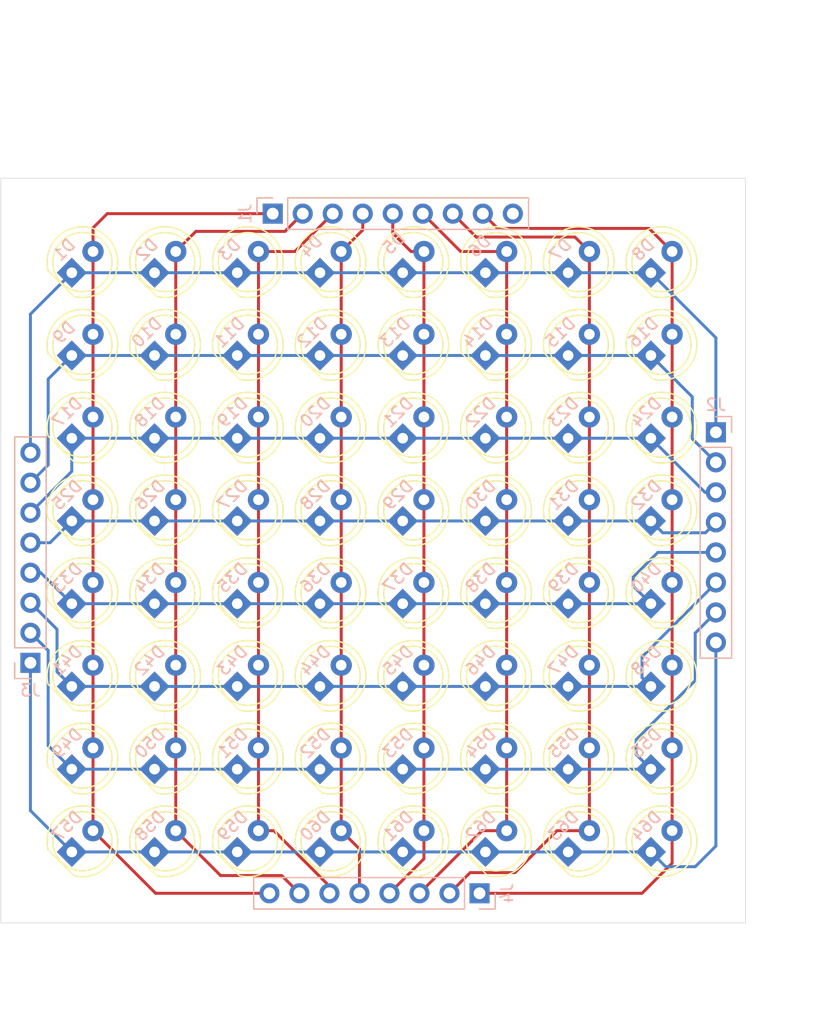
<source format=kicad_pcb>
(kicad_pcb (version 20171130) (host pcbnew "(5.1.6)-1")

  (general
    (thickness 1.6)
    (drawings 7)
    (tracks 110)
    (zones 0)
    (modules 68)
    (nets 17)
  )

  (page A4)
  (layers
    (0 F.Cu signal)
    (31 B.Cu signal)
    (32 B.Adhes user)
    (33 F.Adhes user)
    (34 B.Paste user)
    (35 F.Paste user hide)
    (36 B.SilkS user)
    (37 F.SilkS user)
    (38 B.Mask user)
    (39 F.Mask user)
    (40 Dwgs.User user)
    (41 Cmts.User user)
    (42 Eco1.User user)
    (43 Eco2.User user)
    (44 Edge.Cuts user)
    (45 Margin user)
    (46 B.CrtYd user hide)
    (47 F.CrtYd user hide)
    (48 B.Fab user hide)
    (49 F.Fab user hide)
  )

  (setup
    (last_trace_width 0.25)
    (user_trace_width 0.127)
    (user_trace_width 0.1778)
    (user_trace_width 0.254)
    (user_trace_width 0.3048)
    (user_trace_width 0.381)
    (user_trace_width 0.508)
    (user_trace_width 0.635)
    (trace_clearance 0.2)
    (zone_clearance 0.508)
    (zone_45_only no)
    (trace_min 0.127)
    (via_size 0.8)
    (via_drill 0.4)
    (via_min_size 0.4)
    (via_min_drill 0.3)
    (uvia_size 0.3)
    (uvia_drill 0.1)
    (uvias_allowed no)
    (uvia_min_size 0.2)
    (uvia_min_drill 0.1)
    (edge_width 0.05)
    (segment_width 0.2)
    (pcb_text_width 0.3)
    (pcb_text_size 1.5 1.5)
    (mod_edge_width 0.12)
    (mod_text_size 1 1)
    (mod_text_width 0.15)
    (pad_size 1.524 1.524)
    (pad_drill 0.762)
    (pad_to_mask_clearance 0.05)
    (aux_axis_origin 0 0)
    (visible_elements 7FFFFFFF)
    (pcbplotparams
      (layerselection 0x010f0_ffffffff)
      (usegerberextensions false)
      (usegerberattributes true)
      (usegerberadvancedattributes true)
      (creategerberjobfile true)
      (excludeedgelayer true)
      (linewidth 0.100000)
      (plotframeref false)
      (viasonmask false)
      (mode 1)
      (useauxorigin false)
      (hpglpennumber 1)
      (hpglpenspeed 20)
      (hpglpendiameter 15.000000)
      (psnegative false)
      (psa4output false)
      (plotreference true)
      (plotvalue true)
      (plotinvisibletext false)
      (padsonsilk false)
      (subtractmaskfromsilk false)
      (outputformat 1)
      (mirror false)
      (drillshape 0)
      (scaleselection 1)
      (outputdirectory "Output/"))
  )

  (net 0 "")
  (net 1 /R0)
  (net 2 /C0)
  (net 3 /C1)
  (net 4 /C2)
  (net 5 /C3)
  (net 6 /C4)
  (net 7 /C5)
  (net 8 /C6)
  (net 9 /C7)
  (net 10 /R1)
  (net 11 /R2)
  (net 12 /R3)
  (net 13 /R4)
  (net 14 /R5)
  (net 15 /R6)
  (net 16 /R7)

  (net_class Default "This is the default net class."
    (clearance 0.2)
    (trace_width 0.25)
    (via_dia 0.8)
    (via_drill 0.4)
    (uvia_dia 0.3)
    (uvia_drill 0.1)
    (add_net /C0)
    (add_net /C1)
    (add_net /C2)
    (add_net /C3)
    (add_net /C4)
    (add_net /C5)
    (add_net /C6)
    (add_net /C7)
    (add_net /R0)
    (add_net /R1)
    (add_net /R2)
    (add_net /R3)
    (add_net /R4)
    (add_net /R5)
    (add_net /R6)
    (add_net /R7)
  )

  (module Connector_PinHeader_2.54mm:PinHeader_1x09_P2.54mm_Vertical (layer B.Cu) (tedit 59FED5CC) (tstamp 5ECBA2CA)
    (at 121 77 270)
    (descr "Through hole straight pin header, 1x09, 2.54mm pitch, single row")
    (tags "Through hole pin header THT 1x09 2.54mm single row")
    (path /5F8618D6)
    (fp_text reference J1 (at 0 2.33 270) (layer B.SilkS)
      (effects (font (size 1 1) (thickness 0.15)) (justify mirror))
    )
    (fp_text value Conn_01x09 (at 0 -22.65 270) (layer B.Fab)
      (effects (font (size 1 1) (thickness 0.15)) (justify mirror))
    )
    (fp_line (start -0.635 1.27) (end 1.27 1.27) (layer B.Fab) (width 0.1))
    (fp_line (start 1.27 1.27) (end 1.27 -21.59) (layer B.Fab) (width 0.1))
    (fp_line (start 1.27 -21.59) (end -1.27 -21.59) (layer B.Fab) (width 0.1))
    (fp_line (start -1.27 -21.59) (end -1.27 0.635) (layer B.Fab) (width 0.1))
    (fp_line (start -1.27 0.635) (end -0.635 1.27) (layer B.Fab) (width 0.1))
    (fp_line (start -1.33 -21.65) (end 1.33 -21.65) (layer B.SilkS) (width 0.12))
    (fp_line (start -1.33 -1.27) (end -1.33 -21.65) (layer B.SilkS) (width 0.12))
    (fp_line (start 1.33 -1.27) (end 1.33 -21.65) (layer B.SilkS) (width 0.12))
    (fp_line (start -1.33 -1.27) (end 1.33 -1.27) (layer B.SilkS) (width 0.12))
    (fp_line (start -1.33 0) (end -1.33 1.33) (layer B.SilkS) (width 0.12))
    (fp_line (start -1.33 1.33) (end 0 1.33) (layer B.SilkS) (width 0.12))
    (fp_line (start -1.8 1.8) (end -1.8 -22.1) (layer B.CrtYd) (width 0.05))
    (fp_line (start -1.8 -22.1) (end 1.8 -22.1) (layer B.CrtYd) (width 0.05))
    (fp_line (start 1.8 -22.1) (end 1.8 1.8) (layer B.CrtYd) (width 0.05))
    (fp_line (start 1.8 1.8) (end -1.8 1.8) (layer B.CrtYd) (width 0.05))
    (fp_text user %R (at 0 -10.16) (layer B.Fab)
      (effects (font (size 1 1) (thickness 0.15)) (justify mirror))
    )
    (pad 9 thru_hole oval (at 0 -20.32 270) (size 1.7 1.7) (drill 1) (layers *.Cu *.Mask))
    (pad 8 thru_hole oval (at 0 -17.78 270) (size 1.7 1.7) (drill 1) (layers *.Cu *.Mask)
      (net 9 /C7))
    (pad 7 thru_hole oval (at 0 -15.24 270) (size 1.7 1.7) (drill 1) (layers *.Cu *.Mask)
      (net 8 /C6))
    (pad 6 thru_hole oval (at 0 -12.7 270) (size 1.7 1.7) (drill 1) (layers *.Cu *.Mask)
      (net 7 /C5))
    (pad 5 thru_hole oval (at 0 -10.16 270) (size 1.7 1.7) (drill 1) (layers *.Cu *.Mask)
      (net 6 /C4))
    (pad 4 thru_hole oval (at 0 -7.62 270) (size 1.7 1.7) (drill 1) (layers *.Cu *.Mask)
      (net 5 /C3))
    (pad 3 thru_hole oval (at 0 -5.08 270) (size 1.7 1.7) (drill 1) (layers *.Cu *.Mask)
      (net 4 /C2))
    (pad 2 thru_hole oval (at 0 -2.54 270) (size 1.7 1.7) (drill 1) (layers *.Cu *.Mask)
      (net 3 /C1))
    (pad 1 thru_hole rect (at 0 0 270) (size 1.7 1.7) (drill 1) (layers *.Cu *.Mask)
      (net 2 /C0))
    (model ${KISYS3DMOD}/Connector_PinHeader_2.54mm.3dshapes/PinHeader_1x09_P2.54mm_Vertical.wrl
      (at (xyz 0 0 0))
      (scale (xyz 1 1 1))
      (rotate (xyz 0 0 0))
    )
  )

  (module LED_THT:LED_D5.0mm (layer F.Cu) (tedit 5995936A) (tstamp 5ECB6AA9)
    (at 104 82 45)
    (descr "LED, diameter 5.0mm, 2 pins, http://cdn-reichelt.de/documents/datenblatt/A500/LL-504BC2E-009.pdf")
    (tags "LED diameter 5.0mm 2 pins")
    (path /5ED001E7)
    (fp_text reference D1 (at 0.916446 -1.838679 45) (layer B.SilkS)
      (effects (font (size 1 1) (thickness 0.15)) (justify mirror))
    )
    (fp_text value LED (at 1.27 3.96 45) (layer F.Fab)
      (effects (font (size 1 1) (thickness 0.15)))
    )
    (fp_line (start 4.5 -3.25) (end -1.95 -3.25) (layer F.CrtYd) (width 0.05))
    (fp_line (start 4.5 3.25) (end 4.5 -3.25) (layer F.CrtYd) (width 0.05))
    (fp_line (start -1.95 3.25) (end 4.5 3.25) (layer F.CrtYd) (width 0.05))
    (fp_line (start -1.95 -3.25) (end -1.95 3.25) (layer F.CrtYd) (width 0.05))
    (fp_line (start -1.29 -1.545) (end -1.29 1.545) (layer F.SilkS) (width 0.12))
    (fp_line (start -1.23 -1.469694) (end -1.23 1.469694) (layer F.Fab) (width 0.1))
    (fp_circle (center 1.27 0) (end 3.77 0) (layer F.SilkS) (width 0.12))
    (fp_circle (center 1.27 0) (end 3.77 0) (layer F.Fab) (width 0.1))
    (fp_arc (start 1.27 0) (end -1.23 -1.469694) (angle 299.1) (layer F.Fab) (width 0.1))
    (fp_arc (start 1.27 0) (end -1.29 -1.54483) (angle 148.9) (layer F.SilkS) (width 0.12))
    (fp_arc (start 1.27 0) (end -1.29 1.54483) (angle -148.9) (layer F.SilkS) (width 0.12))
    (fp_text user %R (at 1.25 0 45) (layer F.Fab)
      (effects (font (size 0.8 0.8) (thickness 0.2)))
    )
    (pad 1 thru_hole rect (at 0 0 45) (size 1.8 1.8) (drill 0.9) (layers *.Cu *.Mask)
      (net 1 /R0))
    (pad 2 thru_hole circle (at 2.54 0 45) (size 1.8 1.8) (drill 0.9) (layers *.Cu *.Mask)
      (net 2 /C0))
    (model ${KISYS3DMOD}/LED_THT.3dshapes/LED_D5.0mm.wrl
      (at (xyz 0 0 0))
      (scale (xyz 1 1 1))
      (rotate (xyz 0 0 0))
    )
  )

  (module LED_THT:LED_D5.0mm (layer F.Cu) (tedit 5995936A) (tstamp 5ECB6ABB)
    (at 111 82 45)
    (descr "LED, diameter 5.0mm, 2 pins, http://cdn-reichelt.de/documents/datenblatt/A500/LL-504BC2E-009.pdf")
    (tags "LED diameter 5.0mm 2 pins")
    (path /5ED001F1)
    (fp_text reference D2 (at 0.916446 -1.838679 45) (layer B.SilkS)
      (effects (font (size 1 1) (thickness 0.15)) (justify mirror))
    )
    (fp_text value LED (at 1.27 3.96 45) (layer F.Fab)
      (effects (font (size 1 1) (thickness 0.15)))
    )
    (fp_circle (center 1.27 0) (end 3.77 0) (layer F.Fab) (width 0.1))
    (fp_circle (center 1.27 0) (end 3.77 0) (layer F.SilkS) (width 0.12))
    (fp_line (start -1.23 -1.469694) (end -1.23 1.469694) (layer F.Fab) (width 0.1))
    (fp_line (start -1.29 -1.545) (end -1.29 1.545) (layer F.SilkS) (width 0.12))
    (fp_line (start -1.95 -3.25) (end -1.95 3.25) (layer F.CrtYd) (width 0.05))
    (fp_line (start -1.95 3.25) (end 4.5 3.25) (layer F.CrtYd) (width 0.05))
    (fp_line (start 4.5 3.25) (end 4.5 -3.25) (layer F.CrtYd) (width 0.05))
    (fp_line (start 4.5 -3.25) (end -1.95 -3.25) (layer F.CrtYd) (width 0.05))
    (fp_text user %R (at 1.25 0 45) (layer F.Fab)
      (effects (font (size 0.8 0.8) (thickness 0.2)))
    )
    (fp_arc (start 1.27 0) (end -1.29 1.54483) (angle -148.9) (layer F.SilkS) (width 0.12))
    (fp_arc (start 1.27 0) (end -1.29 -1.54483) (angle 148.9) (layer F.SilkS) (width 0.12))
    (fp_arc (start 1.27 0) (end -1.23 -1.469694) (angle 299.1) (layer F.Fab) (width 0.1))
    (pad 2 thru_hole circle (at 2.54 0 45) (size 1.8 1.8) (drill 0.9) (layers *.Cu *.Mask)
      (net 3 /C1))
    (pad 1 thru_hole rect (at 0 0 45) (size 1.8 1.8) (drill 0.9) (layers *.Cu *.Mask)
      (net 1 /R0))
    (model ${KISYS3DMOD}/LED_THT.3dshapes/LED_D5.0mm.wrl
      (at (xyz 0 0 0))
      (scale (xyz 1 1 1))
      (rotate (xyz 0 0 0))
    )
  )

  (module LED_THT:LED_D5.0mm (layer F.Cu) (tedit 5995936A) (tstamp 5ECB6ACD)
    (at 118 82 45)
    (descr "LED, diameter 5.0mm, 2 pins, http://cdn-reichelt.de/documents/datenblatt/A500/LL-504BC2E-009.pdf")
    (tags "LED diameter 5.0mm 2 pins")
    (path /5ED001FB)
    (fp_text reference D3 (at 0.916446 -1.838679 45) (layer B.SilkS)
      (effects (font (size 1 1) (thickness 0.15)) (justify mirror))
    )
    (fp_text value LED (at 1.27 3.96 45) (layer F.Fab)
      (effects (font (size 1 1) (thickness 0.15)))
    )
    (fp_line (start 4.5 -3.25) (end -1.95 -3.25) (layer F.CrtYd) (width 0.05))
    (fp_line (start 4.5 3.25) (end 4.5 -3.25) (layer F.CrtYd) (width 0.05))
    (fp_line (start -1.95 3.25) (end 4.5 3.25) (layer F.CrtYd) (width 0.05))
    (fp_line (start -1.95 -3.25) (end -1.95 3.25) (layer F.CrtYd) (width 0.05))
    (fp_line (start -1.29 -1.545) (end -1.29 1.545) (layer F.SilkS) (width 0.12))
    (fp_line (start -1.23 -1.469694) (end -1.23 1.469694) (layer F.Fab) (width 0.1))
    (fp_circle (center 1.27 0) (end 3.77 0) (layer F.SilkS) (width 0.12))
    (fp_circle (center 1.27 0) (end 3.77 0) (layer F.Fab) (width 0.1))
    (fp_arc (start 1.27 0) (end -1.23 -1.469694) (angle 299.1) (layer F.Fab) (width 0.1))
    (fp_arc (start 1.27 0) (end -1.29 -1.54483) (angle 148.9) (layer F.SilkS) (width 0.12))
    (fp_arc (start 1.27 0) (end -1.29 1.54483) (angle -148.9) (layer F.SilkS) (width 0.12))
    (fp_text user %R (at 1.25 0 45) (layer F.Fab)
      (effects (font (size 0.8 0.8) (thickness 0.2)))
    )
    (pad 1 thru_hole rect (at 0 0 45) (size 1.8 1.8) (drill 0.9) (layers *.Cu *.Mask)
      (net 1 /R0))
    (pad 2 thru_hole circle (at 2.54 0 45) (size 1.8 1.8) (drill 0.9) (layers *.Cu *.Mask)
      (net 4 /C2))
    (model ${KISYS3DMOD}/LED_THT.3dshapes/LED_D5.0mm.wrl
      (at (xyz 0 0 0))
      (scale (xyz 1 1 1))
      (rotate (xyz 0 0 0))
    )
  )

  (module LED_THT:LED_D5.0mm (layer F.Cu) (tedit 5995936A) (tstamp 5ECB6ADF)
    (at 125 82 45)
    (descr "LED, diameter 5.0mm, 2 pins, http://cdn-reichelt.de/documents/datenblatt/A500/LL-504BC2E-009.pdf")
    (tags "LED diameter 5.0mm 2 pins")
    (path /5ED00205)
    (fp_text reference D4 (at 1.06066 -2.12132 45) (layer B.SilkS)
      (effects (font (size 1 1) (thickness 0.15)) (justify mirror))
    )
    (fp_text value LED (at 1.27 3.96 45) (layer F.Fab)
      (effects (font (size 1 1) (thickness 0.15)))
    )
    (fp_circle (center 1.27 0) (end 3.77 0) (layer F.Fab) (width 0.1))
    (fp_circle (center 1.27 0) (end 3.77 0) (layer F.SilkS) (width 0.12))
    (fp_line (start -1.23 -1.469694) (end -1.23 1.469694) (layer F.Fab) (width 0.1))
    (fp_line (start -1.29 -1.545) (end -1.29 1.545) (layer F.SilkS) (width 0.12))
    (fp_line (start -1.95 -3.25) (end -1.95 3.25) (layer F.CrtYd) (width 0.05))
    (fp_line (start -1.95 3.25) (end 4.5 3.25) (layer F.CrtYd) (width 0.05))
    (fp_line (start 4.5 3.25) (end 4.5 -3.25) (layer F.CrtYd) (width 0.05))
    (fp_line (start 4.5 -3.25) (end -1.95 -3.25) (layer F.CrtYd) (width 0.05))
    (fp_text user %R (at 1.25 0 45) (layer F.Fab)
      (effects (font (size 0.8 0.8) (thickness 0.2)))
    )
    (fp_arc (start 1.27 0) (end -1.29 1.54483) (angle -148.9) (layer F.SilkS) (width 0.12))
    (fp_arc (start 1.27 0) (end -1.29 -1.54483) (angle 148.9) (layer F.SilkS) (width 0.12))
    (fp_arc (start 1.27 0) (end -1.23 -1.469694) (angle 299.1) (layer F.Fab) (width 0.1))
    (pad 2 thru_hole circle (at 2.54 0 45) (size 1.8 1.8) (drill 0.9) (layers *.Cu *.Mask)
      (net 5 /C3))
    (pad 1 thru_hole rect (at 0 0 45) (size 1.8 1.8) (drill 0.9) (layers *.Cu *.Mask)
      (net 1 /R0))
    (model ${KISYS3DMOD}/LED_THT.3dshapes/LED_D5.0mm.wrl
      (at (xyz 0 0 0))
      (scale (xyz 1 1 1))
      (rotate (xyz 0 0 0))
    )
  )

  (module LED_THT:LED_D5.0mm (layer F.Cu) (tedit 5995936A) (tstamp 5ECB6AF1)
    (at 132 82 45)
    (descr "LED, diameter 5.0mm, 2 pins, http://cdn-reichelt.de/documents/datenblatt/A500/LL-504BC2E-009.pdf")
    (tags "LED diameter 5.0mm 2 pins")
    (path /5ECF8F22)
    (fp_text reference D5 (at 1.237437 -2.298097 45) (layer B.SilkS)
      (effects (font (size 1 1) (thickness 0.15)) (justify mirror))
    )
    (fp_text value LED (at 1.27 3.96 45) (layer F.Fab)
      (effects (font (size 1 1) (thickness 0.15)))
    )
    (fp_circle (center 1.27 0) (end 3.77 0) (layer F.Fab) (width 0.1))
    (fp_circle (center 1.27 0) (end 3.77 0) (layer F.SilkS) (width 0.12))
    (fp_line (start -1.23 -1.469694) (end -1.23 1.469694) (layer F.Fab) (width 0.1))
    (fp_line (start -1.29 -1.545) (end -1.29 1.545) (layer F.SilkS) (width 0.12))
    (fp_line (start -1.95 -3.25) (end -1.95 3.25) (layer F.CrtYd) (width 0.05))
    (fp_line (start -1.95 3.25) (end 4.5 3.25) (layer F.CrtYd) (width 0.05))
    (fp_line (start 4.5 3.25) (end 4.5 -3.25) (layer F.CrtYd) (width 0.05))
    (fp_line (start 4.5 -3.25) (end -1.95 -3.25) (layer F.CrtYd) (width 0.05))
    (fp_text user %R (at 1.25 0 45) (layer F.Fab)
      (effects (font (size 0.8 0.8) (thickness 0.2)))
    )
    (fp_arc (start 1.27 0) (end -1.29 1.54483) (angle -148.9) (layer F.SilkS) (width 0.12))
    (fp_arc (start 1.27 0) (end -1.29 -1.54483) (angle 148.9) (layer F.SilkS) (width 0.12))
    (fp_arc (start 1.27 0) (end -1.23 -1.469694) (angle 299.1) (layer F.Fab) (width 0.1))
    (pad 2 thru_hole circle (at 2.54 0 45) (size 1.8 1.8) (drill 0.9) (layers *.Cu *.Mask)
      (net 6 /C4))
    (pad 1 thru_hole rect (at 0 0 45) (size 1.8 1.8) (drill 0.9) (layers *.Cu *.Mask)
      (net 1 /R0))
    (model ${KISYS3DMOD}/LED_THT.3dshapes/LED_D5.0mm.wrl
      (at (xyz 0 0 0))
      (scale (xyz 1 1 1))
      (rotate (xyz 0 0 0))
    )
  )

  (module LED_THT:LED_D5.0mm (layer F.Cu) (tedit 5995936A) (tstamp 5ECB6B03)
    (at 139 82 45)
    (descr "LED, diameter 5.0mm, 2 pins, http://cdn-reichelt.de/documents/datenblatt/A500/LL-504BC2E-009.pdf")
    (tags "LED diameter 5.0mm 2 pins")
    (path /5ECFAEA5)
    (fp_text reference D6 (at 1.237437 -1.944544 45) (layer B.SilkS)
      (effects (font (size 1 1) (thickness 0.15)) (justify mirror))
    )
    (fp_text value LED (at 1.27 3.96 45) (layer F.Fab)
      (effects (font (size 1 1) (thickness 0.15)))
    )
    (fp_line (start 4.5 -3.25) (end -1.95 -3.25) (layer F.CrtYd) (width 0.05))
    (fp_line (start 4.5 3.25) (end 4.5 -3.25) (layer F.CrtYd) (width 0.05))
    (fp_line (start -1.95 3.25) (end 4.5 3.25) (layer F.CrtYd) (width 0.05))
    (fp_line (start -1.95 -3.25) (end -1.95 3.25) (layer F.CrtYd) (width 0.05))
    (fp_line (start -1.29 -1.545) (end -1.29 1.545) (layer F.SilkS) (width 0.12))
    (fp_line (start -1.23 -1.469694) (end -1.23 1.469694) (layer F.Fab) (width 0.1))
    (fp_circle (center 1.27 0) (end 3.77 0) (layer F.SilkS) (width 0.12))
    (fp_circle (center 1.27 0) (end 3.77 0) (layer F.Fab) (width 0.1))
    (fp_arc (start 1.27 0) (end -1.23 -1.469694) (angle 299.1) (layer F.Fab) (width 0.1))
    (fp_arc (start 1.27 0) (end -1.29 -1.54483) (angle 148.9) (layer F.SilkS) (width 0.12))
    (fp_arc (start 1.27 0) (end -1.29 1.54483) (angle -148.9) (layer F.SilkS) (width 0.12))
    (fp_text user %R (at 1.25 0 45) (layer F.Fab)
      (effects (font (size 0.8 0.8) (thickness 0.2)))
    )
    (pad 1 thru_hole rect (at 0 0 45) (size 1.8 1.8) (drill 0.9) (layers *.Cu *.Mask)
      (net 1 /R0))
    (pad 2 thru_hole circle (at 2.54 0 45) (size 1.8 1.8) (drill 0.9) (layers *.Cu *.Mask)
      (net 7 /C5))
    (model ${KISYS3DMOD}/LED_THT.3dshapes/LED_D5.0mm.wrl
      (at (xyz 0 0 0))
      (scale (xyz 1 1 1))
      (rotate (xyz 0 0 0))
    )
  )

  (module LED_THT:LED_D5.0mm (layer F.Cu) (tedit 5995936A) (tstamp 5ECB6B15)
    (at 146 82 45)
    (descr "LED, diameter 5.0mm, 2 pins, http://cdn-reichelt.de/documents/datenblatt/A500/LL-504BC2E-009.pdf")
    (tags "LED diameter 5.0mm 2 pins")
    (path /5ECFDB41)
    (fp_text reference D7 (at 0.916446 -1.838679 45) (layer B.SilkS)
      (effects (font (size 1 1) (thickness 0.15)) (justify mirror))
    )
    (fp_text value LED (at 1.27 3.96 45) (layer F.Fab)
      (effects (font (size 1 1) (thickness 0.15)))
    )
    (fp_line (start 4.5 -3.25) (end -1.95 -3.25) (layer F.CrtYd) (width 0.05))
    (fp_line (start 4.5 3.25) (end 4.5 -3.25) (layer F.CrtYd) (width 0.05))
    (fp_line (start -1.95 3.25) (end 4.5 3.25) (layer F.CrtYd) (width 0.05))
    (fp_line (start -1.95 -3.25) (end -1.95 3.25) (layer F.CrtYd) (width 0.05))
    (fp_line (start -1.29 -1.545) (end -1.29 1.545) (layer F.SilkS) (width 0.12))
    (fp_line (start -1.23 -1.469694) (end -1.23 1.469694) (layer F.Fab) (width 0.1))
    (fp_circle (center 1.27 0) (end 3.77 0) (layer F.SilkS) (width 0.12))
    (fp_circle (center 1.27 0) (end 3.77 0) (layer F.Fab) (width 0.1))
    (fp_arc (start 1.27 0) (end -1.23 -1.469694) (angle 299.1) (layer F.Fab) (width 0.1))
    (fp_arc (start 1.27 0) (end -1.29 -1.54483) (angle 148.9) (layer F.SilkS) (width 0.12))
    (fp_arc (start 1.27 0) (end -1.29 1.54483) (angle -148.9) (layer F.SilkS) (width 0.12))
    (fp_text user %R (at 1.25 0 45) (layer F.Fab)
      (effects (font (size 0.8 0.8) (thickness 0.2)))
    )
    (pad 1 thru_hole rect (at 0 0 45) (size 1.8 1.8) (drill 0.9) (layers *.Cu *.Mask)
      (net 1 /R0))
    (pad 2 thru_hole circle (at 2.54 0 45) (size 1.8 1.8) (drill 0.9) (layers *.Cu *.Mask)
      (net 8 /C6))
    (model ${KISYS3DMOD}/LED_THT.3dshapes/LED_D5.0mm.wrl
      (at (xyz 0 0 0))
      (scale (xyz 1 1 1))
      (rotate (xyz 0 0 0))
    )
  )

  (module LED_THT:LED_D5.0mm (layer F.Cu) (tedit 5995936A) (tstamp 5ECB6B27)
    (at 153 82 45)
    (descr "LED, diameter 5.0mm, 2 pins, http://cdn-reichelt.de/documents/datenblatt/A500/LL-504BC2E-009.pdf")
    (tags "LED diameter 5.0mm 2 pins")
    (path /5ECFDB4B)
    (fp_text reference D8 (at 0.916446 -1.838679 45) (layer B.SilkS)
      (effects (font (size 1 1) (thickness 0.15)) (justify mirror))
    )
    (fp_text value LED (at 1.27 3.96 45) (layer F.Fab)
      (effects (font (size 1 1) (thickness 0.15)))
    )
    (fp_circle (center 1.27 0) (end 3.77 0) (layer F.Fab) (width 0.1))
    (fp_circle (center 1.27 0) (end 3.77 0) (layer F.SilkS) (width 0.12))
    (fp_line (start -1.23 -1.469694) (end -1.23 1.469694) (layer F.Fab) (width 0.1))
    (fp_line (start -1.29 -1.545) (end -1.29 1.545) (layer F.SilkS) (width 0.12))
    (fp_line (start -1.95 -3.25) (end -1.95 3.25) (layer F.CrtYd) (width 0.05))
    (fp_line (start -1.95 3.25) (end 4.5 3.25) (layer F.CrtYd) (width 0.05))
    (fp_line (start 4.5 3.25) (end 4.5 -3.25) (layer F.CrtYd) (width 0.05))
    (fp_line (start 4.5 -3.25) (end -1.95 -3.25) (layer F.CrtYd) (width 0.05))
    (fp_text user %R (at 1.25 0 45) (layer F.Fab)
      (effects (font (size 0.8 0.8) (thickness 0.2)))
    )
    (fp_arc (start 1.27 0) (end -1.29 1.54483) (angle -148.9) (layer F.SilkS) (width 0.12))
    (fp_arc (start 1.27 0) (end -1.29 -1.54483) (angle 148.9) (layer F.SilkS) (width 0.12))
    (fp_arc (start 1.27 0) (end -1.23 -1.469694) (angle 299.1) (layer F.Fab) (width 0.1))
    (pad 2 thru_hole circle (at 2.54 0 45) (size 1.8 1.8) (drill 0.9) (layers *.Cu *.Mask)
      (net 9 /C7))
    (pad 1 thru_hole rect (at 0 0 45) (size 1.8 1.8) (drill 0.9) (layers *.Cu *.Mask)
      (net 1 /R0))
    (model ${KISYS3DMOD}/LED_THT.3dshapes/LED_D5.0mm.wrl
      (at (xyz 0 0 0))
      (scale (xyz 1 1 1))
      (rotate (xyz 0 0 0))
    )
  )

  (module LED_THT:LED_D5.0mm (layer F.Cu) (tedit 5995936A) (tstamp 5ECB6B39)
    (at 104 89 45)
    (descr "LED, diameter 5.0mm, 2 pins, http://cdn-reichelt.de/documents/datenblatt/A500/LL-504BC2E-009.pdf")
    (tags "LED diameter 5.0mm 2 pins")
    (path /5ED28CE9)
    (fp_text reference D9 (at 0.916446 -1.838679 45) (layer B.SilkS)
      (effects (font (size 1 1) (thickness 0.15)) (justify mirror))
    )
    (fp_text value LED (at 1.27 3.96 45) (layer F.Fab)
      (effects (font (size 1 1) (thickness 0.15)))
    )
    (fp_line (start 4.5 -3.25) (end -1.95 -3.25) (layer F.CrtYd) (width 0.05))
    (fp_line (start 4.5 3.25) (end 4.5 -3.25) (layer F.CrtYd) (width 0.05))
    (fp_line (start -1.95 3.25) (end 4.5 3.25) (layer F.CrtYd) (width 0.05))
    (fp_line (start -1.95 -3.25) (end -1.95 3.25) (layer F.CrtYd) (width 0.05))
    (fp_line (start -1.29 -1.545) (end -1.29 1.545) (layer F.SilkS) (width 0.12))
    (fp_line (start -1.23 -1.469694) (end -1.23 1.469694) (layer F.Fab) (width 0.1))
    (fp_circle (center 1.27 0) (end 3.77 0) (layer F.SilkS) (width 0.12))
    (fp_circle (center 1.27 0) (end 3.77 0) (layer F.Fab) (width 0.1))
    (fp_arc (start 1.27 0) (end -1.23 -1.469694) (angle 299.1) (layer F.Fab) (width 0.1))
    (fp_arc (start 1.27 0) (end -1.29 -1.54483) (angle 148.9) (layer F.SilkS) (width 0.12))
    (fp_arc (start 1.27 0) (end -1.29 1.54483) (angle -148.9) (layer F.SilkS) (width 0.12))
    (fp_text user %R (at 1.25 0 45) (layer F.Fab)
      (effects (font (size 0.8 0.8) (thickness 0.2)))
    )
    (pad 1 thru_hole rect (at 0 0 45) (size 1.8 1.8) (drill 0.9) (layers *.Cu *.Mask)
      (net 10 /R1))
    (pad 2 thru_hole circle (at 2.54 0 45) (size 1.8 1.8) (drill 0.9) (layers *.Cu *.Mask)
      (net 2 /C0))
    (model ${KISYS3DMOD}/LED_THT.3dshapes/LED_D5.0mm.wrl
      (at (xyz 0 0 0))
      (scale (xyz 1 1 1))
      (rotate (xyz 0 0 0))
    )
  )

  (module LED_THT:LED_D5.0mm (layer F.Cu) (tedit 5995936A) (tstamp 5ECB6B4B)
    (at 111 89 45)
    (descr "LED, diameter 5.0mm, 2 pins, http://cdn-reichelt.de/documents/datenblatt/A500/LL-504BC2E-009.pdf")
    (tags "LED diameter 5.0mm 2 pins")
    (path /5ED28CF3)
    (fp_text reference D10 (at 0.916446 -1.838679 45) (layer B.SilkS)
      (effects (font (size 1 1) (thickness 0.15)) (justify mirror))
    )
    (fp_text value LED (at 1.27 3.96 45) (layer F.Fab)
      (effects (font (size 1 1) (thickness 0.15)))
    )
    (fp_circle (center 1.27 0) (end 3.77 0) (layer F.Fab) (width 0.1))
    (fp_circle (center 1.27 0) (end 3.77 0) (layer F.SilkS) (width 0.12))
    (fp_line (start -1.23 -1.469694) (end -1.23 1.469694) (layer F.Fab) (width 0.1))
    (fp_line (start -1.29 -1.545) (end -1.29 1.545) (layer F.SilkS) (width 0.12))
    (fp_line (start -1.95 -3.25) (end -1.95 3.25) (layer F.CrtYd) (width 0.05))
    (fp_line (start -1.95 3.25) (end 4.5 3.25) (layer F.CrtYd) (width 0.05))
    (fp_line (start 4.5 3.25) (end 4.5 -3.25) (layer F.CrtYd) (width 0.05))
    (fp_line (start 4.5 -3.25) (end -1.95 -3.25) (layer F.CrtYd) (width 0.05))
    (fp_text user %R (at 1.25 0 45) (layer F.Fab)
      (effects (font (size 0.8 0.8) (thickness 0.2)))
    )
    (fp_arc (start 1.27 0) (end -1.29 1.54483) (angle -148.9) (layer F.SilkS) (width 0.12))
    (fp_arc (start 1.27 0) (end -1.29 -1.54483) (angle 148.9) (layer F.SilkS) (width 0.12))
    (fp_arc (start 1.27 0) (end -1.23 -1.469694) (angle 299.1) (layer F.Fab) (width 0.1))
    (pad 2 thru_hole circle (at 2.54 0 45) (size 1.8 1.8) (drill 0.9) (layers *.Cu *.Mask)
      (net 3 /C1))
    (pad 1 thru_hole rect (at 0 0 45) (size 1.8 1.8) (drill 0.9) (layers *.Cu *.Mask)
      (net 10 /R1))
    (model ${KISYS3DMOD}/LED_THT.3dshapes/LED_D5.0mm.wrl
      (at (xyz 0 0 0))
      (scale (xyz 1 1 1))
      (rotate (xyz 0 0 0))
    )
  )

  (module LED_THT:LED_D5.0mm (layer F.Cu) (tedit 5995936A) (tstamp 5ECB6B5D)
    (at 118 89 45)
    (descr "LED, diameter 5.0mm, 2 pins, http://cdn-reichelt.de/documents/datenblatt/A500/LL-504BC2E-009.pdf")
    (tags "LED diameter 5.0mm 2 pins")
    (path /5ED28CFD)
    (fp_text reference D11 (at 0.916446 -1.838679 45) (layer B.SilkS)
      (effects (font (size 1 1) (thickness 0.15)) (justify mirror))
    )
    (fp_text value LED (at 1.27 3.96 45) (layer F.Fab)
      (effects (font (size 1 1) (thickness 0.15)))
    )
    (fp_line (start 4.5 -3.25) (end -1.95 -3.25) (layer F.CrtYd) (width 0.05))
    (fp_line (start 4.5 3.25) (end 4.5 -3.25) (layer F.CrtYd) (width 0.05))
    (fp_line (start -1.95 3.25) (end 4.5 3.25) (layer F.CrtYd) (width 0.05))
    (fp_line (start -1.95 -3.25) (end -1.95 3.25) (layer F.CrtYd) (width 0.05))
    (fp_line (start -1.29 -1.545) (end -1.29 1.545) (layer F.SilkS) (width 0.12))
    (fp_line (start -1.23 -1.469694) (end -1.23 1.469694) (layer F.Fab) (width 0.1))
    (fp_circle (center 1.27 0) (end 3.77 0) (layer F.SilkS) (width 0.12))
    (fp_circle (center 1.27 0) (end 3.77 0) (layer F.Fab) (width 0.1))
    (fp_arc (start 1.27 0) (end -1.23 -1.469694) (angle 299.1) (layer F.Fab) (width 0.1))
    (fp_arc (start 1.27 0) (end -1.29 -1.54483) (angle 148.9) (layer F.SilkS) (width 0.12))
    (fp_arc (start 1.27 0) (end -1.29 1.54483) (angle -148.9) (layer F.SilkS) (width 0.12))
    (fp_text user %R (at 1.25 0 45) (layer F.Fab)
      (effects (font (size 0.8 0.8) (thickness 0.2)))
    )
    (pad 1 thru_hole rect (at 0 0 45) (size 1.8 1.8) (drill 0.9) (layers *.Cu *.Mask)
      (net 10 /R1))
    (pad 2 thru_hole circle (at 2.54 0 45) (size 1.8 1.8) (drill 0.9) (layers *.Cu *.Mask)
      (net 4 /C2))
    (model ${KISYS3DMOD}/LED_THT.3dshapes/LED_D5.0mm.wrl
      (at (xyz 0 0 0))
      (scale (xyz 1 1 1))
      (rotate (xyz 0 0 0))
    )
  )

  (module LED_THT:LED_D5.0mm (layer F.Cu) (tedit 5995936A) (tstamp 5ECB6B6F)
    (at 125 89 45)
    (descr "LED, diameter 5.0mm, 2 pins, http://cdn-reichelt.de/documents/datenblatt/A500/LL-504BC2E-009.pdf")
    (tags "LED diameter 5.0mm 2 pins")
    (path /5ED28D07)
    (fp_text reference D12 (at 0.916446 -1.838679 45) (layer B.SilkS)
      (effects (font (size 1 1) (thickness 0.15)) (justify mirror))
    )
    (fp_text value LED (at 1.27 3.96 45) (layer F.Fab)
      (effects (font (size 1 1) (thickness 0.15)))
    )
    (fp_circle (center 1.27 0) (end 3.77 0) (layer F.Fab) (width 0.1))
    (fp_circle (center 1.27 0) (end 3.77 0) (layer F.SilkS) (width 0.12))
    (fp_line (start -1.23 -1.469694) (end -1.23 1.469694) (layer F.Fab) (width 0.1))
    (fp_line (start -1.29 -1.545) (end -1.29 1.545) (layer F.SilkS) (width 0.12))
    (fp_line (start -1.95 -3.25) (end -1.95 3.25) (layer F.CrtYd) (width 0.05))
    (fp_line (start -1.95 3.25) (end 4.5 3.25) (layer F.CrtYd) (width 0.05))
    (fp_line (start 4.5 3.25) (end 4.5 -3.25) (layer F.CrtYd) (width 0.05))
    (fp_line (start 4.5 -3.25) (end -1.95 -3.25) (layer F.CrtYd) (width 0.05))
    (fp_text user %R (at 1.25 0 45) (layer F.Fab)
      (effects (font (size 0.8 0.8) (thickness 0.2)))
    )
    (fp_arc (start 1.27 0) (end -1.29 1.54483) (angle -148.9) (layer F.SilkS) (width 0.12))
    (fp_arc (start 1.27 0) (end -1.29 -1.54483) (angle 148.9) (layer F.SilkS) (width 0.12))
    (fp_arc (start 1.27 0) (end -1.23 -1.469694) (angle 299.1) (layer F.Fab) (width 0.1))
    (pad 2 thru_hole circle (at 2.54 0 45) (size 1.8 1.8) (drill 0.9) (layers *.Cu *.Mask)
      (net 5 /C3))
    (pad 1 thru_hole rect (at 0 0 45) (size 1.8 1.8) (drill 0.9) (layers *.Cu *.Mask)
      (net 10 /R1))
    (model ${KISYS3DMOD}/LED_THT.3dshapes/LED_D5.0mm.wrl
      (at (xyz 0 0 0))
      (scale (xyz 1 1 1))
      (rotate (xyz 0 0 0))
    )
  )

  (module LED_THT:LED_D5.0mm (layer F.Cu) (tedit 5995936A) (tstamp 5ECB6B81)
    (at 132 89 45)
    (descr "LED, diameter 5.0mm, 2 pins, http://cdn-reichelt.de/documents/datenblatt/A500/LL-504BC2E-009.pdf")
    (tags "LED diameter 5.0mm 2 pins")
    (path /5ED28CC1)
    (fp_text reference D13 (at 0.916446 -1.838679 45) (layer B.SilkS)
      (effects (font (size 1 1) (thickness 0.15)) (justify mirror))
    )
    (fp_text value LED (at 1.27 3.96 45) (layer F.Fab)
      (effects (font (size 1 1) (thickness 0.15)))
    )
    (fp_line (start 4.5 -3.25) (end -1.95 -3.25) (layer F.CrtYd) (width 0.05))
    (fp_line (start 4.5 3.25) (end 4.5 -3.25) (layer F.CrtYd) (width 0.05))
    (fp_line (start -1.95 3.25) (end 4.5 3.25) (layer F.CrtYd) (width 0.05))
    (fp_line (start -1.95 -3.25) (end -1.95 3.25) (layer F.CrtYd) (width 0.05))
    (fp_line (start -1.29 -1.545) (end -1.29 1.545) (layer F.SilkS) (width 0.12))
    (fp_line (start -1.23 -1.469694) (end -1.23 1.469694) (layer F.Fab) (width 0.1))
    (fp_circle (center 1.27 0) (end 3.77 0) (layer F.SilkS) (width 0.12))
    (fp_circle (center 1.27 0) (end 3.77 0) (layer F.Fab) (width 0.1))
    (fp_arc (start 1.27 0) (end -1.23 -1.469694) (angle 299.1) (layer F.Fab) (width 0.1))
    (fp_arc (start 1.27 0) (end -1.29 -1.54483) (angle 148.9) (layer F.SilkS) (width 0.12))
    (fp_arc (start 1.27 0) (end -1.29 1.54483) (angle -148.9) (layer F.SilkS) (width 0.12))
    (fp_text user %R (at 1.25 0 45) (layer F.Fab)
      (effects (font (size 0.8 0.8) (thickness 0.2)))
    )
    (pad 1 thru_hole rect (at 0 0 45) (size 1.8 1.8) (drill 0.9) (layers *.Cu *.Mask)
      (net 10 /R1))
    (pad 2 thru_hole circle (at 2.54 0 45) (size 1.8 1.8) (drill 0.9) (layers *.Cu *.Mask)
      (net 6 /C4))
    (model ${KISYS3DMOD}/LED_THT.3dshapes/LED_D5.0mm.wrl
      (at (xyz 0 0 0))
      (scale (xyz 1 1 1))
      (rotate (xyz 0 0 0))
    )
  )

  (module LED_THT:LED_D5.0mm (layer F.Cu) (tedit 5995936A) (tstamp 5ECB6B93)
    (at 139 89 45)
    (descr "LED, diameter 5.0mm, 2 pins, http://cdn-reichelt.de/documents/datenblatt/A500/LL-504BC2E-009.pdf")
    (tags "LED diameter 5.0mm 2 pins")
    (path /5ED28CCB)
    (fp_text reference D14 (at 0.916446 -1.838679 45) (layer B.SilkS)
      (effects (font (size 1 1) (thickness 0.15)) (justify mirror))
    )
    (fp_text value LED (at 1.27 3.96 45) (layer F.Fab)
      (effects (font (size 1 1) (thickness 0.15)))
    )
    (fp_circle (center 1.27 0) (end 3.77 0) (layer F.Fab) (width 0.1))
    (fp_circle (center 1.27 0) (end 3.77 0) (layer F.SilkS) (width 0.12))
    (fp_line (start -1.23 -1.469694) (end -1.23 1.469694) (layer F.Fab) (width 0.1))
    (fp_line (start -1.29 -1.545) (end -1.29 1.545) (layer F.SilkS) (width 0.12))
    (fp_line (start -1.95 -3.25) (end -1.95 3.25) (layer F.CrtYd) (width 0.05))
    (fp_line (start -1.95 3.25) (end 4.5 3.25) (layer F.CrtYd) (width 0.05))
    (fp_line (start 4.5 3.25) (end 4.5 -3.25) (layer F.CrtYd) (width 0.05))
    (fp_line (start 4.5 -3.25) (end -1.95 -3.25) (layer F.CrtYd) (width 0.05))
    (fp_text user %R (at 1.25 0 45) (layer F.Fab)
      (effects (font (size 0.8 0.8) (thickness 0.2)))
    )
    (fp_arc (start 1.27 0) (end -1.29 1.54483) (angle -148.9) (layer F.SilkS) (width 0.12))
    (fp_arc (start 1.27 0) (end -1.29 -1.54483) (angle 148.9) (layer F.SilkS) (width 0.12))
    (fp_arc (start 1.27 0) (end -1.23 -1.469694) (angle 299.1) (layer F.Fab) (width 0.1))
    (pad 2 thru_hole circle (at 2.54 0 45) (size 1.8 1.8) (drill 0.9) (layers *.Cu *.Mask)
      (net 7 /C5))
    (pad 1 thru_hole rect (at 0 0 45) (size 1.8 1.8) (drill 0.9) (layers *.Cu *.Mask)
      (net 10 /R1))
    (model ${KISYS3DMOD}/LED_THT.3dshapes/LED_D5.0mm.wrl
      (at (xyz 0 0 0))
      (scale (xyz 1 1 1))
      (rotate (xyz 0 0 0))
    )
  )

  (module LED_THT:LED_D5.0mm (layer F.Cu) (tedit 5995936A) (tstamp 5ECB6BA5)
    (at 146 89 45)
    (descr "LED, diameter 5.0mm, 2 pins, http://cdn-reichelt.de/documents/datenblatt/A500/LL-504BC2E-009.pdf")
    (tags "LED diameter 5.0mm 2 pins")
    (path /5ED28CD5)
    (fp_text reference D15 (at 0.916446 -1.838679 45) (layer B.SilkS)
      (effects (font (size 1 1) (thickness 0.15)) (justify mirror))
    )
    (fp_text value LED (at 1.27 3.96 45) (layer F.Fab)
      (effects (font (size 1 1) (thickness 0.15)))
    )
    (fp_line (start 4.5 -3.25) (end -1.95 -3.25) (layer F.CrtYd) (width 0.05))
    (fp_line (start 4.5 3.25) (end 4.5 -3.25) (layer F.CrtYd) (width 0.05))
    (fp_line (start -1.95 3.25) (end 4.5 3.25) (layer F.CrtYd) (width 0.05))
    (fp_line (start -1.95 -3.25) (end -1.95 3.25) (layer F.CrtYd) (width 0.05))
    (fp_line (start -1.29 -1.545) (end -1.29 1.545) (layer F.SilkS) (width 0.12))
    (fp_line (start -1.23 -1.469694) (end -1.23 1.469694) (layer F.Fab) (width 0.1))
    (fp_circle (center 1.27 0) (end 3.77 0) (layer F.SilkS) (width 0.12))
    (fp_circle (center 1.27 0) (end 3.77 0) (layer F.Fab) (width 0.1))
    (fp_arc (start 1.27 0) (end -1.23 -1.469694) (angle 299.1) (layer F.Fab) (width 0.1))
    (fp_arc (start 1.27 0) (end -1.29 -1.54483) (angle 148.9) (layer F.SilkS) (width 0.12))
    (fp_arc (start 1.27 0) (end -1.29 1.54483) (angle -148.9) (layer F.SilkS) (width 0.12))
    (fp_text user %R (at 1.25 0 45) (layer F.Fab)
      (effects (font (size 0.8 0.8) (thickness 0.2)))
    )
    (pad 1 thru_hole rect (at 0 0 45) (size 1.8 1.8) (drill 0.9) (layers *.Cu *.Mask)
      (net 10 /R1))
    (pad 2 thru_hole circle (at 2.54 0 45) (size 1.8 1.8) (drill 0.9) (layers *.Cu *.Mask)
      (net 8 /C6))
    (model ${KISYS3DMOD}/LED_THT.3dshapes/LED_D5.0mm.wrl
      (at (xyz 0 0 0))
      (scale (xyz 1 1 1))
      (rotate (xyz 0 0 0))
    )
  )

  (module LED_THT:LED_D5.0mm (layer F.Cu) (tedit 5995936A) (tstamp 5ECB6BB7)
    (at 153 89 45)
    (descr "LED, diameter 5.0mm, 2 pins, http://cdn-reichelt.de/documents/datenblatt/A500/LL-504BC2E-009.pdf")
    (tags "LED diameter 5.0mm 2 pins")
    (path /5ED28CDF)
    (fp_text reference D16 (at 0.916446 -1.838679 45) (layer B.SilkS)
      (effects (font (size 1 1) (thickness 0.15)) (justify mirror))
    )
    (fp_text value LED (at 1.27 3.96 45) (layer F.Fab)
      (effects (font (size 1 1) (thickness 0.15)))
    )
    (fp_circle (center 1.27 0) (end 3.77 0) (layer F.Fab) (width 0.1))
    (fp_circle (center 1.27 0) (end 3.77 0) (layer F.SilkS) (width 0.12))
    (fp_line (start -1.23 -1.469694) (end -1.23 1.469694) (layer F.Fab) (width 0.1))
    (fp_line (start -1.29 -1.545) (end -1.29 1.545) (layer F.SilkS) (width 0.12))
    (fp_line (start -1.95 -3.25) (end -1.95 3.25) (layer F.CrtYd) (width 0.05))
    (fp_line (start -1.95 3.25) (end 4.5 3.25) (layer F.CrtYd) (width 0.05))
    (fp_line (start 4.5 3.25) (end 4.5 -3.25) (layer F.CrtYd) (width 0.05))
    (fp_line (start 4.5 -3.25) (end -1.95 -3.25) (layer F.CrtYd) (width 0.05))
    (fp_text user %R (at 1.25 0 45) (layer F.Fab)
      (effects (font (size 0.8 0.8) (thickness 0.2)))
    )
    (fp_arc (start 1.27 0) (end -1.29 1.54483) (angle -148.9) (layer F.SilkS) (width 0.12))
    (fp_arc (start 1.27 0) (end -1.29 -1.54483) (angle 148.9) (layer F.SilkS) (width 0.12))
    (fp_arc (start 1.27 0) (end -1.23 -1.469694) (angle 299.1) (layer F.Fab) (width 0.1))
    (pad 2 thru_hole circle (at 2.54 0 45) (size 1.8 1.8) (drill 0.9) (layers *.Cu *.Mask)
      (net 9 /C7))
    (pad 1 thru_hole rect (at 0 0 45) (size 1.8 1.8) (drill 0.9) (layers *.Cu *.Mask)
      (net 10 /R1))
    (model ${KISYS3DMOD}/LED_THT.3dshapes/LED_D5.0mm.wrl
      (at (xyz 0 0 0))
      (scale (xyz 1 1 1))
      (rotate (xyz 0 0 0))
    )
  )

  (module LED_THT:LED_D5.0mm (layer F.Cu) (tedit 5995936A) (tstamp 5ECB6BC9)
    (at 104 96 45)
    (descr "LED, diameter 5.0mm, 2 pins, http://cdn-reichelt.de/documents/datenblatt/A500/LL-504BC2E-009.pdf")
    (tags "LED diameter 5.0mm 2 pins")
    (path /5ED355F3)
    (fp_text reference D17 (at 1.27 -1.838679 45) (layer B.SilkS)
      (effects (font (size 1 1) (thickness 0.15)) (justify mirror))
    )
    (fp_text value LED (at 1.27 3.96 45) (layer F.Fab)
      (effects (font (size 1 1) (thickness 0.15)))
    )
    (fp_line (start 4.5 -3.25) (end -1.95 -3.25) (layer F.CrtYd) (width 0.05))
    (fp_line (start 4.5 3.25) (end 4.5 -3.25) (layer F.CrtYd) (width 0.05))
    (fp_line (start -1.95 3.25) (end 4.5 3.25) (layer F.CrtYd) (width 0.05))
    (fp_line (start -1.95 -3.25) (end -1.95 3.25) (layer F.CrtYd) (width 0.05))
    (fp_line (start -1.29 -1.545) (end -1.29 1.545) (layer F.SilkS) (width 0.12))
    (fp_line (start -1.23 -1.469694) (end -1.23 1.469694) (layer F.Fab) (width 0.1))
    (fp_circle (center 1.27 0) (end 3.77 0) (layer F.SilkS) (width 0.12))
    (fp_circle (center 1.27 0) (end 3.77 0) (layer F.Fab) (width 0.1))
    (fp_arc (start 1.27 0) (end -1.23 -1.469694) (angle 299.1) (layer F.Fab) (width 0.1))
    (fp_arc (start 1.27 0) (end -1.29 -1.54483) (angle 148.9) (layer F.SilkS) (width 0.12))
    (fp_arc (start 1.27 0) (end -1.29 1.54483) (angle -148.9) (layer F.SilkS) (width 0.12))
    (fp_text user %R (at 1.25 0 45) (layer F.Fab)
      (effects (font (size 0.8 0.8) (thickness 0.2)))
    )
    (pad 1 thru_hole rect (at 0 0 45) (size 1.8 1.8) (drill 0.9) (layers *.Cu *.Mask)
      (net 11 /R2))
    (pad 2 thru_hole circle (at 2.54 0 45) (size 1.8 1.8) (drill 0.9) (layers *.Cu *.Mask)
      (net 2 /C0))
    (model ${KISYS3DMOD}/LED_THT.3dshapes/LED_D5.0mm.wrl
      (at (xyz 0 0 0))
      (scale (xyz 1 1 1))
      (rotate (xyz 0 0 0))
    )
  )

  (module LED_THT:LED_D5.0mm (layer F.Cu) (tedit 5995936A) (tstamp 5ECB6BDB)
    (at 111 96 45)
    (descr "LED, diameter 5.0mm, 2 pins, http://cdn-reichelt.de/documents/datenblatt/A500/LL-504BC2E-009.pdf")
    (tags "LED diameter 5.0mm 2 pins")
    (path /5ED355FD)
    (fp_text reference D18 (at 1.27 -1.838679 45) (layer B.SilkS)
      (effects (font (size 1 1) (thickness 0.15)) (justify mirror))
    )
    (fp_text value LED (at 1.27 3.96 45) (layer F.Fab)
      (effects (font (size 1 1) (thickness 0.15)))
    )
    (fp_circle (center 1.27 0) (end 3.77 0) (layer F.Fab) (width 0.1))
    (fp_circle (center 1.27 0) (end 3.77 0) (layer F.SilkS) (width 0.12))
    (fp_line (start -1.23 -1.469694) (end -1.23 1.469694) (layer F.Fab) (width 0.1))
    (fp_line (start -1.29 -1.545) (end -1.29 1.545) (layer F.SilkS) (width 0.12))
    (fp_line (start -1.95 -3.25) (end -1.95 3.25) (layer F.CrtYd) (width 0.05))
    (fp_line (start -1.95 3.25) (end 4.5 3.25) (layer F.CrtYd) (width 0.05))
    (fp_line (start 4.5 3.25) (end 4.5 -3.25) (layer F.CrtYd) (width 0.05))
    (fp_line (start 4.5 -3.25) (end -1.95 -3.25) (layer F.CrtYd) (width 0.05))
    (fp_text user %R (at 1.25 0 45) (layer F.Fab)
      (effects (font (size 0.8 0.8) (thickness 0.2)))
    )
    (fp_arc (start 1.27 0) (end -1.29 1.54483) (angle -148.9) (layer F.SilkS) (width 0.12))
    (fp_arc (start 1.27 0) (end -1.29 -1.54483) (angle 148.9) (layer F.SilkS) (width 0.12))
    (fp_arc (start 1.27 0) (end -1.23 -1.469694) (angle 299.1) (layer F.Fab) (width 0.1))
    (pad 2 thru_hole circle (at 2.54 0 45) (size 1.8 1.8) (drill 0.9) (layers *.Cu *.Mask)
      (net 3 /C1))
    (pad 1 thru_hole rect (at 0 0 45) (size 1.8 1.8) (drill 0.9) (layers *.Cu *.Mask)
      (net 11 /R2))
    (model ${KISYS3DMOD}/LED_THT.3dshapes/LED_D5.0mm.wrl
      (at (xyz 0 0 0))
      (scale (xyz 1 1 1))
      (rotate (xyz 0 0 0))
    )
  )

  (module LED_THT:LED_D5.0mm (layer F.Cu) (tedit 5995936A) (tstamp 5ECB6BED)
    (at 118 96 45)
    (descr "LED, diameter 5.0mm, 2 pins, http://cdn-reichelt.de/documents/datenblatt/A500/LL-504BC2E-009.pdf")
    (tags "LED diameter 5.0mm 2 pins")
    (path /5ED35607)
    (fp_text reference D19 (at 1.27 -1.838679 45) (layer B.SilkS)
      (effects (font (size 1 1) (thickness 0.15)) (justify mirror))
    )
    (fp_text value LED (at 1.27 3.96 45) (layer F.Fab)
      (effects (font (size 1 1) (thickness 0.15)))
    )
    (fp_line (start 4.5 -3.25) (end -1.95 -3.25) (layer F.CrtYd) (width 0.05))
    (fp_line (start 4.5 3.25) (end 4.5 -3.25) (layer F.CrtYd) (width 0.05))
    (fp_line (start -1.95 3.25) (end 4.5 3.25) (layer F.CrtYd) (width 0.05))
    (fp_line (start -1.95 -3.25) (end -1.95 3.25) (layer F.CrtYd) (width 0.05))
    (fp_line (start -1.29 -1.545) (end -1.29 1.545) (layer F.SilkS) (width 0.12))
    (fp_line (start -1.23 -1.469694) (end -1.23 1.469694) (layer F.Fab) (width 0.1))
    (fp_circle (center 1.27 0) (end 3.77 0) (layer F.SilkS) (width 0.12))
    (fp_circle (center 1.27 0) (end 3.77 0) (layer F.Fab) (width 0.1))
    (fp_arc (start 1.27 0) (end -1.23 -1.469694) (angle 299.1) (layer F.Fab) (width 0.1))
    (fp_arc (start 1.27 0) (end -1.29 -1.54483) (angle 148.9) (layer F.SilkS) (width 0.12))
    (fp_arc (start 1.27 0) (end -1.29 1.54483) (angle -148.9) (layer F.SilkS) (width 0.12))
    (fp_text user %R (at 1.25 0 45) (layer F.Fab)
      (effects (font (size 0.8 0.8) (thickness 0.2)))
    )
    (pad 1 thru_hole rect (at 0 0 45) (size 1.8 1.8) (drill 0.9) (layers *.Cu *.Mask)
      (net 11 /R2))
    (pad 2 thru_hole circle (at 2.54 0 45) (size 1.8 1.8) (drill 0.9) (layers *.Cu *.Mask)
      (net 4 /C2))
    (model ${KISYS3DMOD}/LED_THT.3dshapes/LED_D5.0mm.wrl
      (at (xyz 0 0 0))
      (scale (xyz 1 1 1))
      (rotate (xyz 0 0 0))
    )
  )

  (module LED_THT:LED_D5.0mm (layer F.Cu) (tedit 5995936A) (tstamp 5ECB6BFF)
    (at 125 96 45)
    (descr "LED, diameter 5.0mm, 2 pins, http://cdn-reichelt.de/documents/datenblatt/A500/LL-504BC2E-009.pdf")
    (tags "LED diameter 5.0mm 2 pins")
    (path /5ED35611)
    (fp_text reference D20 (at 1.27 -1.838679 45) (layer B.SilkS)
      (effects (font (size 1 1) (thickness 0.15)) (justify mirror))
    )
    (fp_text value LED (at 1.27 3.96 45) (layer F.Fab)
      (effects (font (size 1 1) (thickness 0.15)))
    )
    (fp_circle (center 1.27 0) (end 3.77 0) (layer F.Fab) (width 0.1))
    (fp_circle (center 1.27 0) (end 3.77 0) (layer F.SilkS) (width 0.12))
    (fp_line (start -1.23 -1.469694) (end -1.23 1.469694) (layer F.Fab) (width 0.1))
    (fp_line (start -1.29 -1.545) (end -1.29 1.545) (layer F.SilkS) (width 0.12))
    (fp_line (start -1.95 -3.25) (end -1.95 3.25) (layer F.CrtYd) (width 0.05))
    (fp_line (start -1.95 3.25) (end 4.5 3.25) (layer F.CrtYd) (width 0.05))
    (fp_line (start 4.5 3.25) (end 4.5 -3.25) (layer F.CrtYd) (width 0.05))
    (fp_line (start 4.5 -3.25) (end -1.95 -3.25) (layer F.CrtYd) (width 0.05))
    (fp_text user %R (at 1.25 0 45) (layer F.Fab)
      (effects (font (size 0.8 0.8) (thickness 0.2)))
    )
    (fp_arc (start 1.27 0) (end -1.29 1.54483) (angle -148.9) (layer F.SilkS) (width 0.12))
    (fp_arc (start 1.27 0) (end -1.29 -1.54483) (angle 148.9) (layer F.SilkS) (width 0.12))
    (fp_arc (start 1.27 0) (end -1.23 -1.469694) (angle 299.1) (layer F.Fab) (width 0.1))
    (pad 2 thru_hole circle (at 2.54 0 45) (size 1.8 1.8) (drill 0.9) (layers *.Cu *.Mask)
      (net 5 /C3))
    (pad 1 thru_hole rect (at 0 0 45) (size 1.8 1.8) (drill 0.9) (layers *.Cu *.Mask)
      (net 11 /R2))
    (model ${KISYS3DMOD}/LED_THT.3dshapes/LED_D5.0mm.wrl
      (at (xyz 0 0 0))
      (scale (xyz 1 1 1))
      (rotate (xyz 0 0 0))
    )
  )

  (module LED_THT:LED_D5.0mm (layer F.Cu) (tedit 5995936A) (tstamp 5ECB6C11)
    (at 132 96 45)
    (descr "LED, diameter 5.0mm, 2 pins, http://cdn-reichelt.de/documents/datenblatt/A500/LL-504BC2E-009.pdf")
    (tags "LED diameter 5.0mm 2 pins")
    (path /5ED355CB)
    (fp_text reference D21 (at 1.27 -1.838679 45) (layer B.SilkS)
      (effects (font (size 1 1) (thickness 0.15)) (justify mirror))
    )
    (fp_text value LED (at 1.27 3.96 45) (layer F.Fab)
      (effects (font (size 1 1) (thickness 0.15)))
    )
    (fp_circle (center 1.27 0) (end 3.77 0) (layer F.Fab) (width 0.1))
    (fp_circle (center 1.27 0) (end 3.77 0) (layer F.SilkS) (width 0.12))
    (fp_line (start -1.23 -1.469694) (end -1.23 1.469694) (layer F.Fab) (width 0.1))
    (fp_line (start -1.29 -1.545) (end -1.29 1.545) (layer F.SilkS) (width 0.12))
    (fp_line (start -1.95 -3.25) (end -1.95 3.25) (layer F.CrtYd) (width 0.05))
    (fp_line (start -1.95 3.25) (end 4.5 3.25) (layer F.CrtYd) (width 0.05))
    (fp_line (start 4.5 3.25) (end 4.5 -3.25) (layer F.CrtYd) (width 0.05))
    (fp_line (start 4.5 -3.25) (end -1.95 -3.25) (layer F.CrtYd) (width 0.05))
    (fp_text user %R (at 1.25 0 45) (layer F.Fab)
      (effects (font (size 0.8 0.8) (thickness 0.2)))
    )
    (fp_arc (start 1.27 0) (end -1.29 1.54483) (angle -148.9) (layer F.SilkS) (width 0.12))
    (fp_arc (start 1.27 0) (end -1.29 -1.54483) (angle 148.9) (layer F.SilkS) (width 0.12))
    (fp_arc (start 1.27 0) (end -1.23 -1.469694) (angle 299.1) (layer F.Fab) (width 0.1))
    (pad 2 thru_hole circle (at 2.54 0 45) (size 1.8 1.8) (drill 0.9) (layers *.Cu *.Mask)
      (net 6 /C4))
    (pad 1 thru_hole rect (at 0 0 45) (size 1.8 1.8) (drill 0.9) (layers *.Cu *.Mask)
      (net 11 /R2))
    (model ${KISYS3DMOD}/LED_THT.3dshapes/LED_D5.0mm.wrl
      (at (xyz 0 0 0))
      (scale (xyz 1 1 1))
      (rotate (xyz 0 0 0))
    )
  )

  (module LED_THT:LED_D5.0mm (layer F.Cu) (tedit 5995936A) (tstamp 5ECB6C23)
    (at 139 96 45)
    (descr "LED, diameter 5.0mm, 2 pins, http://cdn-reichelt.de/documents/datenblatt/A500/LL-504BC2E-009.pdf")
    (tags "LED diameter 5.0mm 2 pins")
    (path /5ED355D5)
    (fp_text reference D22 (at 1.27 -1.838679 45) (layer B.SilkS)
      (effects (font (size 1 1) (thickness 0.15)) (justify mirror))
    )
    (fp_text value LED (at 1.27 3.96 45) (layer F.Fab)
      (effects (font (size 1 1) (thickness 0.15)))
    )
    (fp_line (start 4.5 -3.25) (end -1.95 -3.25) (layer F.CrtYd) (width 0.05))
    (fp_line (start 4.5 3.25) (end 4.5 -3.25) (layer F.CrtYd) (width 0.05))
    (fp_line (start -1.95 3.25) (end 4.5 3.25) (layer F.CrtYd) (width 0.05))
    (fp_line (start -1.95 -3.25) (end -1.95 3.25) (layer F.CrtYd) (width 0.05))
    (fp_line (start -1.29 -1.545) (end -1.29 1.545) (layer F.SilkS) (width 0.12))
    (fp_line (start -1.23 -1.469694) (end -1.23 1.469694) (layer F.Fab) (width 0.1))
    (fp_circle (center 1.27 0) (end 3.77 0) (layer F.SilkS) (width 0.12))
    (fp_circle (center 1.27 0) (end 3.77 0) (layer F.Fab) (width 0.1))
    (fp_arc (start 1.27 0) (end -1.23 -1.469694) (angle 299.1) (layer F.Fab) (width 0.1))
    (fp_arc (start 1.27 0) (end -1.29 -1.54483) (angle 148.9) (layer F.SilkS) (width 0.12))
    (fp_arc (start 1.27 0) (end -1.29 1.54483) (angle -148.9) (layer F.SilkS) (width 0.12))
    (fp_text user %R (at 1.25 0 45) (layer F.Fab)
      (effects (font (size 0.8 0.8) (thickness 0.2)))
    )
    (pad 1 thru_hole rect (at 0 0 45) (size 1.8 1.8) (drill 0.9) (layers *.Cu *.Mask)
      (net 11 /R2))
    (pad 2 thru_hole circle (at 2.54 0 45) (size 1.8 1.8) (drill 0.9) (layers *.Cu *.Mask)
      (net 7 /C5))
    (model ${KISYS3DMOD}/LED_THT.3dshapes/LED_D5.0mm.wrl
      (at (xyz 0 0 0))
      (scale (xyz 1 1 1))
      (rotate (xyz 0 0 0))
    )
  )

  (module LED_THT:LED_D5.0mm (layer F.Cu) (tedit 5995936A) (tstamp 5ECB6C35)
    (at 146 96 45)
    (descr "LED, diameter 5.0mm, 2 pins, http://cdn-reichelt.de/documents/datenblatt/A500/LL-504BC2E-009.pdf")
    (tags "LED diameter 5.0mm 2 pins")
    (path /5ED355DF)
    (fp_text reference D23 (at 1.27 -1.838679 45) (layer B.SilkS)
      (effects (font (size 1 1) (thickness 0.15)) (justify mirror))
    )
    (fp_text value LED (at 1.27 3.96 45) (layer F.Fab)
      (effects (font (size 1 1) (thickness 0.15)))
    )
    (fp_line (start 4.5 -3.25) (end -1.95 -3.25) (layer F.CrtYd) (width 0.05))
    (fp_line (start 4.5 3.25) (end 4.5 -3.25) (layer F.CrtYd) (width 0.05))
    (fp_line (start -1.95 3.25) (end 4.5 3.25) (layer F.CrtYd) (width 0.05))
    (fp_line (start -1.95 -3.25) (end -1.95 3.25) (layer F.CrtYd) (width 0.05))
    (fp_line (start -1.29 -1.545) (end -1.29 1.545) (layer F.SilkS) (width 0.12))
    (fp_line (start -1.23 -1.469694) (end -1.23 1.469694) (layer F.Fab) (width 0.1))
    (fp_circle (center 1.27 0) (end 3.77 0) (layer F.SilkS) (width 0.12))
    (fp_circle (center 1.27 0) (end 3.77 0) (layer F.Fab) (width 0.1))
    (fp_arc (start 1.27 0) (end -1.23 -1.469694) (angle 299.1) (layer F.Fab) (width 0.1))
    (fp_arc (start 1.27 0) (end -1.29 -1.54483) (angle 148.9) (layer F.SilkS) (width 0.12))
    (fp_arc (start 1.27 0) (end -1.29 1.54483) (angle -148.9) (layer F.SilkS) (width 0.12))
    (fp_text user %R (at 1.25 0 45) (layer F.Fab)
      (effects (font (size 0.8 0.8) (thickness 0.2)))
    )
    (pad 1 thru_hole rect (at 0 0 45) (size 1.8 1.8) (drill 0.9) (layers *.Cu *.Mask)
      (net 11 /R2))
    (pad 2 thru_hole circle (at 2.54 0 45) (size 1.8 1.8) (drill 0.9) (layers *.Cu *.Mask)
      (net 8 /C6))
    (model ${KISYS3DMOD}/LED_THT.3dshapes/LED_D5.0mm.wrl
      (at (xyz 0 0 0))
      (scale (xyz 1 1 1))
      (rotate (xyz 0 0 0))
    )
  )

  (module LED_THT:LED_D5.0mm (layer F.Cu) (tedit 5995936A) (tstamp 5ECB6C47)
    (at 153 96 45)
    (descr "LED, diameter 5.0mm, 2 pins, http://cdn-reichelt.de/documents/datenblatt/A500/LL-504BC2E-009.pdf")
    (tags "LED diameter 5.0mm 2 pins")
    (path /5ED355E9)
    (fp_text reference D24 (at 1.27 -1.838679 45) (layer B.SilkS)
      (effects (font (size 1 1) (thickness 0.15)) (justify mirror))
    )
    (fp_text value LED (at 1.27 3.96 45) (layer F.Fab)
      (effects (font (size 1 1) (thickness 0.15)))
    )
    (fp_circle (center 1.27 0) (end 3.77 0) (layer F.Fab) (width 0.1))
    (fp_circle (center 1.27 0) (end 3.77 0) (layer F.SilkS) (width 0.12))
    (fp_line (start -1.23 -1.469694) (end -1.23 1.469694) (layer F.Fab) (width 0.1))
    (fp_line (start -1.29 -1.545) (end -1.29 1.545) (layer F.SilkS) (width 0.12))
    (fp_line (start -1.95 -3.25) (end -1.95 3.25) (layer F.CrtYd) (width 0.05))
    (fp_line (start -1.95 3.25) (end 4.5 3.25) (layer F.CrtYd) (width 0.05))
    (fp_line (start 4.5 3.25) (end 4.5 -3.25) (layer F.CrtYd) (width 0.05))
    (fp_line (start 4.5 -3.25) (end -1.95 -3.25) (layer F.CrtYd) (width 0.05))
    (fp_text user %R (at 1.25 0 45) (layer F.Fab)
      (effects (font (size 0.8 0.8) (thickness 0.2)))
    )
    (fp_arc (start 1.27 0) (end -1.29 1.54483) (angle -148.9) (layer F.SilkS) (width 0.12))
    (fp_arc (start 1.27 0) (end -1.29 -1.54483) (angle 148.9) (layer F.SilkS) (width 0.12))
    (fp_arc (start 1.27 0) (end -1.23 -1.469694) (angle 299.1) (layer F.Fab) (width 0.1))
    (pad 2 thru_hole circle (at 2.54 0 45) (size 1.8 1.8) (drill 0.9) (layers *.Cu *.Mask)
      (net 9 /C7))
    (pad 1 thru_hole rect (at 0 0 45) (size 1.8 1.8) (drill 0.9) (layers *.Cu *.Mask)
      (net 11 /R2))
    (model ${KISYS3DMOD}/LED_THT.3dshapes/LED_D5.0mm.wrl
      (at (xyz 0 0 0))
      (scale (xyz 1 1 1))
      (rotate (xyz 0 0 0))
    )
  )

  (module LED_THT:LED_D5.0mm (layer F.Cu) (tedit 5995936A) (tstamp 5ECB6C59)
    (at 104 103 45)
    (descr "LED, diameter 5.0mm, 2 pins, http://cdn-reichelt.de/documents/datenblatt/A500/LL-504BC2E-009.pdf")
    (tags "LED diameter 5.0mm 2 pins")
    (path /5ED3566A)
    (fp_text reference D25 (at 1.27 -1.838679 45) (layer B.SilkS)
      (effects (font (size 1 1) (thickness 0.15)) (justify mirror))
    )
    (fp_text value LED (at 1.27 3.96 45) (layer F.Fab)
      (effects (font (size 1 1) (thickness 0.15)))
    )
    (fp_line (start 4.5 -3.25) (end -1.95 -3.25) (layer F.CrtYd) (width 0.05))
    (fp_line (start 4.5 3.25) (end 4.5 -3.25) (layer F.CrtYd) (width 0.05))
    (fp_line (start -1.95 3.25) (end 4.5 3.25) (layer F.CrtYd) (width 0.05))
    (fp_line (start -1.95 -3.25) (end -1.95 3.25) (layer F.CrtYd) (width 0.05))
    (fp_line (start -1.29 -1.545) (end -1.29 1.545) (layer F.SilkS) (width 0.12))
    (fp_line (start -1.23 -1.469694) (end -1.23 1.469694) (layer F.Fab) (width 0.1))
    (fp_circle (center 1.27 0) (end 3.77 0) (layer F.SilkS) (width 0.12))
    (fp_circle (center 1.27 0) (end 3.77 0) (layer F.Fab) (width 0.1))
    (fp_arc (start 1.27 0) (end -1.23 -1.469694) (angle 299.1) (layer F.Fab) (width 0.1))
    (fp_arc (start 1.27 0) (end -1.29 -1.54483) (angle 148.9) (layer F.SilkS) (width 0.12))
    (fp_arc (start 1.27 0) (end -1.29 1.54483) (angle -148.9) (layer F.SilkS) (width 0.12))
    (fp_text user %R (at 1.25 0 45) (layer F.Fab)
      (effects (font (size 0.8 0.8) (thickness 0.2)))
    )
    (pad 1 thru_hole rect (at 0 0 45) (size 1.8 1.8) (drill 0.9) (layers *.Cu *.Mask)
      (net 12 /R3))
    (pad 2 thru_hole circle (at 2.54 0 45) (size 1.8 1.8) (drill 0.9) (layers *.Cu *.Mask)
      (net 2 /C0))
    (model ${KISYS3DMOD}/LED_THT.3dshapes/LED_D5.0mm.wrl
      (at (xyz 0 0 0))
      (scale (xyz 1 1 1))
      (rotate (xyz 0 0 0))
    )
  )

  (module LED_THT:LED_D5.0mm (layer F.Cu) (tedit 5995936A) (tstamp 5ECB6C6B)
    (at 111 103 45)
    (descr "LED, diameter 5.0mm, 2 pins, http://cdn-reichelt.de/documents/datenblatt/A500/LL-504BC2E-009.pdf")
    (tags "LED diameter 5.0mm 2 pins")
    (path /5ED35674)
    (fp_text reference D26 (at 1.27 -1.838679 45) (layer B.SilkS)
      (effects (font (size 1 1) (thickness 0.15)) (justify mirror))
    )
    (fp_text value LED (at 1.27 3.96 45) (layer F.Fab)
      (effects (font (size 1 1) (thickness 0.15)))
    )
    (fp_circle (center 1.27 0) (end 3.77 0) (layer F.Fab) (width 0.1))
    (fp_circle (center 1.27 0) (end 3.77 0) (layer F.SilkS) (width 0.12))
    (fp_line (start -1.23 -1.469694) (end -1.23 1.469694) (layer F.Fab) (width 0.1))
    (fp_line (start -1.29 -1.545) (end -1.29 1.545) (layer F.SilkS) (width 0.12))
    (fp_line (start -1.95 -3.25) (end -1.95 3.25) (layer F.CrtYd) (width 0.05))
    (fp_line (start -1.95 3.25) (end 4.5 3.25) (layer F.CrtYd) (width 0.05))
    (fp_line (start 4.5 3.25) (end 4.5 -3.25) (layer F.CrtYd) (width 0.05))
    (fp_line (start 4.5 -3.25) (end -1.95 -3.25) (layer F.CrtYd) (width 0.05))
    (fp_text user %R (at 1.25 0 45) (layer F.Fab)
      (effects (font (size 0.8 0.8) (thickness 0.2)))
    )
    (fp_arc (start 1.27 0) (end -1.29 1.54483) (angle -148.9) (layer F.SilkS) (width 0.12))
    (fp_arc (start 1.27 0) (end -1.29 -1.54483) (angle 148.9) (layer F.SilkS) (width 0.12))
    (fp_arc (start 1.27 0) (end -1.23 -1.469694) (angle 299.1) (layer F.Fab) (width 0.1))
    (pad 2 thru_hole circle (at 2.54 0 45) (size 1.8 1.8) (drill 0.9) (layers *.Cu *.Mask)
      (net 3 /C1))
    (pad 1 thru_hole rect (at 0 0 45) (size 1.8 1.8) (drill 0.9) (layers *.Cu *.Mask)
      (net 12 /R3))
    (model ${KISYS3DMOD}/LED_THT.3dshapes/LED_D5.0mm.wrl
      (at (xyz 0 0 0))
      (scale (xyz 1 1 1))
      (rotate (xyz 0 0 0))
    )
  )

  (module LED_THT:LED_D5.0mm (layer F.Cu) (tedit 5995936A) (tstamp 5ECB6C7D)
    (at 118 103 45)
    (descr "LED, diameter 5.0mm, 2 pins, http://cdn-reichelt.de/documents/datenblatt/A500/LL-504BC2E-009.pdf")
    (tags "LED diameter 5.0mm 2 pins")
    (path /5ED3567E)
    (fp_text reference D27 (at 1.27 -1.838679 45) (layer B.SilkS)
      (effects (font (size 1 1) (thickness 0.15)) (justify mirror))
    )
    (fp_text value LED (at 1.27 3.96 45) (layer F.Fab)
      (effects (font (size 1 1) (thickness 0.15)))
    )
    (fp_line (start 4.5 -3.25) (end -1.95 -3.25) (layer F.CrtYd) (width 0.05))
    (fp_line (start 4.5 3.25) (end 4.5 -3.25) (layer F.CrtYd) (width 0.05))
    (fp_line (start -1.95 3.25) (end 4.5 3.25) (layer F.CrtYd) (width 0.05))
    (fp_line (start -1.95 -3.25) (end -1.95 3.25) (layer F.CrtYd) (width 0.05))
    (fp_line (start -1.29 -1.545) (end -1.29 1.545) (layer F.SilkS) (width 0.12))
    (fp_line (start -1.23 -1.469694) (end -1.23 1.469694) (layer F.Fab) (width 0.1))
    (fp_circle (center 1.27 0) (end 3.77 0) (layer F.SilkS) (width 0.12))
    (fp_circle (center 1.27 0) (end 3.77 0) (layer F.Fab) (width 0.1))
    (fp_arc (start 1.27 0) (end -1.23 -1.469694) (angle 299.1) (layer F.Fab) (width 0.1))
    (fp_arc (start 1.27 0) (end -1.29 -1.54483) (angle 148.9) (layer F.SilkS) (width 0.12))
    (fp_arc (start 1.27 0) (end -1.29 1.54483) (angle -148.9) (layer F.SilkS) (width 0.12))
    (fp_text user %R (at 1.25 0 45) (layer F.Fab)
      (effects (font (size 0.8 0.8) (thickness 0.2)))
    )
    (pad 1 thru_hole rect (at 0 0 45) (size 1.8 1.8) (drill 0.9) (layers *.Cu *.Mask)
      (net 12 /R3))
    (pad 2 thru_hole circle (at 2.54 0 45) (size 1.8 1.8) (drill 0.9) (layers *.Cu *.Mask)
      (net 4 /C2))
    (model ${KISYS3DMOD}/LED_THT.3dshapes/LED_D5.0mm.wrl
      (at (xyz 0 0 0))
      (scale (xyz 1 1 1))
      (rotate (xyz 0 0 0))
    )
  )

  (module LED_THT:LED_D5.0mm (layer F.Cu) (tedit 5995936A) (tstamp 5ECB6C8F)
    (at 125 103 45)
    (descr "LED, diameter 5.0mm, 2 pins, http://cdn-reichelt.de/documents/datenblatt/A500/LL-504BC2E-009.pdf")
    (tags "LED diameter 5.0mm 2 pins")
    (path /5ED35688)
    (fp_text reference D28 (at 1.27 -1.838679 45) (layer B.SilkS)
      (effects (font (size 1 1) (thickness 0.15)) (justify mirror))
    )
    (fp_text value LED (at 1.27 3.96 45) (layer F.Fab)
      (effects (font (size 1 1) (thickness 0.15)))
    )
    (fp_line (start 4.5 -3.25) (end -1.95 -3.25) (layer F.CrtYd) (width 0.05))
    (fp_line (start 4.5 3.25) (end 4.5 -3.25) (layer F.CrtYd) (width 0.05))
    (fp_line (start -1.95 3.25) (end 4.5 3.25) (layer F.CrtYd) (width 0.05))
    (fp_line (start -1.95 -3.25) (end -1.95 3.25) (layer F.CrtYd) (width 0.05))
    (fp_line (start -1.29 -1.545) (end -1.29 1.545) (layer F.SilkS) (width 0.12))
    (fp_line (start -1.23 -1.469694) (end -1.23 1.469694) (layer F.Fab) (width 0.1))
    (fp_circle (center 1.27 0) (end 3.77 0) (layer F.SilkS) (width 0.12))
    (fp_circle (center 1.27 0) (end 3.77 0) (layer F.Fab) (width 0.1))
    (fp_arc (start 1.27 0) (end -1.23 -1.469694) (angle 299.1) (layer F.Fab) (width 0.1))
    (fp_arc (start 1.27 0) (end -1.29 -1.54483) (angle 148.9) (layer F.SilkS) (width 0.12))
    (fp_arc (start 1.27 0) (end -1.29 1.54483) (angle -148.9) (layer F.SilkS) (width 0.12))
    (fp_text user %R (at 1.25 0 45) (layer F.Fab)
      (effects (font (size 0.8 0.8) (thickness 0.2)))
    )
    (pad 1 thru_hole rect (at 0 0 45) (size 1.8 1.8) (drill 0.9) (layers *.Cu *.Mask)
      (net 12 /R3))
    (pad 2 thru_hole circle (at 2.54 0 45) (size 1.8 1.8) (drill 0.9) (layers *.Cu *.Mask)
      (net 5 /C3))
    (model ${KISYS3DMOD}/LED_THT.3dshapes/LED_D5.0mm.wrl
      (at (xyz 0 0 0))
      (scale (xyz 1 1 1))
      (rotate (xyz 0 0 0))
    )
  )

  (module LED_THT:LED_D5.0mm (layer F.Cu) (tedit 5995936A) (tstamp 5ECB6CA1)
    (at 132 103 45)
    (descr "LED, diameter 5.0mm, 2 pins, http://cdn-reichelt.de/documents/datenblatt/A500/LL-504BC2E-009.pdf")
    (tags "LED diameter 5.0mm 2 pins")
    (path /5ED35642)
    (fp_text reference D29 (at 1.27 -1.838679 45) (layer B.SilkS)
      (effects (font (size 1 1) (thickness 0.15)) (justify mirror))
    )
    (fp_text value LED (at 1.27 3.96 45) (layer F.Fab)
      (effects (font (size 1 1) (thickness 0.15)))
    )
    (fp_line (start 4.5 -3.25) (end -1.95 -3.25) (layer F.CrtYd) (width 0.05))
    (fp_line (start 4.5 3.25) (end 4.5 -3.25) (layer F.CrtYd) (width 0.05))
    (fp_line (start -1.95 3.25) (end 4.5 3.25) (layer F.CrtYd) (width 0.05))
    (fp_line (start -1.95 -3.25) (end -1.95 3.25) (layer F.CrtYd) (width 0.05))
    (fp_line (start -1.29 -1.545) (end -1.29 1.545) (layer F.SilkS) (width 0.12))
    (fp_line (start -1.23 -1.469694) (end -1.23 1.469694) (layer F.Fab) (width 0.1))
    (fp_circle (center 1.27 0) (end 3.77 0) (layer F.SilkS) (width 0.12))
    (fp_circle (center 1.27 0) (end 3.77 0) (layer F.Fab) (width 0.1))
    (fp_arc (start 1.27 0) (end -1.23 -1.469694) (angle 299.1) (layer F.Fab) (width 0.1))
    (fp_arc (start 1.27 0) (end -1.29 -1.54483) (angle 148.9) (layer F.SilkS) (width 0.12))
    (fp_arc (start 1.27 0) (end -1.29 1.54483) (angle -148.9) (layer F.SilkS) (width 0.12))
    (fp_text user %R (at 1.25 0 45) (layer F.Fab)
      (effects (font (size 0.8 0.8) (thickness 0.2)))
    )
    (pad 1 thru_hole rect (at 0 0 45) (size 1.8 1.8) (drill 0.9) (layers *.Cu *.Mask)
      (net 12 /R3))
    (pad 2 thru_hole circle (at 2.54 0 45) (size 1.8 1.8) (drill 0.9) (layers *.Cu *.Mask)
      (net 6 /C4))
    (model ${KISYS3DMOD}/LED_THT.3dshapes/LED_D5.0mm.wrl
      (at (xyz 0 0 0))
      (scale (xyz 1 1 1))
      (rotate (xyz 0 0 0))
    )
  )

  (module LED_THT:LED_D5.0mm (layer F.Cu) (tedit 5995936A) (tstamp 5ECB6CB3)
    (at 139 103 45)
    (descr "LED, diameter 5.0mm, 2 pins, http://cdn-reichelt.de/documents/datenblatt/A500/LL-504BC2E-009.pdf")
    (tags "LED diameter 5.0mm 2 pins")
    (path /5ED3564C)
    (fp_text reference D30 (at 1.27 -1.838679 45) (layer B.SilkS)
      (effects (font (size 1 1) (thickness 0.15)) (justify mirror))
    )
    (fp_text value LED (at 1.27 3.96 45) (layer F.Fab)
      (effects (font (size 1 1) (thickness 0.15)))
    )
    (fp_circle (center 1.27 0) (end 3.77 0) (layer F.Fab) (width 0.1))
    (fp_circle (center 1.27 0) (end 3.77 0) (layer F.SilkS) (width 0.12))
    (fp_line (start -1.23 -1.469694) (end -1.23 1.469694) (layer F.Fab) (width 0.1))
    (fp_line (start -1.29 -1.545) (end -1.29 1.545) (layer F.SilkS) (width 0.12))
    (fp_line (start -1.95 -3.25) (end -1.95 3.25) (layer F.CrtYd) (width 0.05))
    (fp_line (start -1.95 3.25) (end 4.5 3.25) (layer F.CrtYd) (width 0.05))
    (fp_line (start 4.5 3.25) (end 4.5 -3.25) (layer F.CrtYd) (width 0.05))
    (fp_line (start 4.5 -3.25) (end -1.95 -3.25) (layer F.CrtYd) (width 0.05))
    (fp_text user %R (at 1.25 0 45) (layer F.Fab)
      (effects (font (size 0.8 0.8) (thickness 0.2)))
    )
    (fp_arc (start 1.27 0) (end -1.29 1.54483) (angle -148.9) (layer F.SilkS) (width 0.12))
    (fp_arc (start 1.27 0) (end -1.29 -1.54483) (angle 148.9) (layer F.SilkS) (width 0.12))
    (fp_arc (start 1.27 0) (end -1.23 -1.469694) (angle 299.1) (layer F.Fab) (width 0.1))
    (pad 2 thru_hole circle (at 2.54 0 45) (size 1.8 1.8) (drill 0.9) (layers *.Cu *.Mask)
      (net 7 /C5))
    (pad 1 thru_hole rect (at 0 0 45) (size 1.8 1.8) (drill 0.9) (layers *.Cu *.Mask)
      (net 12 /R3))
    (model ${KISYS3DMOD}/LED_THT.3dshapes/LED_D5.0mm.wrl
      (at (xyz 0 0 0))
      (scale (xyz 1 1 1))
      (rotate (xyz 0 0 0))
    )
  )

  (module LED_THT:LED_D5.0mm (layer F.Cu) (tedit 5995936A) (tstamp 5ECB6CC5)
    (at 146 103 45)
    (descr "LED, diameter 5.0mm, 2 pins, http://cdn-reichelt.de/documents/datenblatt/A500/LL-504BC2E-009.pdf")
    (tags "LED diameter 5.0mm 2 pins")
    (path /5ED35656)
    (fp_text reference D31 (at 1.27 -1.838679 45) (layer B.SilkS)
      (effects (font (size 1 1) (thickness 0.15)) (justify mirror))
    )
    (fp_text value LED (at 1.27 3.96 45) (layer F.Fab)
      (effects (font (size 1 1) (thickness 0.15)))
    )
    (fp_line (start 4.5 -3.25) (end -1.95 -3.25) (layer F.CrtYd) (width 0.05))
    (fp_line (start 4.5 3.25) (end 4.5 -3.25) (layer F.CrtYd) (width 0.05))
    (fp_line (start -1.95 3.25) (end 4.5 3.25) (layer F.CrtYd) (width 0.05))
    (fp_line (start -1.95 -3.25) (end -1.95 3.25) (layer F.CrtYd) (width 0.05))
    (fp_line (start -1.29 -1.545) (end -1.29 1.545) (layer F.SilkS) (width 0.12))
    (fp_line (start -1.23 -1.469694) (end -1.23 1.469694) (layer F.Fab) (width 0.1))
    (fp_circle (center 1.27 0) (end 3.77 0) (layer F.SilkS) (width 0.12))
    (fp_circle (center 1.27 0) (end 3.77 0) (layer F.Fab) (width 0.1))
    (fp_arc (start 1.27 0) (end -1.23 -1.469694) (angle 299.1) (layer F.Fab) (width 0.1))
    (fp_arc (start 1.27 0) (end -1.29 -1.54483) (angle 148.9) (layer F.SilkS) (width 0.12))
    (fp_arc (start 1.27 0) (end -1.29 1.54483) (angle -148.9) (layer F.SilkS) (width 0.12))
    (fp_text user %R (at 1.25 0 45) (layer F.Fab)
      (effects (font (size 0.8 0.8) (thickness 0.2)))
    )
    (pad 1 thru_hole rect (at 0 0 45) (size 1.8 1.8) (drill 0.9) (layers *.Cu *.Mask)
      (net 12 /R3))
    (pad 2 thru_hole circle (at 2.54 0 45) (size 1.8 1.8) (drill 0.9) (layers *.Cu *.Mask)
      (net 8 /C6))
    (model ${KISYS3DMOD}/LED_THT.3dshapes/LED_D5.0mm.wrl
      (at (xyz 0 0 0))
      (scale (xyz 1 1 1))
      (rotate (xyz 0 0 0))
    )
  )

  (module LED_THT:LED_D5.0mm (layer F.Cu) (tedit 5995936A) (tstamp 5ECB6CD7)
    (at 153 103 45)
    (descr "LED, diameter 5.0mm, 2 pins, http://cdn-reichelt.de/documents/datenblatt/A500/LL-504BC2E-009.pdf")
    (tags "LED diameter 5.0mm 2 pins")
    (path /5ED35660)
    (fp_text reference D32 (at 1.27 -1.838679 45) (layer B.SilkS)
      (effects (font (size 1 1) (thickness 0.15)) (justify mirror))
    )
    (fp_text value LED (at 1.27 3.96 45) (layer F.Fab)
      (effects (font (size 1 1) (thickness 0.15)))
    )
    (fp_circle (center 1.27 0) (end 3.77 0) (layer F.Fab) (width 0.1))
    (fp_circle (center 1.27 0) (end 3.77 0) (layer F.SilkS) (width 0.12))
    (fp_line (start -1.23 -1.469694) (end -1.23 1.469694) (layer F.Fab) (width 0.1))
    (fp_line (start -1.29 -1.545) (end -1.29 1.545) (layer F.SilkS) (width 0.12))
    (fp_line (start -1.95 -3.25) (end -1.95 3.25) (layer F.CrtYd) (width 0.05))
    (fp_line (start -1.95 3.25) (end 4.5 3.25) (layer F.CrtYd) (width 0.05))
    (fp_line (start 4.5 3.25) (end 4.5 -3.25) (layer F.CrtYd) (width 0.05))
    (fp_line (start 4.5 -3.25) (end -1.95 -3.25) (layer F.CrtYd) (width 0.05))
    (fp_text user %R (at 1.25 0 45) (layer F.Fab)
      (effects (font (size 0.8 0.8) (thickness 0.2)))
    )
    (fp_arc (start 1.27 0) (end -1.29 1.54483) (angle -148.9) (layer F.SilkS) (width 0.12))
    (fp_arc (start 1.27 0) (end -1.29 -1.54483) (angle 148.9) (layer F.SilkS) (width 0.12))
    (fp_arc (start 1.27 0) (end -1.23 -1.469694) (angle 299.1) (layer F.Fab) (width 0.1))
    (pad 2 thru_hole circle (at 2.54 0 45) (size 1.8 1.8) (drill 0.9) (layers *.Cu *.Mask)
      (net 9 /C7))
    (pad 1 thru_hole rect (at 0 0 45) (size 1.8 1.8) (drill 0.9) (layers *.Cu *.Mask)
      (net 12 /R3))
    (model ${KISYS3DMOD}/LED_THT.3dshapes/LED_D5.0mm.wrl
      (at (xyz 0 0 0))
      (scale (xyz 1 1 1))
      (rotate (xyz 0 0 0))
    )
  )

  (module LED_THT:LED_D5.0mm (layer F.Cu) (tedit 5995936A) (tstamp 5ECB6CE9)
    (at 104 110 45)
    (descr "LED, diameter 5.0mm, 2 pins, http://cdn-reichelt.de/documents/datenblatt/A500/LL-504BC2E-009.pdf")
    (tags "LED diameter 5.0mm 2 pins")
    (path /5ED46A43)
    (fp_text reference D33 (at 1.27 -1.838679 45) (layer B.SilkS)
      (effects (font (size 1 1) (thickness 0.15)) (justify mirror))
    )
    (fp_text value LED (at 1.27 3.96 45) (layer F.Fab)
      (effects (font (size 1 1) (thickness 0.15)))
    )
    (fp_line (start 4.5 -3.25) (end -1.95 -3.25) (layer F.CrtYd) (width 0.05))
    (fp_line (start 4.5 3.25) (end 4.5 -3.25) (layer F.CrtYd) (width 0.05))
    (fp_line (start -1.95 3.25) (end 4.5 3.25) (layer F.CrtYd) (width 0.05))
    (fp_line (start -1.95 -3.25) (end -1.95 3.25) (layer F.CrtYd) (width 0.05))
    (fp_line (start -1.29 -1.545) (end -1.29 1.545) (layer F.SilkS) (width 0.12))
    (fp_line (start -1.23 -1.469694) (end -1.23 1.469694) (layer F.Fab) (width 0.1))
    (fp_circle (center 1.27 0) (end 3.77 0) (layer F.SilkS) (width 0.12))
    (fp_circle (center 1.27 0) (end 3.77 0) (layer F.Fab) (width 0.1))
    (fp_arc (start 1.27 0) (end -1.23 -1.469694) (angle 299.1) (layer F.Fab) (width 0.1))
    (fp_arc (start 1.27 0) (end -1.29 -1.54483) (angle 148.9) (layer F.SilkS) (width 0.12))
    (fp_arc (start 1.27 0) (end -1.29 1.54483) (angle -148.9) (layer F.SilkS) (width 0.12))
    (fp_text user %R (at 1.25 0 45) (layer F.Fab)
      (effects (font (size 0.8 0.8) (thickness 0.2)))
    )
    (pad 1 thru_hole rect (at 0 0 45) (size 1.8 1.8) (drill 0.9) (layers *.Cu *.Mask)
      (net 13 /R4))
    (pad 2 thru_hole circle (at 2.54 0 45) (size 1.8 1.8) (drill 0.9) (layers *.Cu *.Mask)
      (net 2 /C0))
    (model ${KISYS3DMOD}/LED_THT.3dshapes/LED_D5.0mm.wrl
      (at (xyz 0 0 0))
      (scale (xyz 1 1 1))
      (rotate (xyz 0 0 0))
    )
  )

  (module LED_THT:LED_D5.0mm (layer F.Cu) (tedit 5995936A) (tstamp 5ECB6CFB)
    (at 111 110 45)
    (descr "LED, diameter 5.0mm, 2 pins, http://cdn-reichelt.de/documents/datenblatt/A500/LL-504BC2E-009.pdf")
    (tags "LED diameter 5.0mm 2 pins")
    (path /5ED46A4D)
    (fp_text reference D34 (at 1.27 -1.838679 45) (layer B.SilkS)
      (effects (font (size 1 1) (thickness 0.15)) (justify mirror))
    )
    (fp_text value LED (at 1.27 3.96 45) (layer F.Fab)
      (effects (font (size 1 1) (thickness 0.15)))
    )
    (fp_circle (center 1.27 0) (end 3.77 0) (layer F.Fab) (width 0.1))
    (fp_circle (center 1.27 0) (end 3.77 0) (layer F.SilkS) (width 0.12))
    (fp_line (start -1.23 -1.469694) (end -1.23 1.469694) (layer F.Fab) (width 0.1))
    (fp_line (start -1.29 -1.545) (end -1.29 1.545) (layer F.SilkS) (width 0.12))
    (fp_line (start -1.95 -3.25) (end -1.95 3.25) (layer F.CrtYd) (width 0.05))
    (fp_line (start -1.95 3.25) (end 4.5 3.25) (layer F.CrtYd) (width 0.05))
    (fp_line (start 4.5 3.25) (end 4.5 -3.25) (layer F.CrtYd) (width 0.05))
    (fp_line (start 4.5 -3.25) (end -1.95 -3.25) (layer F.CrtYd) (width 0.05))
    (fp_text user %R (at 1.25 0 45) (layer F.Fab)
      (effects (font (size 0.8 0.8) (thickness 0.2)))
    )
    (fp_arc (start 1.27 0) (end -1.29 1.54483) (angle -148.9) (layer F.SilkS) (width 0.12))
    (fp_arc (start 1.27 0) (end -1.29 -1.54483) (angle 148.9) (layer F.SilkS) (width 0.12))
    (fp_arc (start 1.27 0) (end -1.23 -1.469694) (angle 299.1) (layer F.Fab) (width 0.1))
    (pad 2 thru_hole circle (at 2.54 0 45) (size 1.8 1.8) (drill 0.9) (layers *.Cu *.Mask)
      (net 3 /C1))
    (pad 1 thru_hole rect (at 0 0 45) (size 1.8 1.8) (drill 0.9) (layers *.Cu *.Mask)
      (net 13 /R4))
    (model ${KISYS3DMOD}/LED_THT.3dshapes/LED_D5.0mm.wrl
      (at (xyz 0 0 0))
      (scale (xyz 1 1 1))
      (rotate (xyz 0 0 0))
    )
  )

  (module LED_THT:LED_D5.0mm (layer F.Cu) (tedit 5995936A) (tstamp 5ECB6D0D)
    (at 118 110 45)
    (descr "LED, diameter 5.0mm, 2 pins, http://cdn-reichelt.de/documents/datenblatt/A500/LL-504BC2E-009.pdf")
    (tags "LED diameter 5.0mm 2 pins")
    (path /5ED46A57)
    (fp_text reference D35 (at 1.27 -1.838679 45) (layer B.SilkS)
      (effects (font (size 1 1) (thickness 0.15)) (justify mirror))
    )
    (fp_text value LED (at 1.27 3.96 45) (layer F.Fab)
      (effects (font (size 1 1) (thickness 0.15)))
    )
    (fp_line (start 4.5 -3.25) (end -1.95 -3.25) (layer F.CrtYd) (width 0.05))
    (fp_line (start 4.5 3.25) (end 4.5 -3.25) (layer F.CrtYd) (width 0.05))
    (fp_line (start -1.95 3.25) (end 4.5 3.25) (layer F.CrtYd) (width 0.05))
    (fp_line (start -1.95 -3.25) (end -1.95 3.25) (layer F.CrtYd) (width 0.05))
    (fp_line (start -1.29 -1.545) (end -1.29 1.545) (layer F.SilkS) (width 0.12))
    (fp_line (start -1.23 -1.469694) (end -1.23 1.469694) (layer F.Fab) (width 0.1))
    (fp_circle (center 1.27 0) (end 3.77 0) (layer F.SilkS) (width 0.12))
    (fp_circle (center 1.27 0) (end 3.77 0) (layer F.Fab) (width 0.1))
    (fp_arc (start 1.27 0) (end -1.23 -1.469694) (angle 299.1) (layer F.Fab) (width 0.1))
    (fp_arc (start 1.27 0) (end -1.29 -1.54483) (angle 148.9) (layer F.SilkS) (width 0.12))
    (fp_arc (start 1.27 0) (end -1.29 1.54483) (angle -148.9) (layer F.SilkS) (width 0.12))
    (fp_text user %R (at 1.25 0 45) (layer F.Fab)
      (effects (font (size 0.8 0.8) (thickness 0.2)))
    )
    (pad 1 thru_hole rect (at 0 0 45) (size 1.8 1.8) (drill 0.9) (layers *.Cu *.Mask)
      (net 13 /R4))
    (pad 2 thru_hole circle (at 2.54 0 45) (size 1.8 1.8) (drill 0.9) (layers *.Cu *.Mask)
      (net 4 /C2))
    (model ${KISYS3DMOD}/LED_THT.3dshapes/LED_D5.0mm.wrl
      (at (xyz 0 0 0))
      (scale (xyz 1 1 1))
      (rotate (xyz 0 0 0))
    )
  )

  (module LED_THT:LED_D5.0mm (layer F.Cu) (tedit 5995936A) (tstamp 5ECB6D1F)
    (at 125 110 45)
    (descr "LED, diameter 5.0mm, 2 pins, http://cdn-reichelt.de/documents/datenblatt/A500/LL-504BC2E-009.pdf")
    (tags "LED diameter 5.0mm 2 pins")
    (path /5ED46A61)
    (fp_text reference D36 (at 1.27 -1.838679 45) (layer B.SilkS)
      (effects (font (size 1 1) (thickness 0.15)) (justify mirror))
    )
    (fp_text value LED (at 1.27 3.96 45) (layer F.Fab)
      (effects (font (size 1 1) (thickness 0.15)))
    )
    (fp_circle (center 1.27 0) (end 3.77 0) (layer F.Fab) (width 0.1))
    (fp_circle (center 1.27 0) (end 3.77 0) (layer F.SilkS) (width 0.12))
    (fp_line (start -1.23 -1.469694) (end -1.23 1.469694) (layer F.Fab) (width 0.1))
    (fp_line (start -1.29 -1.545) (end -1.29 1.545) (layer F.SilkS) (width 0.12))
    (fp_line (start -1.95 -3.25) (end -1.95 3.25) (layer F.CrtYd) (width 0.05))
    (fp_line (start -1.95 3.25) (end 4.5 3.25) (layer F.CrtYd) (width 0.05))
    (fp_line (start 4.5 3.25) (end 4.5 -3.25) (layer F.CrtYd) (width 0.05))
    (fp_line (start 4.5 -3.25) (end -1.95 -3.25) (layer F.CrtYd) (width 0.05))
    (fp_text user %R (at 1.25 0 45) (layer F.Fab)
      (effects (font (size 0.8 0.8) (thickness 0.2)))
    )
    (fp_arc (start 1.27 0) (end -1.29 1.54483) (angle -148.9) (layer F.SilkS) (width 0.12))
    (fp_arc (start 1.27 0) (end -1.29 -1.54483) (angle 148.9) (layer F.SilkS) (width 0.12))
    (fp_arc (start 1.27 0) (end -1.23 -1.469694) (angle 299.1) (layer F.Fab) (width 0.1))
    (pad 2 thru_hole circle (at 2.54 0 45) (size 1.8 1.8) (drill 0.9) (layers *.Cu *.Mask)
      (net 5 /C3))
    (pad 1 thru_hole rect (at 0 0 45) (size 1.8 1.8) (drill 0.9) (layers *.Cu *.Mask)
      (net 13 /R4))
    (model ${KISYS3DMOD}/LED_THT.3dshapes/LED_D5.0mm.wrl
      (at (xyz 0 0 0))
      (scale (xyz 1 1 1))
      (rotate (xyz 0 0 0))
    )
  )

  (module LED_THT:LED_D5.0mm (layer F.Cu) (tedit 5995936A) (tstamp 5ECB6D31)
    (at 132 110 45)
    (descr "LED, diameter 5.0mm, 2 pins, http://cdn-reichelt.de/documents/datenblatt/A500/LL-504BC2E-009.pdf")
    (tags "LED diameter 5.0mm 2 pins")
    (path /5ED46A1B)
    (fp_text reference D37 (at 1.27 -1.838679 45) (layer B.SilkS)
      (effects (font (size 1 1) (thickness 0.15)) (justify mirror))
    )
    (fp_text value LED (at 1.27 3.96 45) (layer F.Fab)
      (effects (font (size 1 1) (thickness 0.15)))
    )
    (fp_circle (center 1.27 0) (end 3.77 0) (layer F.Fab) (width 0.1))
    (fp_circle (center 1.27 0) (end 3.77 0) (layer F.SilkS) (width 0.12))
    (fp_line (start -1.23 -1.469694) (end -1.23 1.469694) (layer F.Fab) (width 0.1))
    (fp_line (start -1.29 -1.545) (end -1.29 1.545) (layer F.SilkS) (width 0.12))
    (fp_line (start -1.95 -3.25) (end -1.95 3.25) (layer F.CrtYd) (width 0.05))
    (fp_line (start -1.95 3.25) (end 4.5 3.25) (layer F.CrtYd) (width 0.05))
    (fp_line (start 4.5 3.25) (end 4.5 -3.25) (layer F.CrtYd) (width 0.05))
    (fp_line (start 4.5 -3.25) (end -1.95 -3.25) (layer F.CrtYd) (width 0.05))
    (fp_text user %R (at 1.25 0 45) (layer F.Fab)
      (effects (font (size 0.8 0.8) (thickness 0.2)))
    )
    (fp_arc (start 1.27 0) (end -1.29 1.54483) (angle -148.9) (layer F.SilkS) (width 0.12))
    (fp_arc (start 1.27 0) (end -1.29 -1.54483) (angle 148.9) (layer F.SilkS) (width 0.12))
    (fp_arc (start 1.27 0) (end -1.23 -1.469694) (angle 299.1) (layer F.Fab) (width 0.1))
    (pad 2 thru_hole circle (at 2.54 0 45) (size 1.8 1.8) (drill 0.9) (layers *.Cu *.Mask)
      (net 6 /C4))
    (pad 1 thru_hole rect (at 0 0 45) (size 1.8 1.8) (drill 0.9) (layers *.Cu *.Mask)
      (net 13 /R4))
    (model ${KISYS3DMOD}/LED_THT.3dshapes/LED_D5.0mm.wrl
      (at (xyz 0 0 0))
      (scale (xyz 1 1 1))
      (rotate (xyz 0 0 0))
    )
  )

  (module LED_THT:LED_D5.0mm (layer F.Cu) (tedit 5995936A) (tstamp 5ECB6D43)
    (at 139 110 45)
    (descr "LED, diameter 5.0mm, 2 pins, http://cdn-reichelt.de/documents/datenblatt/A500/LL-504BC2E-009.pdf")
    (tags "LED diameter 5.0mm 2 pins")
    (path /5ED46A25)
    (fp_text reference D38 (at 1.27 -1.838679 45) (layer B.SilkS)
      (effects (font (size 1 1) (thickness 0.15)) (justify mirror))
    )
    (fp_text value LED (at 1.27 3.96 45) (layer F.Fab)
      (effects (font (size 1 1) (thickness 0.15)))
    )
    (fp_circle (center 1.27 0) (end 3.77 0) (layer F.Fab) (width 0.1))
    (fp_circle (center 1.27 0) (end 3.77 0) (layer F.SilkS) (width 0.12))
    (fp_line (start -1.23 -1.469694) (end -1.23 1.469694) (layer F.Fab) (width 0.1))
    (fp_line (start -1.29 -1.545) (end -1.29 1.545) (layer F.SilkS) (width 0.12))
    (fp_line (start -1.95 -3.25) (end -1.95 3.25) (layer F.CrtYd) (width 0.05))
    (fp_line (start -1.95 3.25) (end 4.5 3.25) (layer F.CrtYd) (width 0.05))
    (fp_line (start 4.5 3.25) (end 4.5 -3.25) (layer F.CrtYd) (width 0.05))
    (fp_line (start 4.5 -3.25) (end -1.95 -3.25) (layer F.CrtYd) (width 0.05))
    (fp_text user %R (at 1.25 0 45) (layer F.Fab)
      (effects (font (size 0.8 0.8) (thickness 0.2)))
    )
    (fp_arc (start 1.27 0) (end -1.29 1.54483) (angle -148.9) (layer F.SilkS) (width 0.12))
    (fp_arc (start 1.27 0) (end -1.29 -1.54483) (angle 148.9) (layer F.SilkS) (width 0.12))
    (fp_arc (start 1.27 0) (end -1.23 -1.469694) (angle 299.1) (layer F.Fab) (width 0.1))
    (pad 2 thru_hole circle (at 2.54 0 45) (size 1.8 1.8) (drill 0.9) (layers *.Cu *.Mask)
      (net 7 /C5))
    (pad 1 thru_hole rect (at 0 0 45) (size 1.8 1.8) (drill 0.9) (layers *.Cu *.Mask)
      (net 13 /R4))
    (model ${KISYS3DMOD}/LED_THT.3dshapes/LED_D5.0mm.wrl
      (at (xyz 0 0 0))
      (scale (xyz 1 1 1))
      (rotate (xyz 0 0 0))
    )
  )

  (module LED_THT:LED_D5.0mm (layer F.Cu) (tedit 5995936A) (tstamp 5ECB6D55)
    (at 146 110 45)
    (descr "LED, diameter 5.0mm, 2 pins, http://cdn-reichelt.de/documents/datenblatt/A500/LL-504BC2E-009.pdf")
    (tags "LED diameter 5.0mm 2 pins")
    (path /5ED46A2F)
    (fp_text reference D39 (at 1.27 -1.838679 45) (layer B.SilkS)
      (effects (font (size 1 1) (thickness 0.15)) (justify mirror))
    )
    (fp_text value LED (at 1.27 3.96 45) (layer F.Fab)
      (effects (font (size 1 1) (thickness 0.15)))
    )
    (fp_line (start 4.5 -3.25) (end -1.95 -3.25) (layer F.CrtYd) (width 0.05))
    (fp_line (start 4.5 3.25) (end 4.5 -3.25) (layer F.CrtYd) (width 0.05))
    (fp_line (start -1.95 3.25) (end 4.5 3.25) (layer F.CrtYd) (width 0.05))
    (fp_line (start -1.95 -3.25) (end -1.95 3.25) (layer F.CrtYd) (width 0.05))
    (fp_line (start -1.29 -1.545) (end -1.29 1.545) (layer F.SilkS) (width 0.12))
    (fp_line (start -1.23 -1.469694) (end -1.23 1.469694) (layer F.Fab) (width 0.1))
    (fp_circle (center 1.27 0) (end 3.77 0) (layer F.SilkS) (width 0.12))
    (fp_circle (center 1.27 0) (end 3.77 0) (layer F.Fab) (width 0.1))
    (fp_arc (start 1.27 0) (end -1.23 -1.469694) (angle 299.1) (layer F.Fab) (width 0.1))
    (fp_arc (start 1.27 0) (end -1.29 -1.54483) (angle 148.9) (layer F.SilkS) (width 0.12))
    (fp_arc (start 1.27 0) (end -1.29 1.54483) (angle -148.9) (layer F.SilkS) (width 0.12))
    (fp_text user %R (at 1.25 0 45) (layer F.Fab)
      (effects (font (size 0.8 0.8) (thickness 0.2)))
    )
    (pad 1 thru_hole rect (at 0 0 45) (size 1.8 1.8) (drill 0.9) (layers *.Cu *.Mask)
      (net 13 /R4))
    (pad 2 thru_hole circle (at 2.54 0 45) (size 1.8 1.8) (drill 0.9) (layers *.Cu *.Mask)
      (net 8 /C6))
    (model ${KISYS3DMOD}/LED_THT.3dshapes/LED_D5.0mm.wrl
      (at (xyz 0 0 0))
      (scale (xyz 1 1 1))
      (rotate (xyz 0 0 0))
    )
  )

  (module LED_THT:LED_D5.0mm (layer F.Cu) (tedit 5995936A) (tstamp 5ECB6D67)
    (at 153 110 45)
    (descr "LED, diameter 5.0mm, 2 pins, http://cdn-reichelt.de/documents/datenblatt/A500/LL-504BC2E-009.pdf")
    (tags "LED diameter 5.0mm 2 pins")
    (path /5ED46A39)
    (fp_text reference D40 (at 1.27 -1.838679 45) (layer B.SilkS)
      (effects (font (size 1 1) (thickness 0.15)) (justify mirror))
    )
    (fp_text value LED (at 1.27 3.96 45) (layer F.Fab)
      (effects (font (size 1 1) (thickness 0.15)))
    )
    (fp_circle (center 1.27 0) (end 3.77 0) (layer F.Fab) (width 0.1))
    (fp_circle (center 1.27 0) (end 3.77 0) (layer F.SilkS) (width 0.12))
    (fp_line (start -1.23 -1.469694) (end -1.23 1.469694) (layer F.Fab) (width 0.1))
    (fp_line (start -1.29 -1.545) (end -1.29 1.545) (layer F.SilkS) (width 0.12))
    (fp_line (start -1.95 -3.25) (end -1.95 3.25) (layer F.CrtYd) (width 0.05))
    (fp_line (start -1.95 3.25) (end 4.5 3.25) (layer F.CrtYd) (width 0.05))
    (fp_line (start 4.5 3.25) (end 4.5 -3.25) (layer F.CrtYd) (width 0.05))
    (fp_line (start 4.5 -3.25) (end -1.95 -3.25) (layer F.CrtYd) (width 0.05))
    (fp_text user %R (at 1.25 0 45) (layer F.Fab)
      (effects (font (size 0.8 0.8) (thickness 0.2)))
    )
    (fp_arc (start 1.27 0) (end -1.29 1.54483) (angle -148.9) (layer F.SilkS) (width 0.12))
    (fp_arc (start 1.27 0) (end -1.29 -1.54483) (angle 148.9) (layer F.SilkS) (width 0.12))
    (fp_arc (start 1.27 0) (end -1.23 -1.469694) (angle 299.1) (layer F.Fab) (width 0.1))
    (pad 2 thru_hole circle (at 2.54 0 45) (size 1.8 1.8) (drill 0.9) (layers *.Cu *.Mask)
      (net 9 /C7))
    (pad 1 thru_hole rect (at 0 0 45) (size 1.8 1.8) (drill 0.9) (layers *.Cu *.Mask)
      (net 13 /R4))
    (model ${KISYS3DMOD}/LED_THT.3dshapes/LED_D5.0mm.wrl
      (at (xyz 0 0 0))
      (scale (xyz 1 1 1))
      (rotate (xyz 0 0 0))
    )
  )

  (module LED_THT:LED_D5.0mm (layer F.Cu) (tedit 5995936A) (tstamp 5ECB6D79)
    (at 104 117 45)
    (descr "LED, diameter 5.0mm, 2 pins, http://cdn-reichelt.de/documents/datenblatt/A500/LL-504BC2E-009.pdf")
    (tags "LED diameter 5.0mm 2 pins")
    (path /5ED46ABA)
    (fp_text reference D41 (at 1.27 -1.838679 45) (layer B.SilkS)
      (effects (font (size 1 1) (thickness 0.15)) (justify mirror))
    )
    (fp_text value LED (at 1.27 3.96 45) (layer F.Fab)
      (effects (font (size 1 1) (thickness 0.15)))
    )
    (fp_line (start 4.5 -3.25) (end -1.95 -3.25) (layer F.CrtYd) (width 0.05))
    (fp_line (start 4.5 3.25) (end 4.5 -3.25) (layer F.CrtYd) (width 0.05))
    (fp_line (start -1.95 3.25) (end 4.5 3.25) (layer F.CrtYd) (width 0.05))
    (fp_line (start -1.95 -3.25) (end -1.95 3.25) (layer F.CrtYd) (width 0.05))
    (fp_line (start -1.29 -1.545) (end -1.29 1.545) (layer F.SilkS) (width 0.12))
    (fp_line (start -1.23 -1.469694) (end -1.23 1.469694) (layer F.Fab) (width 0.1))
    (fp_circle (center 1.27 0) (end 3.77 0) (layer F.SilkS) (width 0.12))
    (fp_circle (center 1.27 0) (end 3.77 0) (layer F.Fab) (width 0.1))
    (fp_arc (start 1.27 0) (end -1.23 -1.469694) (angle 299.1) (layer F.Fab) (width 0.1))
    (fp_arc (start 1.27 0) (end -1.29 -1.54483) (angle 148.9) (layer F.SilkS) (width 0.12))
    (fp_arc (start 1.27 0) (end -1.29 1.54483) (angle -148.9) (layer F.SilkS) (width 0.12))
    (fp_text user %R (at 1.25 0 45) (layer F.Fab)
      (effects (font (size 0.8 0.8) (thickness 0.2)))
    )
    (pad 1 thru_hole rect (at 0 0 45) (size 1.8 1.8) (drill 0.9) (layers *.Cu *.Mask)
      (net 14 /R5))
    (pad 2 thru_hole circle (at 2.54 0 45) (size 1.8 1.8) (drill 0.9) (layers *.Cu *.Mask)
      (net 2 /C0))
    (model ${KISYS3DMOD}/LED_THT.3dshapes/LED_D5.0mm.wrl
      (at (xyz 0 0 0))
      (scale (xyz 1 1 1))
      (rotate (xyz 0 0 0))
    )
  )

  (module LED_THT:LED_D5.0mm (layer F.Cu) (tedit 5995936A) (tstamp 5ECB6D8B)
    (at 111 117 45)
    (descr "LED, diameter 5.0mm, 2 pins, http://cdn-reichelt.de/documents/datenblatt/A500/LL-504BC2E-009.pdf")
    (tags "LED diameter 5.0mm 2 pins")
    (path /5ED46AC4)
    (fp_text reference D42 (at 1.27 -1.838679 45) (layer B.SilkS)
      (effects (font (size 1 1) (thickness 0.15)) (justify mirror))
    )
    (fp_text value LED (at 1.27 3.96 45) (layer F.Fab)
      (effects (font (size 1 1) (thickness 0.15)))
    )
    (fp_circle (center 1.27 0) (end 3.77 0) (layer F.Fab) (width 0.1))
    (fp_circle (center 1.27 0) (end 3.77 0) (layer F.SilkS) (width 0.12))
    (fp_line (start -1.23 -1.469694) (end -1.23 1.469694) (layer F.Fab) (width 0.1))
    (fp_line (start -1.29 -1.545) (end -1.29 1.545) (layer F.SilkS) (width 0.12))
    (fp_line (start -1.95 -3.25) (end -1.95 3.25) (layer F.CrtYd) (width 0.05))
    (fp_line (start -1.95 3.25) (end 4.5 3.25) (layer F.CrtYd) (width 0.05))
    (fp_line (start 4.5 3.25) (end 4.5 -3.25) (layer F.CrtYd) (width 0.05))
    (fp_line (start 4.5 -3.25) (end -1.95 -3.25) (layer F.CrtYd) (width 0.05))
    (fp_text user %R (at 1.25 0 45) (layer F.Fab)
      (effects (font (size 0.8 0.8) (thickness 0.2)))
    )
    (fp_arc (start 1.27 0) (end -1.29 1.54483) (angle -148.9) (layer F.SilkS) (width 0.12))
    (fp_arc (start 1.27 0) (end -1.29 -1.54483) (angle 148.9) (layer F.SilkS) (width 0.12))
    (fp_arc (start 1.27 0) (end -1.23 -1.469694) (angle 299.1) (layer F.Fab) (width 0.1))
    (pad 2 thru_hole circle (at 2.54 0 45) (size 1.8 1.8) (drill 0.9) (layers *.Cu *.Mask)
      (net 3 /C1))
    (pad 1 thru_hole rect (at 0 0 45) (size 1.8 1.8) (drill 0.9) (layers *.Cu *.Mask)
      (net 14 /R5))
    (model ${KISYS3DMOD}/LED_THT.3dshapes/LED_D5.0mm.wrl
      (at (xyz 0 0 0))
      (scale (xyz 1 1 1))
      (rotate (xyz 0 0 0))
    )
  )

  (module LED_THT:LED_D5.0mm (layer F.Cu) (tedit 5995936A) (tstamp 5ECB6D9D)
    (at 118 117 45)
    (descr "LED, diameter 5.0mm, 2 pins, http://cdn-reichelt.de/documents/datenblatt/A500/LL-504BC2E-009.pdf")
    (tags "LED diameter 5.0mm 2 pins")
    (path /5ED46ACE)
    (fp_text reference D43 (at 1.27 -1.838679 45) (layer B.SilkS)
      (effects (font (size 1 1) (thickness 0.15)) (justify mirror))
    )
    (fp_text value LED (at 1.27 3.96 45) (layer F.Fab)
      (effects (font (size 1 1) (thickness 0.15)))
    )
    (fp_line (start 4.5 -3.25) (end -1.95 -3.25) (layer F.CrtYd) (width 0.05))
    (fp_line (start 4.5 3.25) (end 4.5 -3.25) (layer F.CrtYd) (width 0.05))
    (fp_line (start -1.95 3.25) (end 4.5 3.25) (layer F.CrtYd) (width 0.05))
    (fp_line (start -1.95 -3.25) (end -1.95 3.25) (layer F.CrtYd) (width 0.05))
    (fp_line (start -1.29 -1.545) (end -1.29 1.545) (layer F.SilkS) (width 0.12))
    (fp_line (start -1.23 -1.469694) (end -1.23 1.469694) (layer F.Fab) (width 0.1))
    (fp_circle (center 1.27 0) (end 3.77 0) (layer F.SilkS) (width 0.12))
    (fp_circle (center 1.27 0) (end 3.77 0) (layer F.Fab) (width 0.1))
    (fp_arc (start 1.27 0) (end -1.23 -1.469694) (angle 299.1) (layer F.Fab) (width 0.1))
    (fp_arc (start 1.27 0) (end -1.29 -1.54483) (angle 148.9) (layer F.SilkS) (width 0.12))
    (fp_arc (start 1.27 0) (end -1.29 1.54483) (angle -148.9) (layer F.SilkS) (width 0.12))
    (fp_text user %R (at 1.25 0 45) (layer F.Fab)
      (effects (font (size 0.8 0.8) (thickness 0.2)))
    )
    (pad 1 thru_hole rect (at 0 0 45) (size 1.8 1.8) (drill 0.9) (layers *.Cu *.Mask)
      (net 14 /R5))
    (pad 2 thru_hole circle (at 2.54 0 45) (size 1.8 1.8) (drill 0.9) (layers *.Cu *.Mask)
      (net 4 /C2))
    (model ${KISYS3DMOD}/LED_THT.3dshapes/LED_D5.0mm.wrl
      (at (xyz 0 0 0))
      (scale (xyz 1 1 1))
      (rotate (xyz 0 0 0))
    )
  )

  (module LED_THT:LED_D5.0mm (layer F.Cu) (tedit 5995936A) (tstamp 5ECB6DAF)
    (at 125 117 45)
    (descr "LED, diameter 5.0mm, 2 pins, http://cdn-reichelt.de/documents/datenblatt/A500/LL-504BC2E-009.pdf")
    (tags "LED diameter 5.0mm 2 pins")
    (path /5ED46AD8)
    (fp_text reference D44 (at 1.27 -1.838679 45) (layer B.SilkS)
      (effects (font (size 1 1) (thickness 0.15)) (justify mirror))
    )
    (fp_text value LED (at 1.27 3.96 45) (layer F.Fab)
      (effects (font (size 1 1) (thickness 0.15)))
    )
    (fp_circle (center 1.27 0) (end 3.77 0) (layer F.Fab) (width 0.1))
    (fp_circle (center 1.27 0) (end 3.77 0) (layer F.SilkS) (width 0.12))
    (fp_line (start -1.23 -1.469694) (end -1.23 1.469694) (layer F.Fab) (width 0.1))
    (fp_line (start -1.29 -1.545) (end -1.29 1.545) (layer F.SilkS) (width 0.12))
    (fp_line (start -1.95 -3.25) (end -1.95 3.25) (layer F.CrtYd) (width 0.05))
    (fp_line (start -1.95 3.25) (end 4.5 3.25) (layer F.CrtYd) (width 0.05))
    (fp_line (start 4.5 3.25) (end 4.5 -3.25) (layer F.CrtYd) (width 0.05))
    (fp_line (start 4.5 -3.25) (end -1.95 -3.25) (layer F.CrtYd) (width 0.05))
    (fp_text user %R (at 1.25 0 45) (layer F.Fab)
      (effects (font (size 0.8 0.8) (thickness 0.2)))
    )
    (fp_arc (start 1.27 0) (end -1.29 1.54483) (angle -148.9) (layer F.SilkS) (width 0.12))
    (fp_arc (start 1.27 0) (end -1.29 -1.54483) (angle 148.9) (layer F.SilkS) (width 0.12))
    (fp_arc (start 1.27 0) (end -1.23 -1.469694) (angle 299.1) (layer F.Fab) (width 0.1))
    (pad 2 thru_hole circle (at 2.54 0 45) (size 1.8 1.8) (drill 0.9) (layers *.Cu *.Mask)
      (net 5 /C3))
    (pad 1 thru_hole rect (at 0 0 45) (size 1.8 1.8) (drill 0.9) (layers *.Cu *.Mask)
      (net 14 /R5))
    (model ${KISYS3DMOD}/LED_THT.3dshapes/LED_D5.0mm.wrl
      (at (xyz 0 0 0))
      (scale (xyz 1 1 1))
      (rotate (xyz 0 0 0))
    )
  )

  (module LED_THT:LED_D5.0mm (layer F.Cu) (tedit 5995936A) (tstamp 5ECB6DC1)
    (at 132 117 45)
    (descr "LED, diameter 5.0mm, 2 pins, http://cdn-reichelt.de/documents/datenblatt/A500/LL-504BC2E-009.pdf")
    (tags "LED diameter 5.0mm 2 pins")
    (path /5ED46A92)
    (fp_text reference D45 (at 1.27 -1.838679 45) (layer B.SilkS)
      (effects (font (size 1 1) (thickness 0.15)) (justify mirror))
    )
    (fp_text value LED (at 1.27 3.96 45) (layer F.Fab)
      (effects (font (size 1 1) (thickness 0.15)))
    )
    (fp_line (start 4.5 -3.25) (end -1.95 -3.25) (layer F.CrtYd) (width 0.05))
    (fp_line (start 4.5 3.25) (end 4.5 -3.25) (layer F.CrtYd) (width 0.05))
    (fp_line (start -1.95 3.25) (end 4.5 3.25) (layer F.CrtYd) (width 0.05))
    (fp_line (start -1.95 -3.25) (end -1.95 3.25) (layer F.CrtYd) (width 0.05))
    (fp_line (start -1.29 -1.545) (end -1.29 1.545) (layer F.SilkS) (width 0.12))
    (fp_line (start -1.23 -1.469694) (end -1.23 1.469694) (layer F.Fab) (width 0.1))
    (fp_circle (center 1.27 0) (end 3.77 0) (layer F.SilkS) (width 0.12))
    (fp_circle (center 1.27 0) (end 3.77 0) (layer F.Fab) (width 0.1))
    (fp_arc (start 1.27 0) (end -1.23 -1.469694) (angle 299.1) (layer F.Fab) (width 0.1))
    (fp_arc (start 1.27 0) (end -1.29 -1.54483) (angle 148.9) (layer F.SilkS) (width 0.12))
    (fp_arc (start 1.27 0) (end -1.29 1.54483) (angle -148.9) (layer F.SilkS) (width 0.12))
    (fp_text user %R (at 1.25 0 45) (layer F.Fab)
      (effects (font (size 0.8 0.8) (thickness 0.2)))
    )
    (pad 1 thru_hole rect (at 0 0 45) (size 1.8 1.8) (drill 0.9) (layers *.Cu *.Mask)
      (net 14 /R5))
    (pad 2 thru_hole circle (at 2.54 0 45) (size 1.8 1.8) (drill 0.9) (layers *.Cu *.Mask)
      (net 6 /C4))
    (model ${KISYS3DMOD}/LED_THT.3dshapes/LED_D5.0mm.wrl
      (at (xyz 0 0 0))
      (scale (xyz 1 1 1))
      (rotate (xyz 0 0 0))
    )
  )

  (module LED_THT:LED_D5.0mm (layer F.Cu) (tedit 5995936A) (tstamp 5ECB6DD3)
    (at 139 117 45)
    (descr "LED, diameter 5.0mm, 2 pins, http://cdn-reichelt.de/documents/datenblatt/A500/LL-504BC2E-009.pdf")
    (tags "LED diameter 5.0mm 2 pins")
    (path /5ED46A9C)
    (fp_text reference D46 (at 1.27 -1.838679 45) (layer B.SilkS)
      (effects (font (size 1 1) (thickness 0.15)) (justify mirror))
    )
    (fp_text value LED (at 1.27 3.96 45) (layer F.Fab)
      (effects (font (size 1 1) (thickness 0.15)))
    )
    (fp_circle (center 1.27 0) (end 3.77 0) (layer F.Fab) (width 0.1))
    (fp_circle (center 1.27 0) (end 3.77 0) (layer F.SilkS) (width 0.12))
    (fp_line (start -1.23 -1.469694) (end -1.23 1.469694) (layer F.Fab) (width 0.1))
    (fp_line (start -1.29 -1.545) (end -1.29 1.545) (layer F.SilkS) (width 0.12))
    (fp_line (start -1.95 -3.25) (end -1.95 3.25) (layer F.CrtYd) (width 0.05))
    (fp_line (start -1.95 3.25) (end 4.5 3.25) (layer F.CrtYd) (width 0.05))
    (fp_line (start 4.5 3.25) (end 4.5 -3.25) (layer F.CrtYd) (width 0.05))
    (fp_line (start 4.5 -3.25) (end -1.95 -3.25) (layer F.CrtYd) (width 0.05))
    (fp_text user %R (at 1.25 0 45) (layer F.Fab)
      (effects (font (size 0.8 0.8) (thickness 0.2)))
    )
    (fp_arc (start 1.27 0) (end -1.29 1.54483) (angle -148.9) (layer F.SilkS) (width 0.12))
    (fp_arc (start 1.27 0) (end -1.29 -1.54483) (angle 148.9) (layer F.SilkS) (width 0.12))
    (fp_arc (start 1.27 0) (end -1.23 -1.469694) (angle 299.1) (layer F.Fab) (width 0.1))
    (pad 2 thru_hole circle (at 2.54 0 45) (size 1.8 1.8) (drill 0.9) (layers *.Cu *.Mask)
      (net 7 /C5))
    (pad 1 thru_hole rect (at 0 0 45) (size 1.8 1.8) (drill 0.9) (layers *.Cu *.Mask)
      (net 14 /R5))
    (model ${KISYS3DMOD}/LED_THT.3dshapes/LED_D5.0mm.wrl
      (at (xyz 0 0 0))
      (scale (xyz 1 1 1))
      (rotate (xyz 0 0 0))
    )
  )

  (module LED_THT:LED_D5.0mm (layer F.Cu) (tedit 5995936A) (tstamp 5ECB6DE5)
    (at 146 117 45)
    (descr "LED, diameter 5.0mm, 2 pins, http://cdn-reichelt.de/documents/datenblatt/A500/LL-504BC2E-009.pdf")
    (tags "LED diameter 5.0mm 2 pins")
    (path /5ED46AA6)
    (fp_text reference D47 (at 1.27 -1.838679 45) (layer B.SilkS)
      (effects (font (size 1 1) (thickness 0.15)) (justify mirror))
    )
    (fp_text value LED (at 1.27 3.96 45) (layer F.Fab)
      (effects (font (size 1 1) (thickness 0.15)))
    )
    (fp_line (start 4.5 -3.25) (end -1.95 -3.25) (layer F.CrtYd) (width 0.05))
    (fp_line (start 4.5 3.25) (end 4.5 -3.25) (layer F.CrtYd) (width 0.05))
    (fp_line (start -1.95 3.25) (end 4.5 3.25) (layer F.CrtYd) (width 0.05))
    (fp_line (start -1.95 -3.25) (end -1.95 3.25) (layer F.CrtYd) (width 0.05))
    (fp_line (start -1.29 -1.545) (end -1.29 1.545) (layer F.SilkS) (width 0.12))
    (fp_line (start -1.23 -1.469694) (end -1.23 1.469694) (layer F.Fab) (width 0.1))
    (fp_circle (center 1.27 0) (end 3.77 0) (layer F.SilkS) (width 0.12))
    (fp_circle (center 1.27 0) (end 3.77 0) (layer F.Fab) (width 0.1))
    (fp_arc (start 1.27 0) (end -1.23 -1.469694) (angle 299.1) (layer F.Fab) (width 0.1))
    (fp_arc (start 1.27 0) (end -1.29 -1.54483) (angle 148.9) (layer F.SilkS) (width 0.12))
    (fp_arc (start 1.27 0) (end -1.29 1.54483) (angle -148.9) (layer F.SilkS) (width 0.12))
    (fp_text user %R (at 1.25 0 45) (layer F.Fab)
      (effects (font (size 0.8 0.8) (thickness 0.2)))
    )
    (pad 1 thru_hole rect (at 0 0 45) (size 1.8 1.8) (drill 0.9) (layers *.Cu *.Mask)
      (net 14 /R5))
    (pad 2 thru_hole circle (at 2.54 0 45) (size 1.8 1.8) (drill 0.9) (layers *.Cu *.Mask)
      (net 8 /C6))
    (model ${KISYS3DMOD}/LED_THT.3dshapes/LED_D5.0mm.wrl
      (at (xyz 0 0 0))
      (scale (xyz 1 1 1))
      (rotate (xyz 0 0 0))
    )
  )

  (module LED_THT:LED_D5.0mm (layer F.Cu) (tedit 5995936A) (tstamp 5ECB6DF7)
    (at 153 117 45)
    (descr "LED, diameter 5.0mm, 2 pins, http://cdn-reichelt.de/documents/datenblatt/A500/LL-504BC2E-009.pdf")
    (tags "LED diameter 5.0mm 2 pins")
    (path /5ED46AB0)
    (fp_text reference D48 (at 1.27 -1.838679 45) (layer B.SilkS)
      (effects (font (size 1 1) (thickness 0.15)) (justify mirror))
    )
    (fp_text value LED (at 1.27 3.96 45) (layer F.Fab)
      (effects (font (size 1 1) (thickness 0.15)))
    )
    (fp_circle (center 1.27 0) (end 3.77 0) (layer F.Fab) (width 0.1))
    (fp_circle (center 1.27 0) (end 3.77 0) (layer F.SilkS) (width 0.12))
    (fp_line (start -1.23 -1.469694) (end -1.23 1.469694) (layer F.Fab) (width 0.1))
    (fp_line (start -1.29 -1.545) (end -1.29 1.545) (layer F.SilkS) (width 0.12))
    (fp_line (start -1.95 -3.25) (end -1.95 3.25) (layer F.CrtYd) (width 0.05))
    (fp_line (start -1.95 3.25) (end 4.5 3.25) (layer F.CrtYd) (width 0.05))
    (fp_line (start 4.5 3.25) (end 4.5 -3.25) (layer F.CrtYd) (width 0.05))
    (fp_line (start 4.5 -3.25) (end -1.95 -3.25) (layer F.CrtYd) (width 0.05))
    (fp_text user %R (at 1.25 0 45) (layer F.Fab)
      (effects (font (size 0.8 0.8) (thickness 0.2)))
    )
    (fp_arc (start 1.27 0) (end -1.29 1.54483) (angle -148.9) (layer F.SilkS) (width 0.12))
    (fp_arc (start 1.27 0) (end -1.29 -1.54483) (angle 148.9) (layer F.SilkS) (width 0.12))
    (fp_arc (start 1.27 0) (end -1.23 -1.469694) (angle 299.1) (layer F.Fab) (width 0.1))
    (pad 2 thru_hole circle (at 2.54 0 45) (size 1.8 1.8) (drill 0.9) (layers *.Cu *.Mask)
      (net 9 /C7))
    (pad 1 thru_hole rect (at 0 0 45) (size 1.8 1.8) (drill 0.9) (layers *.Cu *.Mask)
      (net 14 /R5))
    (model ${KISYS3DMOD}/LED_THT.3dshapes/LED_D5.0mm.wrl
      (at (xyz 0 0 0))
      (scale (xyz 1 1 1))
      (rotate (xyz 0 0 0))
    )
  )

  (module LED_THT:LED_D5.0mm (layer F.Cu) (tedit 5995936A) (tstamp 5ECB6E09)
    (at 104 124 45)
    (descr "LED, diameter 5.0mm, 2 pins, http://cdn-reichelt.de/documents/datenblatt/A500/LL-504BC2E-009.pdf")
    (tags "LED diameter 5.0mm 2 pins")
    (path /5ED46B31)
    (fp_text reference D49 (at 1.27 -1.838679 45) (layer B.SilkS)
      (effects (font (size 1 1) (thickness 0.15)) (justify mirror))
    )
    (fp_text value LED (at 1.27 3.96 45) (layer F.Fab)
      (effects (font (size 1 1) (thickness 0.15)))
    )
    (fp_line (start 4.5 -3.25) (end -1.95 -3.25) (layer F.CrtYd) (width 0.05))
    (fp_line (start 4.5 3.25) (end 4.5 -3.25) (layer F.CrtYd) (width 0.05))
    (fp_line (start -1.95 3.25) (end 4.5 3.25) (layer F.CrtYd) (width 0.05))
    (fp_line (start -1.95 -3.25) (end -1.95 3.25) (layer F.CrtYd) (width 0.05))
    (fp_line (start -1.29 -1.545) (end -1.29 1.545) (layer F.SilkS) (width 0.12))
    (fp_line (start -1.23 -1.469694) (end -1.23 1.469694) (layer F.Fab) (width 0.1))
    (fp_circle (center 1.27 0) (end 3.77 0) (layer F.SilkS) (width 0.12))
    (fp_circle (center 1.27 0) (end 3.77 0) (layer F.Fab) (width 0.1))
    (fp_arc (start 1.27 0) (end -1.23 -1.469694) (angle 299.1) (layer F.Fab) (width 0.1))
    (fp_arc (start 1.27 0) (end -1.29 -1.54483) (angle 148.9) (layer F.SilkS) (width 0.12))
    (fp_arc (start 1.27 0) (end -1.29 1.54483) (angle -148.9) (layer F.SilkS) (width 0.12))
    (fp_text user %R (at 1.25 0 45) (layer F.Fab)
      (effects (font (size 0.8 0.8) (thickness 0.2)))
    )
    (pad 1 thru_hole rect (at 0 0 45) (size 1.8 1.8) (drill 0.9) (layers *.Cu *.Mask)
      (net 15 /R6))
    (pad 2 thru_hole circle (at 2.54 0 45) (size 1.8 1.8) (drill 0.9) (layers *.Cu *.Mask)
      (net 2 /C0))
    (model ${KISYS3DMOD}/LED_THT.3dshapes/LED_D5.0mm.wrl
      (at (xyz 0 0 0))
      (scale (xyz 1 1 1))
      (rotate (xyz 0 0 0))
    )
  )

  (module LED_THT:LED_D5.0mm (layer F.Cu) (tedit 5995936A) (tstamp 5ECB6E1B)
    (at 111 124 45)
    (descr "LED, diameter 5.0mm, 2 pins, http://cdn-reichelt.de/documents/datenblatt/A500/LL-504BC2E-009.pdf")
    (tags "LED diameter 5.0mm 2 pins")
    (path /5ED46B3B)
    (fp_text reference D50 (at 1.27 -1.838679 45) (layer B.SilkS)
      (effects (font (size 1 1) (thickness 0.15)) (justify mirror))
    )
    (fp_text value LED (at 1.27 3.96 45) (layer F.Fab)
      (effects (font (size 1 1) (thickness 0.15)))
    )
    (fp_circle (center 1.27 0) (end 3.77 0) (layer F.Fab) (width 0.1))
    (fp_circle (center 1.27 0) (end 3.77 0) (layer F.SilkS) (width 0.12))
    (fp_line (start -1.23 -1.469694) (end -1.23 1.469694) (layer F.Fab) (width 0.1))
    (fp_line (start -1.29 -1.545) (end -1.29 1.545) (layer F.SilkS) (width 0.12))
    (fp_line (start -1.95 -3.25) (end -1.95 3.25) (layer F.CrtYd) (width 0.05))
    (fp_line (start -1.95 3.25) (end 4.5 3.25) (layer F.CrtYd) (width 0.05))
    (fp_line (start 4.5 3.25) (end 4.5 -3.25) (layer F.CrtYd) (width 0.05))
    (fp_line (start 4.5 -3.25) (end -1.95 -3.25) (layer F.CrtYd) (width 0.05))
    (fp_text user %R (at 1.25 0 45) (layer F.Fab)
      (effects (font (size 0.8 0.8) (thickness 0.2)))
    )
    (fp_arc (start 1.27 0) (end -1.29 1.54483) (angle -148.9) (layer F.SilkS) (width 0.12))
    (fp_arc (start 1.27 0) (end -1.29 -1.54483) (angle 148.9) (layer F.SilkS) (width 0.12))
    (fp_arc (start 1.27 0) (end -1.23 -1.469694) (angle 299.1) (layer F.Fab) (width 0.1))
    (pad 2 thru_hole circle (at 2.54 0 45) (size 1.8 1.8) (drill 0.9) (layers *.Cu *.Mask)
      (net 3 /C1))
    (pad 1 thru_hole rect (at 0 0 45) (size 1.8 1.8) (drill 0.9) (layers *.Cu *.Mask)
      (net 15 /R6))
    (model ${KISYS3DMOD}/LED_THT.3dshapes/LED_D5.0mm.wrl
      (at (xyz 0 0 0))
      (scale (xyz 1 1 1))
      (rotate (xyz 0 0 0))
    )
  )

  (module LED_THT:LED_D5.0mm (layer F.Cu) (tedit 5995936A) (tstamp 5ECB6E2D)
    (at 118 124 45)
    (descr "LED, diameter 5.0mm, 2 pins, http://cdn-reichelt.de/documents/datenblatt/A500/LL-504BC2E-009.pdf")
    (tags "LED diameter 5.0mm 2 pins")
    (path /5ED46B45)
    (fp_text reference D51 (at 1.27 -1.838679 45) (layer B.SilkS)
      (effects (font (size 1 1) (thickness 0.15)) (justify mirror))
    )
    (fp_text value LED (at 1.27 3.96 45) (layer F.Fab)
      (effects (font (size 1 1) (thickness 0.15)))
    )
    (fp_line (start 4.5 -3.25) (end -1.95 -3.25) (layer F.CrtYd) (width 0.05))
    (fp_line (start 4.5 3.25) (end 4.5 -3.25) (layer F.CrtYd) (width 0.05))
    (fp_line (start -1.95 3.25) (end 4.5 3.25) (layer F.CrtYd) (width 0.05))
    (fp_line (start -1.95 -3.25) (end -1.95 3.25) (layer F.CrtYd) (width 0.05))
    (fp_line (start -1.29 -1.545) (end -1.29 1.545) (layer F.SilkS) (width 0.12))
    (fp_line (start -1.23 -1.469694) (end -1.23 1.469694) (layer F.Fab) (width 0.1))
    (fp_circle (center 1.27 0) (end 3.77 0) (layer F.SilkS) (width 0.12))
    (fp_circle (center 1.27 0) (end 3.77 0) (layer F.Fab) (width 0.1))
    (fp_arc (start 1.27 0) (end -1.23 -1.469694) (angle 299.1) (layer F.Fab) (width 0.1))
    (fp_arc (start 1.27 0) (end -1.29 -1.54483) (angle 148.9) (layer F.SilkS) (width 0.12))
    (fp_arc (start 1.27 0) (end -1.29 1.54483) (angle -148.9) (layer F.SilkS) (width 0.12))
    (fp_text user %R (at 1.25 0 45) (layer F.Fab)
      (effects (font (size 0.8 0.8) (thickness 0.2)))
    )
    (pad 1 thru_hole rect (at 0 0 45) (size 1.8 1.8) (drill 0.9) (layers *.Cu *.Mask)
      (net 15 /R6))
    (pad 2 thru_hole circle (at 2.54 0 45) (size 1.8 1.8) (drill 0.9) (layers *.Cu *.Mask)
      (net 4 /C2))
    (model ${KISYS3DMOD}/LED_THT.3dshapes/LED_D5.0mm.wrl
      (at (xyz 0 0 0))
      (scale (xyz 1 1 1))
      (rotate (xyz 0 0 0))
    )
  )

  (module LED_THT:LED_D5.0mm (layer F.Cu) (tedit 5995936A) (tstamp 5ECB6E3F)
    (at 125 124 45)
    (descr "LED, diameter 5.0mm, 2 pins, http://cdn-reichelt.de/documents/datenblatt/A500/LL-504BC2E-009.pdf")
    (tags "LED diameter 5.0mm 2 pins")
    (path /5ED46B4F)
    (fp_text reference D52 (at 1.27 -1.838679 45) (layer B.SilkS)
      (effects (font (size 1 1) (thickness 0.15)) (justify mirror))
    )
    (fp_text value LED (at 1.27 3.96 45) (layer F.Fab)
      (effects (font (size 1 1) (thickness 0.15)))
    )
    (fp_circle (center 1.27 0) (end 3.77 0) (layer F.Fab) (width 0.1))
    (fp_circle (center 1.27 0) (end 3.77 0) (layer F.SilkS) (width 0.12))
    (fp_line (start -1.23 -1.469694) (end -1.23 1.469694) (layer F.Fab) (width 0.1))
    (fp_line (start -1.29 -1.545) (end -1.29 1.545) (layer F.SilkS) (width 0.12))
    (fp_line (start -1.95 -3.25) (end -1.95 3.25) (layer F.CrtYd) (width 0.05))
    (fp_line (start -1.95 3.25) (end 4.5 3.25) (layer F.CrtYd) (width 0.05))
    (fp_line (start 4.5 3.25) (end 4.5 -3.25) (layer F.CrtYd) (width 0.05))
    (fp_line (start 4.5 -3.25) (end -1.95 -3.25) (layer F.CrtYd) (width 0.05))
    (fp_text user %R (at 1.25 0 45) (layer F.Fab)
      (effects (font (size 0.8 0.8) (thickness 0.2)))
    )
    (fp_arc (start 1.27 0) (end -1.29 1.54483) (angle -148.9) (layer F.SilkS) (width 0.12))
    (fp_arc (start 1.27 0) (end -1.29 -1.54483) (angle 148.9) (layer F.SilkS) (width 0.12))
    (fp_arc (start 1.27 0) (end -1.23 -1.469694) (angle 299.1) (layer F.Fab) (width 0.1))
    (pad 2 thru_hole circle (at 2.54 0 45) (size 1.8 1.8) (drill 0.9) (layers *.Cu *.Mask)
      (net 5 /C3))
    (pad 1 thru_hole rect (at 0 0 45) (size 1.8 1.8) (drill 0.9) (layers *.Cu *.Mask)
      (net 15 /R6))
    (model ${KISYS3DMOD}/LED_THT.3dshapes/LED_D5.0mm.wrl
      (at (xyz 0 0 0))
      (scale (xyz 1 1 1))
      (rotate (xyz 0 0 0))
    )
  )

  (module LED_THT:LED_D5.0mm (layer F.Cu) (tedit 5995936A) (tstamp 5ECB6E51)
    (at 132 124 45)
    (descr "LED, diameter 5.0mm, 2 pins, http://cdn-reichelt.de/documents/datenblatt/A500/LL-504BC2E-009.pdf")
    (tags "LED diameter 5.0mm 2 pins")
    (path /5ED46B09)
    (fp_text reference D53 (at 1.27 -1.838679 45) (layer B.SilkS)
      (effects (font (size 1 1) (thickness 0.15)) (justify mirror))
    )
    (fp_text value LED (at 1.27 3.96 45) (layer F.Fab)
      (effects (font (size 1 1) (thickness 0.15)))
    )
    (fp_line (start 4.5 -3.25) (end -1.95 -3.25) (layer F.CrtYd) (width 0.05))
    (fp_line (start 4.5 3.25) (end 4.5 -3.25) (layer F.CrtYd) (width 0.05))
    (fp_line (start -1.95 3.25) (end 4.5 3.25) (layer F.CrtYd) (width 0.05))
    (fp_line (start -1.95 -3.25) (end -1.95 3.25) (layer F.CrtYd) (width 0.05))
    (fp_line (start -1.29 -1.545) (end -1.29 1.545) (layer F.SilkS) (width 0.12))
    (fp_line (start -1.23 -1.469694) (end -1.23 1.469694) (layer F.Fab) (width 0.1))
    (fp_circle (center 1.27 0) (end 3.77 0) (layer F.SilkS) (width 0.12))
    (fp_circle (center 1.27 0) (end 3.77 0) (layer F.Fab) (width 0.1))
    (fp_arc (start 1.27 0) (end -1.23 -1.469694) (angle 299.1) (layer F.Fab) (width 0.1))
    (fp_arc (start 1.27 0) (end -1.29 -1.54483) (angle 148.9) (layer F.SilkS) (width 0.12))
    (fp_arc (start 1.27 0) (end -1.29 1.54483) (angle -148.9) (layer F.SilkS) (width 0.12))
    (fp_text user %R (at 1.25 0 45) (layer F.Fab)
      (effects (font (size 0.8 0.8) (thickness 0.2)))
    )
    (pad 1 thru_hole rect (at 0 0 45) (size 1.8 1.8) (drill 0.9) (layers *.Cu *.Mask)
      (net 15 /R6))
    (pad 2 thru_hole circle (at 2.54 0 45) (size 1.8 1.8) (drill 0.9) (layers *.Cu *.Mask)
      (net 6 /C4))
    (model ${KISYS3DMOD}/LED_THT.3dshapes/LED_D5.0mm.wrl
      (at (xyz 0 0 0))
      (scale (xyz 1 1 1))
      (rotate (xyz 0 0 0))
    )
  )

  (module LED_THT:LED_D5.0mm (layer F.Cu) (tedit 5995936A) (tstamp 5ECB6E63)
    (at 139 124 45)
    (descr "LED, diameter 5.0mm, 2 pins, http://cdn-reichelt.de/documents/datenblatt/A500/LL-504BC2E-009.pdf")
    (tags "LED diameter 5.0mm 2 pins")
    (path /5ED46B13)
    (fp_text reference D54 (at 1.27 -1.838679 45) (layer B.SilkS)
      (effects (font (size 1 1) (thickness 0.15)) (justify mirror))
    )
    (fp_text value LED (at 1.27 3.96 45) (layer F.Fab)
      (effects (font (size 1 1) (thickness 0.15)))
    )
    (fp_circle (center 1.27 0) (end 3.77 0) (layer F.Fab) (width 0.1))
    (fp_circle (center 1.27 0) (end 3.77 0) (layer F.SilkS) (width 0.12))
    (fp_line (start -1.23 -1.469694) (end -1.23 1.469694) (layer F.Fab) (width 0.1))
    (fp_line (start -1.29 -1.545) (end -1.29 1.545) (layer F.SilkS) (width 0.12))
    (fp_line (start -1.95 -3.25) (end -1.95 3.25) (layer F.CrtYd) (width 0.05))
    (fp_line (start -1.95 3.25) (end 4.5 3.25) (layer F.CrtYd) (width 0.05))
    (fp_line (start 4.5 3.25) (end 4.5 -3.25) (layer F.CrtYd) (width 0.05))
    (fp_line (start 4.5 -3.25) (end -1.95 -3.25) (layer F.CrtYd) (width 0.05))
    (fp_text user %R (at 1.25 0 45) (layer F.Fab)
      (effects (font (size 0.8 0.8) (thickness 0.2)))
    )
    (fp_arc (start 1.27 0) (end -1.29 1.54483) (angle -148.9) (layer F.SilkS) (width 0.12))
    (fp_arc (start 1.27 0) (end -1.29 -1.54483) (angle 148.9) (layer F.SilkS) (width 0.12))
    (fp_arc (start 1.27 0) (end -1.23 -1.469694) (angle 299.1) (layer F.Fab) (width 0.1))
    (pad 2 thru_hole circle (at 2.54 0 45) (size 1.8 1.8) (drill 0.9) (layers *.Cu *.Mask)
      (net 7 /C5))
    (pad 1 thru_hole rect (at 0 0 45) (size 1.8 1.8) (drill 0.9) (layers *.Cu *.Mask)
      (net 15 /R6))
    (model ${KISYS3DMOD}/LED_THT.3dshapes/LED_D5.0mm.wrl
      (at (xyz 0 0 0))
      (scale (xyz 1 1 1))
      (rotate (xyz 0 0 0))
    )
  )

  (module LED_THT:LED_D5.0mm (layer F.Cu) (tedit 5995936A) (tstamp 5ECB6E75)
    (at 146 124 45)
    (descr "LED, diameter 5.0mm, 2 pins, http://cdn-reichelt.de/documents/datenblatt/A500/LL-504BC2E-009.pdf")
    (tags "LED diameter 5.0mm 2 pins")
    (path /5ED46B1D)
    (fp_text reference D55 (at 1.27 -1.838679 45) (layer B.SilkS)
      (effects (font (size 1 1) (thickness 0.15)) (justify mirror))
    )
    (fp_text value LED (at 1.27 3.96 45) (layer F.Fab)
      (effects (font (size 1 1) (thickness 0.15)))
    )
    (fp_line (start 4.5 -3.25) (end -1.95 -3.25) (layer F.CrtYd) (width 0.05))
    (fp_line (start 4.5 3.25) (end 4.5 -3.25) (layer F.CrtYd) (width 0.05))
    (fp_line (start -1.95 3.25) (end 4.5 3.25) (layer F.CrtYd) (width 0.05))
    (fp_line (start -1.95 -3.25) (end -1.95 3.25) (layer F.CrtYd) (width 0.05))
    (fp_line (start -1.29 -1.545) (end -1.29 1.545) (layer F.SilkS) (width 0.12))
    (fp_line (start -1.23 -1.469694) (end -1.23 1.469694) (layer F.Fab) (width 0.1))
    (fp_circle (center 1.27 0) (end 3.77 0) (layer F.SilkS) (width 0.12))
    (fp_circle (center 1.27 0) (end 3.77 0) (layer F.Fab) (width 0.1))
    (fp_arc (start 1.27 0) (end -1.23 -1.469694) (angle 299.1) (layer F.Fab) (width 0.1))
    (fp_arc (start 1.27 0) (end -1.29 -1.54483) (angle 148.9) (layer F.SilkS) (width 0.12))
    (fp_arc (start 1.27 0) (end -1.29 1.54483) (angle -148.9) (layer F.SilkS) (width 0.12))
    (fp_text user %R (at 1.25 0 45) (layer F.Fab)
      (effects (font (size 0.8 0.8) (thickness 0.2)))
    )
    (pad 1 thru_hole rect (at 0 0 45) (size 1.8 1.8) (drill 0.9) (layers *.Cu *.Mask)
      (net 15 /R6))
    (pad 2 thru_hole circle (at 2.54 0 45) (size 1.8 1.8) (drill 0.9) (layers *.Cu *.Mask)
      (net 8 /C6))
    (model ${KISYS3DMOD}/LED_THT.3dshapes/LED_D5.0mm.wrl
      (at (xyz 0 0 0))
      (scale (xyz 1 1 1))
      (rotate (xyz 0 0 0))
    )
  )

  (module LED_THT:LED_D5.0mm (layer F.Cu) (tedit 5995936A) (tstamp 5ECB6E87)
    (at 153 124 45)
    (descr "LED, diameter 5.0mm, 2 pins, http://cdn-reichelt.de/documents/datenblatt/A500/LL-504BC2E-009.pdf")
    (tags "LED diameter 5.0mm 2 pins")
    (path /5ED46B27)
    (fp_text reference D56 (at 1.27 -1.838679 45) (layer B.SilkS)
      (effects (font (size 1 1) (thickness 0.15)) (justify mirror))
    )
    (fp_text value LED (at 1.27 3.96 45) (layer F.Fab)
      (effects (font (size 1 1) (thickness 0.15)))
    )
    (fp_circle (center 1.27 0) (end 3.77 0) (layer F.Fab) (width 0.1))
    (fp_circle (center 1.27 0) (end 3.77 0) (layer F.SilkS) (width 0.12))
    (fp_line (start -1.23 -1.469694) (end -1.23 1.469694) (layer F.Fab) (width 0.1))
    (fp_line (start -1.29 -1.545) (end -1.29 1.545) (layer F.SilkS) (width 0.12))
    (fp_line (start -1.95 -3.25) (end -1.95 3.25) (layer F.CrtYd) (width 0.05))
    (fp_line (start -1.95 3.25) (end 4.5 3.25) (layer F.CrtYd) (width 0.05))
    (fp_line (start 4.5 3.25) (end 4.5 -3.25) (layer F.CrtYd) (width 0.05))
    (fp_line (start 4.5 -3.25) (end -1.95 -3.25) (layer F.CrtYd) (width 0.05))
    (fp_text user %R (at 1.25 0 45) (layer F.Fab)
      (effects (font (size 0.8 0.8) (thickness 0.2)))
    )
    (fp_arc (start 1.27 0) (end -1.29 1.54483) (angle -148.9) (layer F.SilkS) (width 0.12))
    (fp_arc (start 1.27 0) (end -1.29 -1.54483) (angle 148.9) (layer F.SilkS) (width 0.12))
    (fp_arc (start 1.27 0) (end -1.23 -1.469694) (angle 299.1) (layer F.Fab) (width 0.1))
    (pad 2 thru_hole circle (at 2.54 0 45) (size 1.8 1.8) (drill 0.9) (layers *.Cu *.Mask)
      (net 9 /C7))
    (pad 1 thru_hole rect (at 0 0 45) (size 1.8 1.8) (drill 0.9) (layers *.Cu *.Mask)
      (net 15 /R6))
    (model ${KISYS3DMOD}/LED_THT.3dshapes/LED_D5.0mm.wrl
      (at (xyz 0 0 0))
      (scale (xyz 1 1 1))
      (rotate (xyz 0 0 0))
    )
  )

  (module LED_THT:LED_D5.0mm (layer F.Cu) (tedit 5995936A) (tstamp 5ECB6E99)
    (at 104 131 45)
    (descr "LED, diameter 5.0mm, 2 pins, http://cdn-reichelt.de/documents/datenblatt/A500/LL-504BC2E-009.pdf")
    (tags "LED diameter 5.0mm 2 pins")
    (path /5ED46BA8)
    (fp_text reference D57 (at 1.27 -1.838679 45) (layer B.SilkS)
      (effects (font (size 1 1) (thickness 0.15)) (justify mirror))
    )
    (fp_text value LED (at 1.27 3.96 45) (layer F.Fab)
      (effects (font (size 1 1) (thickness 0.15)))
    )
    (fp_line (start 4.5 -3.25) (end -1.95 -3.25) (layer F.CrtYd) (width 0.05))
    (fp_line (start 4.5 3.25) (end 4.5 -3.25) (layer F.CrtYd) (width 0.05))
    (fp_line (start -1.95 3.25) (end 4.5 3.25) (layer F.CrtYd) (width 0.05))
    (fp_line (start -1.95 -3.25) (end -1.95 3.25) (layer F.CrtYd) (width 0.05))
    (fp_line (start -1.29 -1.545) (end -1.29 1.545) (layer F.SilkS) (width 0.12))
    (fp_line (start -1.23 -1.469694) (end -1.23 1.469694) (layer F.Fab) (width 0.1))
    (fp_circle (center 1.27 0) (end 3.77 0) (layer F.SilkS) (width 0.12))
    (fp_circle (center 1.27 0) (end 3.77 0) (layer F.Fab) (width 0.1))
    (fp_arc (start 1.27 0) (end -1.23 -1.469694) (angle 299.1) (layer F.Fab) (width 0.1))
    (fp_arc (start 1.27 0) (end -1.29 -1.54483) (angle 148.9) (layer F.SilkS) (width 0.12))
    (fp_arc (start 1.27 0) (end -1.29 1.54483) (angle -148.9) (layer F.SilkS) (width 0.12))
    (fp_text user %R (at 1.25 0 45) (layer F.Fab)
      (effects (font (size 0.8 0.8) (thickness 0.2)))
    )
    (pad 1 thru_hole rect (at 0 0 45) (size 1.8 1.8) (drill 0.9) (layers *.Cu *.Mask)
      (net 16 /R7))
    (pad 2 thru_hole circle (at 2.54 0 45) (size 1.8 1.8) (drill 0.9) (layers *.Cu *.Mask)
      (net 2 /C0))
    (model ${KISYS3DMOD}/LED_THT.3dshapes/LED_D5.0mm.wrl
      (at (xyz 0 0 0))
      (scale (xyz 1 1 1))
      (rotate (xyz 0 0 0))
    )
  )

  (module LED_THT:LED_D5.0mm (layer F.Cu) (tedit 5995936A) (tstamp 5ECB6EAB)
    (at 111 131 45)
    (descr "LED, diameter 5.0mm, 2 pins, http://cdn-reichelt.de/documents/datenblatt/A500/LL-504BC2E-009.pdf")
    (tags "LED diameter 5.0mm 2 pins")
    (path /5ED46BB2)
    (fp_text reference D58 (at 1.27 -1.838679 45) (layer B.SilkS)
      (effects (font (size 1 1) (thickness 0.15)) (justify mirror))
    )
    (fp_text value LED (at 1.27 3.96 45) (layer F.Fab)
      (effects (font (size 1 1) (thickness 0.15)))
    )
    (fp_circle (center 1.27 0) (end 3.77 0) (layer F.Fab) (width 0.1))
    (fp_circle (center 1.27 0) (end 3.77 0) (layer F.SilkS) (width 0.12))
    (fp_line (start -1.23 -1.469694) (end -1.23 1.469694) (layer F.Fab) (width 0.1))
    (fp_line (start -1.29 -1.545) (end -1.29 1.545) (layer F.SilkS) (width 0.12))
    (fp_line (start -1.95 -3.25) (end -1.95 3.25) (layer F.CrtYd) (width 0.05))
    (fp_line (start -1.95 3.25) (end 4.5 3.25) (layer F.CrtYd) (width 0.05))
    (fp_line (start 4.5 3.25) (end 4.5 -3.25) (layer F.CrtYd) (width 0.05))
    (fp_line (start 4.5 -3.25) (end -1.95 -3.25) (layer F.CrtYd) (width 0.05))
    (fp_text user %R (at 1.25 0 45) (layer F.Fab)
      (effects (font (size 0.8 0.8) (thickness 0.2)))
    )
    (fp_arc (start 1.27 0) (end -1.29 1.54483) (angle -148.9) (layer F.SilkS) (width 0.12))
    (fp_arc (start 1.27 0) (end -1.29 -1.54483) (angle 148.9) (layer F.SilkS) (width 0.12))
    (fp_arc (start 1.27 0) (end -1.23 -1.469694) (angle 299.1) (layer F.Fab) (width 0.1))
    (pad 2 thru_hole circle (at 2.54 0 45) (size 1.8 1.8) (drill 0.9) (layers *.Cu *.Mask)
      (net 3 /C1))
    (pad 1 thru_hole rect (at 0 0 45) (size 1.8 1.8) (drill 0.9) (layers *.Cu *.Mask)
      (net 16 /R7))
    (model ${KISYS3DMOD}/LED_THT.3dshapes/LED_D5.0mm.wrl
      (at (xyz 0 0 0))
      (scale (xyz 1 1 1))
      (rotate (xyz 0 0 0))
    )
  )

  (module LED_THT:LED_D5.0mm (layer F.Cu) (tedit 5995936A) (tstamp 5ECB6EBD)
    (at 118 131 45)
    (descr "LED, diameter 5.0mm, 2 pins, http://cdn-reichelt.de/documents/datenblatt/A500/LL-504BC2E-009.pdf")
    (tags "LED diameter 5.0mm 2 pins")
    (path /5ED46BBC)
    (fp_text reference D59 (at 1.27 -1.838679 45) (layer B.SilkS)
      (effects (font (size 1 1) (thickness 0.15)) (justify mirror))
    )
    (fp_text value LED (at 1.27 3.96 45) (layer F.Fab)
      (effects (font (size 1 1) (thickness 0.15)))
    )
    (fp_line (start 4.5 -3.25) (end -1.95 -3.25) (layer F.CrtYd) (width 0.05))
    (fp_line (start 4.5 3.25) (end 4.5 -3.25) (layer F.CrtYd) (width 0.05))
    (fp_line (start -1.95 3.25) (end 4.5 3.25) (layer F.CrtYd) (width 0.05))
    (fp_line (start -1.95 -3.25) (end -1.95 3.25) (layer F.CrtYd) (width 0.05))
    (fp_line (start -1.29 -1.545) (end -1.29 1.545) (layer F.SilkS) (width 0.12))
    (fp_line (start -1.23 -1.469694) (end -1.23 1.469694) (layer F.Fab) (width 0.1))
    (fp_circle (center 1.27 0) (end 3.77 0) (layer F.SilkS) (width 0.12))
    (fp_circle (center 1.27 0) (end 3.77 0) (layer F.Fab) (width 0.1))
    (fp_arc (start 1.27 0) (end -1.23 -1.469694) (angle 299.1) (layer F.Fab) (width 0.1))
    (fp_arc (start 1.27 0) (end -1.29 -1.54483) (angle 148.9) (layer F.SilkS) (width 0.12))
    (fp_arc (start 1.27 0) (end -1.29 1.54483) (angle -148.9) (layer F.SilkS) (width 0.12))
    (fp_text user %R (at 1.25 0 45) (layer F.Fab)
      (effects (font (size 0.8 0.8) (thickness 0.2)))
    )
    (pad 1 thru_hole rect (at 0 0 45) (size 1.8 1.8) (drill 0.9) (layers *.Cu *.Mask)
      (net 16 /R7))
    (pad 2 thru_hole circle (at 2.54 0 45) (size 1.8 1.8) (drill 0.9) (layers *.Cu *.Mask)
      (net 4 /C2))
    (model ${KISYS3DMOD}/LED_THT.3dshapes/LED_D5.0mm.wrl
      (at (xyz 0 0 0))
      (scale (xyz 1 1 1))
      (rotate (xyz 0 0 0))
    )
  )

  (module LED_THT:LED_D5.0mm (layer F.Cu) (tedit 5995936A) (tstamp 5ECB6ECF)
    (at 125 131 45)
    (descr "LED, diameter 5.0mm, 2 pins, http://cdn-reichelt.de/documents/datenblatt/A500/LL-504BC2E-009.pdf")
    (tags "LED diameter 5.0mm 2 pins")
    (path /5ED46BC6)
    (fp_text reference D60 (at 1.27 -1.838679 45) (layer B.SilkS)
      (effects (font (size 1 1) (thickness 0.15)) (justify mirror))
    )
    (fp_text value LED (at 1.27 3.96 45) (layer F.Fab)
      (effects (font (size 1 1) (thickness 0.15)))
    )
    (fp_circle (center 1.27 0) (end 3.77 0) (layer F.Fab) (width 0.1))
    (fp_circle (center 1.27 0) (end 3.77 0) (layer F.SilkS) (width 0.12))
    (fp_line (start -1.23 -1.469694) (end -1.23 1.469694) (layer F.Fab) (width 0.1))
    (fp_line (start -1.29 -1.545) (end -1.29 1.545) (layer F.SilkS) (width 0.12))
    (fp_line (start -1.95 -3.25) (end -1.95 3.25) (layer F.CrtYd) (width 0.05))
    (fp_line (start -1.95 3.25) (end 4.5 3.25) (layer F.CrtYd) (width 0.05))
    (fp_line (start 4.5 3.25) (end 4.5 -3.25) (layer F.CrtYd) (width 0.05))
    (fp_line (start 4.5 -3.25) (end -1.95 -3.25) (layer F.CrtYd) (width 0.05))
    (fp_text user %R (at 1.25 0 45) (layer F.Fab)
      (effects (font (size 0.8 0.8) (thickness 0.2)))
    )
    (fp_arc (start 1.27 0) (end -1.29 1.54483) (angle -148.9) (layer F.SilkS) (width 0.12))
    (fp_arc (start 1.27 0) (end -1.29 -1.54483) (angle 148.9) (layer F.SilkS) (width 0.12))
    (fp_arc (start 1.27 0) (end -1.23 -1.469694) (angle 299.1) (layer F.Fab) (width 0.1))
    (pad 2 thru_hole circle (at 2.54 0 45) (size 1.8 1.8) (drill 0.9) (layers *.Cu *.Mask)
      (net 5 /C3))
    (pad 1 thru_hole rect (at 0 0 45) (size 1.8 1.8) (drill 0.9) (layers *.Cu *.Mask)
      (net 16 /R7))
    (model ${KISYS3DMOD}/LED_THT.3dshapes/LED_D5.0mm.wrl
      (at (xyz 0 0 0))
      (scale (xyz 1 1 1))
      (rotate (xyz 0 0 0))
    )
  )

  (module LED_THT:LED_D5.0mm (layer F.Cu) (tedit 5995936A) (tstamp 5ECB6EE1)
    (at 132 131 45)
    (descr "LED, diameter 5.0mm, 2 pins, http://cdn-reichelt.de/documents/datenblatt/A500/LL-504BC2E-009.pdf")
    (tags "LED diameter 5.0mm 2 pins")
    (path /5ED46B80)
    (fp_text reference D61 (at 1.27 -1.838679 45) (layer B.SilkS)
      (effects (font (size 1 1) (thickness 0.15)) (justify mirror))
    )
    (fp_text value LED (at 1.27 3.96 45) (layer F.Fab)
      (effects (font (size 1 1) (thickness 0.15)))
    )
    (fp_line (start 4.5 -3.25) (end -1.95 -3.25) (layer F.CrtYd) (width 0.05))
    (fp_line (start 4.5 3.25) (end 4.5 -3.25) (layer F.CrtYd) (width 0.05))
    (fp_line (start -1.95 3.25) (end 4.5 3.25) (layer F.CrtYd) (width 0.05))
    (fp_line (start -1.95 -3.25) (end -1.95 3.25) (layer F.CrtYd) (width 0.05))
    (fp_line (start -1.29 -1.545) (end -1.29 1.545) (layer F.SilkS) (width 0.12))
    (fp_line (start -1.23 -1.469694) (end -1.23 1.469694) (layer F.Fab) (width 0.1))
    (fp_circle (center 1.27 0) (end 3.77 0) (layer F.SilkS) (width 0.12))
    (fp_circle (center 1.27 0) (end 3.77 0) (layer F.Fab) (width 0.1))
    (fp_arc (start 1.27 0) (end -1.23 -1.469694) (angle 299.1) (layer F.Fab) (width 0.1))
    (fp_arc (start 1.27 0) (end -1.29 -1.54483) (angle 148.9) (layer F.SilkS) (width 0.12))
    (fp_arc (start 1.27 0) (end -1.29 1.54483) (angle -148.9) (layer F.SilkS) (width 0.12))
    (fp_text user %R (at 1.25 0 45) (layer F.Fab)
      (effects (font (size 0.8 0.8) (thickness 0.2)))
    )
    (pad 1 thru_hole rect (at 0 0 45) (size 1.8 1.8) (drill 0.9) (layers *.Cu *.Mask)
      (net 16 /R7))
    (pad 2 thru_hole circle (at 2.54 0 45) (size 1.8 1.8) (drill 0.9) (layers *.Cu *.Mask)
      (net 6 /C4))
    (model ${KISYS3DMOD}/LED_THT.3dshapes/LED_D5.0mm.wrl
      (at (xyz 0 0 0))
      (scale (xyz 1 1 1))
      (rotate (xyz 0 0 0))
    )
  )

  (module LED_THT:LED_D5.0mm (layer F.Cu) (tedit 5995936A) (tstamp 5ECB6EF3)
    (at 139 131 45)
    (descr "LED, diameter 5.0mm, 2 pins, http://cdn-reichelt.de/documents/datenblatt/A500/LL-504BC2E-009.pdf")
    (tags "LED diameter 5.0mm 2 pins")
    (path /5ED46B8A)
    (fp_text reference D62 (at 1.27 -1.838679 45) (layer B.SilkS)
      (effects (font (size 1 1) (thickness 0.15)) (justify mirror))
    )
    (fp_text value LED (at 1.27 3.96 45) (layer F.Fab)
      (effects (font (size 1 1) (thickness 0.15)))
    )
    (fp_circle (center 1.27 0) (end 3.77 0) (layer F.Fab) (width 0.1))
    (fp_circle (center 1.27 0) (end 3.77 0) (layer F.SilkS) (width 0.12))
    (fp_line (start -1.23 -1.469694) (end -1.23 1.469694) (layer F.Fab) (width 0.1))
    (fp_line (start -1.29 -1.545) (end -1.29 1.545) (layer F.SilkS) (width 0.12))
    (fp_line (start -1.95 -3.25) (end -1.95 3.25) (layer F.CrtYd) (width 0.05))
    (fp_line (start -1.95 3.25) (end 4.5 3.25) (layer F.CrtYd) (width 0.05))
    (fp_line (start 4.5 3.25) (end 4.5 -3.25) (layer F.CrtYd) (width 0.05))
    (fp_line (start 4.5 -3.25) (end -1.95 -3.25) (layer F.CrtYd) (width 0.05))
    (fp_text user %R (at 1.25 0 45) (layer F.Fab)
      (effects (font (size 0.8 0.8) (thickness 0.2)))
    )
    (fp_arc (start 1.27 0) (end -1.29 1.54483) (angle -148.9) (layer F.SilkS) (width 0.12))
    (fp_arc (start 1.27 0) (end -1.29 -1.54483) (angle 148.9) (layer F.SilkS) (width 0.12))
    (fp_arc (start 1.27 0) (end -1.23 -1.469694) (angle 299.1) (layer F.Fab) (width 0.1))
    (pad 2 thru_hole circle (at 2.54 0 45) (size 1.8 1.8) (drill 0.9) (layers *.Cu *.Mask)
      (net 7 /C5))
    (pad 1 thru_hole rect (at 0 0 45) (size 1.8 1.8) (drill 0.9) (layers *.Cu *.Mask)
      (net 16 /R7))
    (model ${KISYS3DMOD}/LED_THT.3dshapes/LED_D5.0mm.wrl
      (at (xyz 0 0 0))
      (scale (xyz 1 1 1))
      (rotate (xyz 0 0 0))
    )
  )

  (module LED_THT:LED_D5.0mm (layer F.Cu) (tedit 5995936A) (tstamp 5ECB6F05)
    (at 146 131 45)
    (descr "LED, diameter 5.0mm, 2 pins, http://cdn-reichelt.de/documents/datenblatt/A500/LL-504BC2E-009.pdf")
    (tags "LED diameter 5.0mm 2 pins")
    (path /5ED46B94)
    (fp_text reference D63 (at 1.27 -1.838679 45) (layer B.SilkS)
      (effects (font (size 1 1) (thickness 0.15)) (justify mirror))
    )
    (fp_text value LED (at 1.27 3.96 45) (layer F.Fab)
      (effects (font (size 1 1) (thickness 0.15)))
    )
    (fp_line (start 4.5 -3.25) (end -1.95 -3.25) (layer F.CrtYd) (width 0.05))
    (fp_line (start 4.5 3.25) (end 4.5 -3.25) (layer F.CrtYd) (width 0.05))
    (fp_line (start -1.95 3.25) (end 4.5 3.25) (layer F.CrtYd) (width 0.05))
    (fp_line (start -1.95 -3.25) (end -1.95 3.25) (layer F.CrtYd) (width 0.05))
    (fp_line (start -1.29 -1.545) (end -1.29 1.545) (layer F.SilkS) (width 0.12))
    (fp_line (start -1.23 -1.469694) (end -1.23 1.469694) (layer F.Fab) (width 0.1))
    (fp_circle (center 1.27 0) (end 3.77 0) (layer F.SilkS) (width 0.12))
    (fp_circle (center 1.27 0) (end 3.77 0) (layer F.Fab) (width 0.1))
    (fp_arc (start 1.27 0) (end -1.23 -1.469694) (angle 299.1) (layer F.Fab) (width 0.1))
    (fp_arc (start 1.27 0) (end -1.29 -1.54483) (angle 148.9) (layer F.SilkS) (width 0.12))
    (fp_arc (start 1.27 0) (end -1.29 1.54483) (angle -148.9) (layer F.SilkS) (width 0.12))
    (fp_text user %R (at 1.25 0 45) (layer F.Fab)
      (effects (font (size 0.8 0.8) (thickness 0.2)))
    )
    (pad 1 thru_hole rect (at 0 0 45) (size 1.8 1.8) (drill 0.9) (layers *.Cu *.Mask)
      (net 16 /R7))
    (pad 2 thru_hole circle (at 2.54 0 45) (size 1.8 1.8) (drill 0.9) (layers *.Cu *.Mask)
      (net 8 /C6))
    (model ${KISYS3DMOD}/LED_THT.3dshapes/LED_D5.0mm.wrl
      (at (xyz 0 0 0))
      (scale (xyz 1 1 1))
      (rotate (xyz 0 0 0))
    )
  )

  (module LED_THT:LED_D5.0mm (layer F.Cu) (tedit 5995936A) (tstamp 5ECB6F17)
    (at 153 131 45)
    (descr "LED, diameter 5.0mm, 2 pins, http://cdn-reichelt.de/documents/datenblatt/A500/LL-504BC2E-009.pdf")
    (tags "LED diameter 5.0mm 2 pins")
    (path /5ED46B9E)
    (fp_text reference D64 (at 1.27 -1.838679 45) (layer B.SilkS)
      (effects (font (size 1 1) (thickness 0.15)) (justify mirror))
    )
    (fp_text value LED (at 1.27 3.96 45) (layer F.Fab)
      (effects (font (size 1 1) (thickness 0.15)))
    )
    (fp_circle (center 1.27 0) (end 3.77 0) (layer F.Fab) (width 0.1))
    (fp_circle (center 1.27 0) (end 3.77 0) (layer F.SilkS) (width 0.12))
    (fp_line (start -1.23 -1.469694) (end -1.23 1.469694) (layer F.Fab) (width 0.1))
    (fp_line (start -1.29 -1.545) (end -1.29 1.545) (layer F.SilkS) (width 0.12))
    (fp_line (start -1.95 -3.25) (end -1.95 3.25) (layer F.CrtYd) (width 0.05))
    (fp_line (start -1.95 3.25) (end 4.5 3.25) (layer F.CrtYd) (width 0.05))
    (fp_line (start 4.5 3.25) (end 4.5 -3.25) (layer F.CrtYd) (width 0.05))
    (fp_line (start 4.5 -3.25) (end -1.95 -3.25) (layer F.CrtYd) (width 0.05))
    (fp_text user %R (at 1.25 0 45) (layer F.Fab)
      (effects (font (size 0.8 0.8) (thickness 0.2)))
    )
    (fp_arc (start 1.27 0) (end -1.29 1.54483) (angle -148.9) (layer F.SilkS) (width 0.12))
    (fp_arc (start 1.27 0) (end -1.29 -1.54483) (angle 148.9) (layer F.SilkS) (width 0.12))
    (fp_arc (start 1.27 0) (end -1.23 -1.469694) (angle 299.1) (layer F.Fab) (width 0.1))
    (pad 2 thru_hole circle (at 2.54 0 45) (size 1.8 1.8) (drill 0.9) (layers *.Cu *.Mask)
      (net 9 /C7))
    (pad 1 thru_hole rect (at 0 0 45) (size 1.8 1.8) (drill 0.9) (layers *.Cu *.Mask)
      (net 16 /R7))
    (model ${KISYS3DMOD}/LED_THT.3dshapes/LED_D5.0mm.wrl
      (at (xyz 0 0 0))
      (scale (xyz 1 1 1))
      (rotate (xyz 0 0 0))
    )
  )

  (module Connector_PinHeader_2.54mm:PinHeader_1x08_P2.54mm_Vertical (layer B.Cu) (tedit 59FED5CC) (tstamp 5ECB6F4F)
    (at 158.5 95.5 180)
    (descr "Through hole straight pin header, 1x08, 2.54mm pitch, single row")
    (tags "Through hole pin header THT 1x08 2.54mm single row")
    (path /5F0C536B)
    (fp_text reference J2 (at 0 2.33) (layer B.SilkS)
      (effects (font (size 1 1) (thickness 0.15)) (justify mirror))
    )
    (fp_text value Conn_01x08 (at 0 -20.11) (layer B.Fab)
      (effects (font (size 1 1) (thickness 0.15)) (justify mirror))
    )
    (fp_line (start 1.8 1.8) (end -1.8 1.8) (layer B.CrtYd) (width 0.05))
    (fp_line (start 1.8 -19.55) (end 1.8 1.8) (layer B.CrtYd) (width 0.05))
    (fp_line (start -1.8 -19.55) (end 1.8 -19.55) (layer B.CrtYd) (width 0.05))
    (fp_line (start -1.8 1.8) (end -1.8 -19.55) (layer B.CrtYd) (width 0.05))
    (fp_line (start -1.33 1.33) (end 0 1.33) (layer B.SilkS) (width 0.12))
    (fp_line (start -1.33 0) (end -1.33 1.33) (layer B.SilkS) (width 0.12))
    (fp_line (start -1.33 -1.27) (end 1.33 -1.27) (layer B.SilkS) (width 0.12))
    (fp_line (start 1.33 -1.27) (end 1.33 -19.11) (layer B.SilkS) (width 0.12))
    (fp_line (start -1.33 -1.27) (end -1.33 -19.11) (layer B.SilkS) (width 0.12))
    (fp_line (start -1.33 -19.11) (end 1.33 -19.11) (layer B.SilkS) (width 0.12))
    (fp_line (start -1.27 0.635) (end -0.635 1.27) (layer B.Fab) (width 0.1))
    (fp_line (start -1.27 -19.05) (end -1.27 0.635) (layer B.Fab) (width 0.1))
    (fp_line (start 1.27 -19.05) (end -1.27 -19.05) (layer B.Fab) (width 0.1))
    (fp_line (start 1.27 1.27) (end 1.27 -19.05) (layer B.Fab) (width 0.1))
    (fp_line (start -0.635 1.27) (end 1.27 1.27) (layer B.Fab) (width 0.1))
    (fp_text user %R (at 0 -8.89 270) (layer B.Fab)
      (effects (font (size 1 1) (thickness 0.15)) (justify mirror))
    )
    (pad 1 thru_hole rect (at 0 0 180) (size 1.7 1.7) (drill 1) (layers *.Cu *.Mask)
      (net 1 /R0))
    (pad 2 thru_hole oval (at 0 -2.54 180) (size 1.7 1.7) (drill 1) (layers *.Cu *.Mask)
      (net 10 /R1))
    (pad 3 thru_hole oval (at 0 -5.08 180) (size 1.7 1.7) (drill 1) (layers *.Cu *.Mask)
      (net 11 /R2))
    (pad 4 thru_hole oval (at 0 -7.62 180) (size 1.7 1.7) (drill 1) (layers *.Cu *.Mask)
      (net 12 /R3))
    (pad 5 thru_hole oval (at 0 -10.16 180) (size 1.7 1.7) (drill 1) (layers *.Cu *.Mask)
      (net 13 /R4))
    (pad 6 thru_hole oval (at 0 -12.7 180) (size 1.7 1.7) (drill 1) (layers *.Cu *.Mask)
      (net 14 /R5))
    (pad 7 thru_hole oval (at 0 -15.24 180) (size 1.7 1.7) (drill 1) (layers *.Cu *.Mask)
      (net 15 /R6))
    (pad 8 thru_hole oval (at 0 -17.78 180) (size 1.7 1.7) (drill 1) (layers *.Cu *.Mask)
      (net 16 /R7))
    (model ${KISYS3DMOD}/Connector_PinHeader_2.54mm.3dshapes/PinHeader_1x08_P2.54mm_Vertical.wrl
      (at (xyz 0 0 0))
      (scale (xyz 1 1 1))
      (rotate (xyz 0 0 0))
    )
  )

  (module Connector_PinHeader_2.54mm:PinHeader_1x08_P2.54mm_Vertical (layer B.Cu) (tedit 59FED5CC) (tstamp 5ECB6F6B)
    (at 100.5 115)
    (descr "Through hole straight pin header, 1x08, 2.54mm pitch, single row")
    (tags "Through hole pin header THT 1x08 2.54mm single row")
    (path /5EFB1E10)
    (fp_text reference J3 (at 0 2.33) (layer B.SilkS)
      (effects (font (size 1 1) (thickness 0.15)) (justify mirror))
    )
    (fp_text value Conn_01x08 (at 0 -20.11) (layer B.Fab)
      (effects (font (size 1 1) (thickness 0.15)) (justify mirror))
    )
    (fp_line (start -0.635 1.27) (end 1.27 1.27) (layer B.Fab) (width 0.1))
    (fp_line (start 1.27 1.27) (end 1.27 -19.05) (layer B.Fab) (width 0.1))
    (fp_line (start 1.27 -19.05) (end -1.27 -19.05) (layer B.Fab) (width 0.1))
    (fp_line (start -1.27 -19.05) (end -1.27 0.635) (layer B.Fab) (width 0.1))
    (fp_line (start -1.27 0.635) (end -0.635 1.27) (layer B.Fab) (width 0.1))
    (fp_line (start -1.33 -19.11) (end 1.33 -19.11) (layer B.SilkS) (width 0.12))
    (fp_line (start -1.33 -1.27) (end -1.33 -19.11) (layer B.SilkS) (width 0.12))
    (fp_line (start 1.33 -1.27) (end 1.33 -19.11) (layer B.SilkS) (width 0.12))
    (fp_line (start -1.33 -1.27) (end 1.33 -1.27) (layer B.SilkS) (width 0.12))
    (fp_line (start -1.33 0) (end -1.33 1.33) (layer B.SilkS) (width 0.12))
    (fp_line (start -1.33 1.33) (end 0 1.33) (layer B.SilkS) (width 0.12))
    (fp_line (start -1.8 1.8) (end -1.8 -19.55) (layer B.CrtYd) (width 0.05))
    (fp_line (start -1.8 -19.55) (end 1.8 -19.55) (layer B.CrtYd) (width 0.05))
    (fp_line (start 1.8 -19.55) (end 1.8 1.8) (layer B.CrtYd) (width 0.05))
    (fp_line (start 1.8 1.8) (end -1.8 1.8) (layer B.CrtYd) (width 0.05))
    (fp_text user %R (at 0 -8.89 -90) (layer B.Fab)
      (effects (font (size 1 1) (thickness 0.15)) (justify mirror))
    )
    (pad 8 thru_hole oval (at 0 -17.78) (size 1.7 1.7) (drill 1) (layers *.Cu *.Mask)
      (net 1 /R0))
    (pad 7 thru_hole oval (at 0 -15.24) (size 1.7 1.7) (drill 1) (layers *.Cu *.Mask)
      (net 10 /R1))
    (pad 6 thru_hole oval (at 0 -12.7) (size 1.7 1.7) (drill 1) (layers *.Cu *.Mask)
      (net 11 /R2))
    (pad 5 thru_hole oval (at 0 -10.16) (size 1.7 1.7) (drill 1) (layers *.Cu *.Mask)
      (net 12 /R3))
    (pad 4 thru_hole oval (at 0 -7.62) (size 1.7 1.7) (drill 1) (layers *.Cu *.Mask)
      (net 13 /R4))
    (pad 3 thru_hole oval (at 0 -5.08) (size 1.7 1.7) (drill 1) (layers *.Cu *.Mask)
      (net 14 /R5))
    (pad 2 thru_hole oval (at 0 -2.54) (size 1.7 1.7) (drill 1) (layers *.Cu *.Mask)
      (net 15 /R6))
    (pad 1 thru_hole rect (at 0 0) (size 1.7 1.7) (drill 1) (layers *.Cu *.Mask)
      (net 16 /R7))
    (model ${KISYS3DMOD}/Connector_PinHeader_2.54mm.3dshapes/PinHeader_1x08_P2.54mm_Vertical.wrl
      (at (xyz 0 0 0))
      (scale (xyz 1 1 1))
      (rotate (xyz 0 0 0))
    )
  )

  (module Connector_PinHeader_2.54mm:PinHeader_1x08_P2.54mm_Vertical (layer B.Cu) (tedit 59FED5CC) (tstamp 5ECB8D0B)
    (at 138.5 134.5 90)
    (descr "Through hole straight pin header, 1x08, 2.54mm pitch, single row")
    (tags "Through hole pin header THT 1x08 2.54mm single row")
    (path /5F4C9B08)
    (fp_text reference J4 (at 0 2.33 -90) (layer B.SilkS)
      (effects (font (size 1 1) (thickness 0.15)) (justify mirror))
    )
    (fp_text value Conn_01x08 (at 0 -20.11 -90) (layer B.Fab)
      (effects (font (size 1 1) (thickness 0.15)) (justify mirror))
    )
    (fp_line (start -0.635 1.27) (end 1.27 1.27) (layer B.Fab) (width 0.1))
    (fp_line (start 1.27 1.27) (end 1.27 -19.05) (layer B.Fab) (width 0.1))
    (fp_line (start 1.27 -19.05) (end -1.27 -19.05) (layer B.Fab) (width 0.1))
    (fp_line (start -1.27 -19.05) (end -1.27 0.635) (layer B.Fab) (width 0.1))
    (fp_line (start -1.27 0.635) (end -0.635 1.27) (layer B.Fab) (width 0.1))
    (fp_line (start -1.33 -19.11) (end 1.33 -19.11) (layer B.SilkS) (width 0.12))
    (fp_line (start -1.33 -1.27) (end -1.33 -19.11) (layer B.SilkS) (width 0.12))
    (fp_line (start 1.33 -1.27) (end 1.33 -19.11) (layer B.SilkS) (width 0.12))
    (fp_line (start -1.33 -1.27) (end 1.33 -1.27) (layer B.SilkS) (width 0.12))
    (fp_line (start -1.33 0) (end -1.33 1.33) (layer B.SilkS) (width 0.12))
    (fp_line (start -1.33 1.33) (end 0 1.33) (layer B.SilkS) (width 0.12))
    (fp_line (start -1.8 1.8) (end -1.8 -19.55) (layer B.CrtYd) (width 0.05))
    (fp_line (start -1.8 -19.55) (end 1.8 -19.55) (layer B.CrtYd) (width 0.05))
    (fp_line (start 1.8 -19.55) (end 1.8 1.8) (layer B.CrtYd) (width 0.05))
    (fp_line (start 1.8 1.8) (end -1.8 1.8) (layer B.CrtYd) (width 0.05))
    (fp_text user %R (at 0 -8.89) (layer B.Fab)
      (effects (font (size 1 1) (thickness 0.15)) (justify mirror))
    )
    (pad 8 thru_hole oval (at 0 -17.78 90) (size 1.7 1.7) (drill 1) (layers *.Cu *.Mask)
      (net 2 /C0))
    (pad 7 thru_hole oval (at 0 -15.24 90) (size 1.7 1.7) (drill 1) (layers *.Cu *.Mask)
      (net 3 /C1))
    (pad 6 thru_hole oval (at 0 -12.7 90) (size 1.7 1.7) (drill 1) (layers *.Cu *.Mask)
      (net 4 /C2))
    (pad 5 thru_hole oval (at 0 -10.16 90) (size 1.7 1.7) (drill 1) (layers *.Cu *.Mask)
      (net 5 /C3))
    (pad 4 thru_hole oval (at 0 -7.62 90) (size 1.7 1.7) (drill 1) (layers *.Cu *.Mask)
      (net 6 /C4))
    (pad 3 thru_hole oval (at 0 -5.08 90) (size 1.7 1.7) (drill 1) (layers *.Cu *.Mask)
      (net 7 /C5))
    (pad 2 thru_hole oval (at 0 -2.54 90) (size 1.7 1.7) (drill 1) (layers *.Cu *.Mask)
      (net 8 /C6))
    (pad 1 thru_hole rect (at 0 0 90) (size 1.7 1.7) (drill 1) (layers *.Cu *.Mask)
      (net 9 /C7))
    (model ${KISYS3DMOD}/Connector_PinHeader_2.54mm.3dshapes/PinHeader_1x08_P2.54mm_Vertical.wrl
      (at (xyz 0 0 0))
      (scale (xyz 1 1 1))
      (rotate (xyz 0 0 0))
    )
  )

  (dimension 63 (width 0.15) (layer Cmts.User)
    (gr_text "63.000 mm" (at 166.05 105.5 270) (layer Cmts.User)
      (effects (font (size 1 1) (thickness 0.15)))
    )
    (feature1 (pts (xy 161 137) (xy 165.336421 137)))
    (feature2 (pts (xy 161 74) (xy 165.336421 74)))
    (crossbar (pts (xy 164.75 74) (xy 164.75 137)))
    (arrow1a (pts (xy 164.75 137) (xy 164.163579 135.873496)))
    (arrow1b (pts (xy 164.75 137) (xy 165.336421 135.873496)))
    (arrow2a (pts (xy 164.75 74) (xy 164.163579 75.126504)))
    (arrow2b (pts (xy 164.75 74) (xy 165.336421 75.126504)))
  )
  (dimension 63 (width 0.15) (layer Cmts.User)
    (gr_text "63.000 mm" (at 129.5 70.2) (layer Cmts.User)
      (effects (font (size 1 1) (thickness 0.15)))
    )
    (feature1 (pts (xy 161 74) (xy 161 70.913579)))
    (feature2 (pts (xy 98 74) (xy 98 70.913579)))
    (crossbar (pts (xy 98 71.5) (xy 161 71.5)))
    (arrow1a (pts (xy 161 71.5) (xy 159.873496 72.086421)))
    (arrow1b (pts (xy 161 71.5) (xy 159.873496 70.913579)))
    (arrow2a (pts (xy 98 71.5) (xy 99.126504 72.086421)))
    (arrow2b (pts (xy 98 71.5) (xy 99.126504 70.913579)))
  )
  (gr_line (start 98 137) (end 98 74) (layer Edge.Cuts) (width 0.05) (tstamp 5ECB8F63))
  (gr_line (start 161 137) (end 98 137) (layer Edge.Cuts) (width 0.05))
  (gr_line (start 161 74) (end 161 137) (layer Edge.Cuts) (width 0.05))
  (gr_line (start 98 74) (end 161 74) (layer Edge.Cuts) (width 0.05))
  (gr_line (start 129.5 59) (end 129.5 145.5) (layer Dwgs.User) (width 0.15))

  (segment (start 100.5 85.5) (end 104 82) (width 0.25) (layer B.Cu) (net 1))
  (segment (start 100.5 97.22) (end 100.5 85.5) (width 0.25) (layer B.Cu) (net 1))
  (segment (start 147.813002 82) (end 153 82) (width 0.25) (layer B.Cu) (net 1))
  (segment (start 104 82) (end 147.813002 82) (width 0.25) (layer B.Cu) (net 1))
  (segment (start 158.5 87.5) (end 153 82) (width 0.25) (layer B.Cu) (net 1))
  (segment (start 158.5 95.5) (end 158.5 87.5) (width 0.25) (layer B.Cu) (net 1))
  (segment (start 105.796051 80.203949) (end 105.796051 78.203949) (width 0.25) (layer F.Cu) (net 2))
  (segment (start 107 77) (end 121 77) (width 0.25) (layer F.Cu) (net 2))
  (segment (start 105.796051 78.203949) (end 107 77) (width 0.25) (layer F.Cu) (net 2))
  (segment (start 111.092102 134.5) (end 105.796051 129.203949) (width 0.25) (layer F.Cu) (net 2))
  (segment (start 120.72 134.5) (end 111.092102 134.5) (width 0.25) (layer F.Cu) (net 2))
  (segment (start 105.796051 129.203949) (end 105.796051 80.203949) (width 0.25) (layer F.Cu) (net 2))
  (segment (start 112.796051 80.203949) (end 114.5 78.5) (width 0.25) (layer F.Cu) (net 3))
  (segment (start 122.04 78.5) (end 123.54 77) (width 0.25) (layer F.Cu) (net 3))
  (segment (start 114.5 78.5) (end 122.04 78.5) (width 0.25) (layer F.Cu) (net 3))
  (segment (start 123.26 134.5) (end 121.76 133) (width 0.25) (layer F.Cu) (net 3))
  (segment (start 116.592102 133) (end 112.796051 129.203949) (width 0.25) (layer F.Cu) (net 3))
  (segment (start 121.76 133) (end 116.592102 133) (width 0.25) (layer F.Cu) (net 3))
  (segment (start 112.796051 120.528479) (end 112.796051 129.203949) (width 0.25) (layer F.Cu) (net 3))
  (segment (start 112.796051 80.203949) (end 112.796051 120.528479) (width 0.25) (layer F.Cu) (net 3))
  (segment (start 122.876051 80.203949) (end 126.08 77) (width 0.25) (layer F.Cu) (net 4))
  (segment (start 119.796051 80.203949) (end 122.876051 80.203949) (width 0.25) (layer F.Cu) (net 4))
  (segment (start 121.103949 129.203949) (end 119.796051 129.203949) (width 0.25) (layer F.Cu) (net 4))
  (segment (start 125.8 134.5) (end 125.8 133.9) (width 0.25) (layer F.Cu) (net 4))
  (segment (start 125.8 133.9) (end 121.103949 129.203949) (width 0.25) (layer F.Cu) (net 4))
  (segment (start 119.796051 80.203949) (end 119.796051 129.203949) (width 0.25) (layer F.Cu) (net 4))
  (segment (start 128.62 78.38) (end 128.62 77) (width 0.25) (layer F.Cu) (net 5))
  (segment (start 126.796051 80.203949) (end 128.62 78.38) (width 0.25) (layer F.Cu) (net 5))
  (segment (start 128.34 130.747898) (end 126.796051 129.203949) (width 0.25) (layer F.Cu) (net 5))
  (segment (start 128.34 134.5) (end 128.34 130.747898) (width 0.25) (layer F.Cu) (net 5))
  (segment (start 126.796051 80.203949) (end 126.796051 129.203949) (width 0.25) (layer F.Cu) (net 5))
  (segment (start 132.703949 80.203949) (end 133.796051 80.203949) (width 0.25) (layer F.Cu) (net 6))
  (segment (start 131.16 77) (end 131.16 78.66) (width 0.25) (layer F.Cu) (net 6))
  (segment (start 131.16 78.66) (end 132.703949 80.203949) (width 0.25) (layer F.Cu) (net 6))
  (segment (start 133.796051 131.583949) (end 133.796051 129.203949) (width 0.25) (layer F.Cu) (net 6))
  (segment (start 130.88 134.5) (end 133.796051 131.583949) (width 0.25) (layer F.Cu) (net 6))
  (segment (start 133.796051 80.203949) (end 133.796051 129.203949) (width 0.25) (layer F.Cu) (net 6))
  (segment (start 136.903949 80.203949) (end 140.796051 80.203949) (width 0.25) (layer F.Cu) (net 7))
  (segment (start 133.7 77) (end 136.903949 80.203949) (width 0.25) (layer F.Cu) (net 7))
  (segment (start 138.716051 129.203949) (end 140.796051 129.203949) (width 0.25) (layer F.Cu) (net 7))
  (segment (start 133.42 134.5) (end 138.716051 129.203949) (width 0.25) (layer F.Cu) (net 7))
  (segment (start 140.796051 80.203949) (end 140.796051 129.203949) (width 0.25) (layer F.Cu) (net 7))
  (segment (start 136.24 77) (end 138.24 79) (width 0.25) (layer F.Cu) (net 8))
  (segment (start 146.57105 78.978948) (end 147.796051 80.203949) (width 0.25) (layer F.Cu) (net 8))
  (segment (start 138.261052 78.978948) (end 146.57105 78.978948) (width 0.25) (layer F.Cu) (net 8))
  (segment (start 138.24 79) (end 138.261052 78.978948) (width 0.25) (layer F.Cu) (net 8))
  (segment (start 135.96 134.5) (end 137.71 132.75) (width 0.25) (layer F.Cu) (net 8))
  (segment (start 137.71 132.75) (end 141.5 132.75) (width 0.25) (layer F.Cu) (net 8))
  (segment (start 145.046051 129.203949) (end 147.796051 129.203949) (width 0.25) (layer F.Cu) (net 8))
  (segment (start 141.5 132.75) (end 145.046051 129.203949) (width 0.25) (layer F.Cu) (net 8))
  (segment (start 147.796051 80.203949) (end 147.796051 129.203949) (width 0.25) (layer F.Cu) (net 8))
  (segment (start 152.842102 78.25) (end 154.796051 80.203949) (width 0.25) (layer F.Cu) (net 9))
  (segment (start 138.78 77) (end 140.03 78.25) (width 0.25) (layer F.Cu) (net 9))
  (segment (start 140.03 78.25) (end 152.842102 78.25) (width 0.25) (layer F.Cu) (net 9))
  (segment (start 154.796051 131.953949) (end 154.796051 129.203949) (width 0.25) (layer F.Cu) (net 9))
  (segment (start 138.5 134.5) (end 152.25 134.5) (width 0.25) (layer F.Cu) (net 9))
  (segment (start 152.25 134.5) (end 154.796051 131.953949) (width 0.25) (layer F.Cu) (net 9))
  (segment (start 154.796051 80.203949) (end 154.796051 129.203949) (width 0.25) (layer F.Cu) (net 9))
  (segment (start 100.5 99.76) (end 102 98.26) (width 0.25) (layer B.Cu) (net 10))
  (segment (start 102 91) (end 104 89) (width 0.25) (layer B.Cu) (net 10))
  (segment (start 102 98.26) (end 102 91) (width 0.25) (layer B.Cu) (net 10))
  (segment (start 153 89) (end 104 89) (width 0.25) (layer B.Cu) (net 10))
  (segment (start 156.5 92.5) (end 153 89) (width 0.25) (layer B.Cu) (net 10))
  (segment (start 158.5 98.04) (end 156.5 96.04) (width 0.25) (layer B.Cu) (net 10))
  (segment (start 156.5 96.04) (end 156.5 92.5) (width 0.25) (layer B.Cu) (net 10))
  (segment (start 104 98.8) (end 104 96) (width 0.25) (layer B.Cu) (net 11))
  (segment (start 100.5 102.3) (end 104 98.8) (width 0.25) (layer B.Cu) (net 11))
  (segment (start 104 96) (end 153 96) (width 0.25) (layer B.Cu) (net 11))
  (segment (start 158.5 100.58) (end 157.58 100.58) (width 0.25) (layer B.Cu) (net 11))
  (segment (start 155.25 98.25) (end 153 96) (width 0.25) (layer B.Cu) (net 11))
  (segment (start 157.58 100.58) (end 155.25 98.25) (width 0.25) (layer B.Cu) (net 11))
  (segment (start 102.16 104.84) (end 104 103) (width 0.25) (layer B.Cu) (net 12))
  (segment (start 100.5 104.84) (end 102.16 104.84) (width 0.25) (layer B.Cu) (net 12))
  (segment (start 112.7791 103) (end 104 103) (width 0.25) (layer B.Cu) (net 12))
  (segment (start 153 103) (end 112.7791 103) (width 0.25) (layer B.Cu) (net 12))
  (segment (start 154 104) (end 153 103) (width 0.25) (layer B.Cu) (net 12))
  (segment (start 158.5 103.12) (end 157.62 104) (width 0.25) (layer B.Cu) (net 12))
  (segment (start 157.62 104) (end 154 104) (width 0.25) (layer B.Cu) (net 12))
  (segment (start 101.38 107.38) (end 104 110) (width 0.25) (layer B.Cu) (net 13))
  (segment (start 100.5 107.38) (end 101.38 107.38) (width 0.25) (layer B.Cu) (net 13))
  (segment (start 104 110) (end 153 110) (width 0.25) (layer B.Cu) (net 13))
  (segment (start 158.5 105.66) (end 153.59 105.66) (width 0.25) (layer B.Cu) (net 13))
  (segment (start 153.59 105.66) (end 151.5 107.75) (width 0.25) (layer B.Cu) (net 13))
  (segment (start 151.5 108.5) (end 153 110) (width 0.25) (layer B.Cu) (net 13))
  (segment (start 151.5 107.75) (end 151.5 108.5) (width 0.25) (layer B.Cu) (net 13))
  (segment (start 100.5 109.92) (end 102.75 112.17) (width 0.25) (layer B.Cu) (net 14))
  (segment (start 102.75 115.75) (end 104 117) (width 0.25) (layer B.Cu) (net 14))
  (segment (start 102.75 112.17) (end 102.75 115.75) (width 0.25) (layer B.Cu) (net 14))
  (segment (start 119.7791 117) (end 104 117) (width 0.25) (layer B.Cu) (net 14))
  (segment (start 153 117) (end 119.7791 117) (width 0.25) (layer B.Cu) (net 14))
  (segment (start 152.25 116.25) (end 153 117) (width 0.25) (layer B.Cu) (net 14))
  (segment (start 152.25 114.5) (end 152.25 116.25) (width 0.25) (layer B.Cu) (net 14))
  (segment (start 158.5 108.2) (end 158.5 108.25) (width 0.25) (layer B.Cu) (net 14))
  (segment (start 158.5 108.25) (end 152.25 114.5) (width 0.25) (layer B.Cu) (net 14))
  (segment (start 100.5 112.46) (end 102 113.96) (width 0.25) (layer B.Cu) (net 15))
  (segment (start 102 122) (end 104 124) (width 0.25) (layer B.Cu) (net 15))
  (segment (start 102 113.96) (end 102 122) (width 0.25) (layer B.Cu) (net 15))
  (segment (start 104 124) (end 153 124) (width 0.25) (layer B.Cu) (net 15))
  (segment (start 151.75 121.5) (end 151.75 122.75) (width 0.25) (layer B.Cu) (net 15))
  (segment (start 151.75 122.75) (end 153 124) (width 0.25) (layer B.Cu) (net 15))
  (segment (start 156.75 116.5) (end 151.75 121.5) (width 0.25) (layer B.Cu) (net 15))
  (segment (start 158.5 110.74) (end 156.75 112.49) (width 0.25) (layer B.Cu) (net 15))
  (segment (start 156.75 112.49) (end 156.75 116.5) (width 0.25) (layer B.Cu) (net 15))
  (segment (start 100.5 127.5) (end 104 131) (width 0.25) (layer B.Cu) (net 16))
  (segment (start 100.5 115) (end 100.5 127.5) (width 0.25) (layer B.Cu) (net 16))
  (segment (start 153 131) (end 104 131) (width 0.25) (layer B.Cu) (net 16))
  (segment (start 156.75 132.25) (end 154.25 132.25) (width 0.25) (layer B.Cu) (net 16))
  (segment (start 154.25 132.25) (end 153 131) (width 0.25) (layer B.Cu) (net 16))
  (segment (start 158.5 113.28) (end 158.5 130.5) (width 0.25) (layer B.Cu) (net 16))
  (segment (start 158.5 130.5) (end 156.75 132.25) (width 0.25) (layer B.Cu) (net 16))

)

</source>
